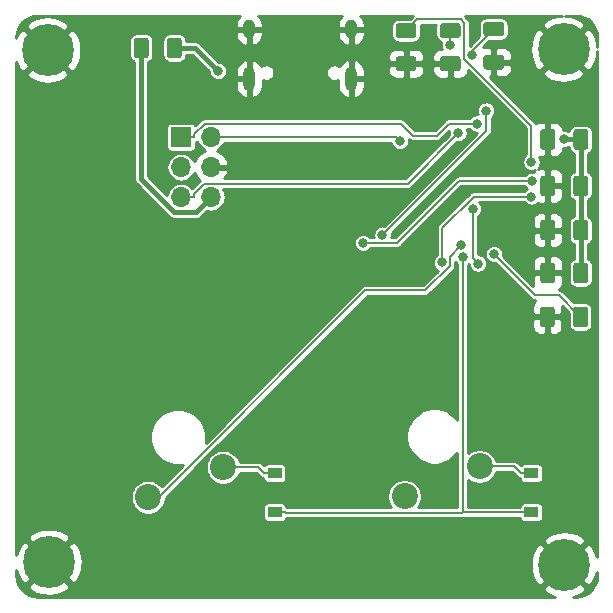
<source format=gbr>
G04 #@! TF.GenerationSoftware,KiCad,Pcbnew,(5.1.4)-1*
G04 #@! TF.CreationDate,2023-02-07T01:37:13+01:00*
G04 #@! TF.ProjectId,test,74657374-2e6b-4696-9361-645f70636258,1.0*
G04 #@! TF.SameCoordinates,Original*
G04 #@! TF.FileFunction,Copper,L2,Bot*
G04 #@! TF.FilePolarity,Positive*
%FSLAX46Y46*%
G04 Gerber Fmt 4.6, Leading zero omitted, Abs format (unit mm)*
G04 Created by KiCad (PCBNEW (5.1.4)-1) date 2023-02-07 01:37:13*
%MOMM*%
%LPD*%
G04 APERTURE LIST*
%ADD10C,0.700000*%
%ADD11C,4.400000*%
%ADD12R,1.700000X1.700000*%
%ADD13O,1.700000X1.700000*%
%ADD14C,0.100000*%
%ADD15C,1.250000*%
%ADD16O,1.000000X1.600000*%
%ADD17O,1.000000X2.100000*%
%ADD18R,1.200000X0.900000*%
%ADD19C,2.200000*%
%ADD20C,0.800000*%
%ADD21C,0.400000*%
%ADD22C,0.150000*%
%ADD23C,0.254000*%
G04 APERTURE END LIST*
D10*
X209510726Y-54332274D03*
X208344000Y-53849000D03*
X207177274Y-54332274D03*
X206694000Y-55499000D03*
X207177274Y-56665726D03*
X208344000Y-57149000D03*
X209510726Y-56665726D03*
X209994000Y-55499000D03*
D11*
X208344000Y-55499000D03*
D12*
X175958000Y-62928500D03*
D13*
X178498000Y-62928500D03*
X175958000Y-65468500D03*
X178498000Y-65468500D03*
X175958000Y-68008500D03*
X178498000Y-68008500D03*
D14*
G36*
X203087504Y-55957704D02*
G01*
X203111773Y-55961304D01*
X203135571Y-55967265D01*
X203158671Y-55975530D01*
X203180849Y-55986020D01*
X203201893Y-55998633D01*
X203221598Y-56013247D01*
X203239777Y-56029723D01*
X203256253Y-56047902D01*
X203270867Y-56067607D01*
X203283480Y-56088651D01*
X203293970Y-56110829D01*
X203302235Y-56133929D01*
X203308196Y-56157727D01*
X203311796Y-56181996D01*
X203313000Y-56206500D01*
X203313000Y-56956500D01*
X203311796Y-56981004D01*
X203308196Y-57005273D01*
X203302235Y-57029071D01*
X203293970Y-57052171D01*
X203283480Y-57074349D01*
X203270867Y-57095393D01*
X203256253Y-57115098D01*
X203239777Y-57133277D01*
X203221598Y-57149753D01*
X203201893Y-57164367D01*
X203180849Y-57176980D01*
X203158671Y-57187470D01*
X203135571Y-57195735D01*
X203111773Y-57201696D01*
X203087504Y-57205296D01*
X203063000Y-57206500D01*
X201813000Y-57206500D01*
X201788496Y-57205296D01*
X201764227Y-57201696D01*
X201740429Y-57195735D01*
X201717329Y-57187470D01*
X201695151Y-57176980D01*
X201674107Y-57164367D01*
X201654402Y-57149753D01*
X201636223Y-57133277D01*
X201619747Y-57115098D01*
X201605133Y-57095393D01*
X201592520Y-57074349D01*
X201582030Y-57052171D01*
X201573765Y-57029071D01*
X201567804Y-57005273D01*
X201564204Y-56981004D01*
X201563000Y-56956500D01*
X201563000Y-56206500D01*
X201564204Y-56181996D01*
X201567804Y-56157727D01*
X201573765Y-56133929D01*
X201582030Y-56110829D01*
X201592520Y-56088651D01*
X201605133Y-56067607D01*
X201619747Y-56047902D01*
X201636223Y-56029723D01*
X201654402Y-56013247D01*
X201674107Y-55998633D01*
X201695151Y-55986020D01*
X201717329Y-55975530D01*
X201740429Y-55967265D01*
X201764227Y-55961304D01*
X201788496Y-55957704D01*
X201813000Y-55956500D01*
X203063000Y-55956500D01*
X203087504Y-55957704D01*
X203087504Y-55957704D01*
G37*
D15*
X202438000Y-56581500D03*
D14*
G36*
X203087504Y-53157704D02*
G01*
X203111773Y-53161304D01*
X203135571Y-53167265D01*
X203158671Y-53175530D01*
X203180849Y-53186020D01*
X203201893Y-53198633D01*
X203221598Y-53213247D01*
X203239777Y-53229723D01*
X203256253Y-53247902D01*
X203270867Y-53267607D01*
X203283480Y-53288651D01*
X203293970Y-53310829D01*
X203302235Y-53333929D01*
X203308196Y-53357727D01*
X203311796Y-53381996D01*
X203313000Y-53406500D01*
X203313000Y-54156500D01*
X203311796Y-54181004D01*
X203308196Y-54205273D01*
X203302235Y-54229071D01*
X203293970Y-54252171D01*
X203283480Y-54274349D01*
X203270867Y-54295393D01*
X203256253Y-54315098D01*
X203239777Y-54333277D01*
X203221598Y-54349753D01*
X203201893Y-54364367D01*
X203180849Y-54376980D01*
X203158671Y-54387470D01*
X203135571Y-54395735D01*
X203111773Y-54401696D01*
X203087504Y-54405296D01*
X203063000Y-54406500D01*
X201813000Y-54406500D01*
X201788496Y-54405296D01*
X201764227Y-54401696D01*
X201740429Y-54395735D01*
X201717329Y-54387470D01*
X201695151Y-54376980D01*
X201674107Y-54364367D01*
X201654402Y-54349753D01*
X201636223Y-54333277D01*
X201619747Y-54315098D01*
X201605133Y-54295393D01*
X201592520Y-54274349D01*
X201582030Y-54252171D01*
X201573765Y-54229071D01*
X201567804Y-54205273D01*
X201564204Y-54181004D01*
X201563000Y-54156500D01*
X201563000Y-53406500D01*
X201564204Y-53381996D01*
X201567804Y-53357727D01*
X201573765Y-53333929D01*
X201582030Y-53310829D01*
X201592520Y-53288651D01*
X201605133Y-53267607D01*
X201619747Y-53247902D01*
X201636223Y-53229723D01*
X201654402Y-53213247D01*
X201674107Y-53198633D01*
X201695151Y-53186020D01*
X201717329Y-53175530D01*
X201740429Y-53167265D01*
X201764227Y-53161304D01*
X201788496Y-53157704D01*
X201813000Y-53156500D01*
X203063000Y-53156500D01*
X203087504Y-53157704D01*
X203087504Y-53157704D01*
G37*
D15*
X202438000Y-53781500D03*
D14*
G36*
X210207504Y-66181704D02*
G01*
X210231773Y-66185304D01*
X210255571Y-66191265D01*
X210278671Y-66199530D01*
X210300849Y-66210020D01*
X210321893Y-66222633D01*
X210341598Y-66237247D01*
X210359777Y-66253723D01*
X210376253Y-66271902D01*
X210390867Y-66291607D01*
X210403480Y-66312651D01*
X210413970Y-66334829D01*
X210422235Y-66357929D01*
X210428196Y-66381727D01*
X210431796Y-66405996D01*
X210433000Y-66430500D01*
X210433000Y-67680500D01*
X210431796Y-67705004D01*
X210428196Y-67729273D01*
X210422235Y-67753071D01*
X210413970Y-67776171D01*
X210403480Y-67798349D01*
X210390867Y-67819393D01*
X210376253Y-67839098D01*
X210359777Y-67857277D01*
X210341598Y-67873753D01*
X210321893Y-67888367D01*
X210300849Y-67900980D01*
X210278671Y-67911470D01*
X210255571Y-67919735D01*
X210231773Y-67925696D01*
X210207504Y-67929296D01*
X210183000Y-67930500D01*
X209433000Y-67930500D01*
X209408496Y-67929296D01*
X209384227Y-67925696D01*
X209360429Y-67919735D01*
X209337329Y-67911470D01*
X209315151Y-67900980D01*
X209294107Y-67888367D01*
X209274402Y-67873753D01*
X209256223Y-67857277D01*
X209239747Y-67839098D01*
X209225133Y-67819393D01*
X209212520Y-67798349D01*
X209202030Y-67776171D01*
X209193765Y-67753071D01*
X209187804Y-67729273D01*
X209184204Y-67705004D01*
X209183000Y-67680500D01*
X209183000Y-66430500D01*
X209184204Y-66405996D01*
X209187804Y-66381727D01*
X209193765Y-66357929D01*
X209202030Y-66334829D01*
X209212520Y-66312651D01*
X209225133Y-66291607D01*
X209239747Y-66271902D01*
X209256223Y-66253723D01*
X209274402Y-66237247D01*
X209294107Y-66222633D01*
X209315151Y-66210020D01*
X209337329Y-66199530D01*
X209360429Y-66191265D01*
X209384227Y-66185304D01*
X209408496Y-66181704D01*
X209433000Y-66180500D01*
X210183000Y-66180500D01*
X210207504Y-66181704D01*
X210207504Y-66181704D01*
G37*
D15*
X209808000Y-67055500D03*
D14*
G36*
X207407504Y-66181704D02*
G01*
X207431773Y-66185304D01*
X207455571Y-66191265D01*
X207478671Y-66199530D01*
X207500849Y-66210020D01*
X207521893Y-66222633D01*
X207541598Y-66237247D01*
X207559777Y-66253723D01*
X207576253Y-66271902D01*
X207590867Y-66291607D01*
X207603480Y-66312651D01*
X207613970Y-66334829D01*
X207622235Y-66357929D01*
X207628196Y-66381727D01*
X207631796Y-66405996D01*
X207633000Y-66430500D01*
X207633000Y-67680500D01*
X207631796Y-67705004D01*
X207628196Y-67729273D01*
X207622235Y-67753071D01*
X207613970Y-67776171D01*
X207603480Y-67798349D01*
X207590867Y-67819393D01*
X207576253Y-67839098D01*
X207559777Y-67857277D01*
X207541598Y-67873753D01*
X207521893Y-67888367D01*
X207500849Y-67900980D01*
X207478671Y-67911470D01*
X207455571Y-67919735D01*
X207431773Y-67925696D01*
X207407504Y-67929296D01*
X207383000Y-67930500D01*
X206633000Y-67930500D01*
X206608496Y-67929296D01*
X206584227Y-67925696D01*
X206560429Y-67919735D01*
X206537329Y-67911470D01*
X206515151Y-67900980D01*
X206494107Y-67888367D01*
X206474402Y-67873753D01*
X206456223Y-67857277D01*
X206439747Y-67839098D01*
X206425133Y-67819393D01*
X206412520Y-67798349D01*
X206402030Y-67776171D01*
X206393765Y-67753071D01*
X206387804Y-67729273D01*
X206384204Y-67705004D01*
X206383000Y-67680500D01*
X206383000Y-66430500D01*
X206384204Y-66405996D01*
X206387804Y-66381727D01*
X206393765Y-66357929D01*
X206402030Y-66334829D01*
X206412520Y-66312651D01*
X206425133Y-66291607D01*
X206439747Y-66271902D01*
X206456223Y-66253723D01*
X206474402Y-66237247D01*
X206494107Y-66222633D01*
X206515151Y-66210020D01*
X206537329Y-66199530D01*
X206560429Y-66191265D01*
X206584227Y-66185304D01*
X206608496Y-66181704D01*
X206633000Y-66180500D01*
X207383000Y-66180500D01*
X207407504Y-66181704D01*
X207407504Y-66181704D01*
G37*
D15*
X207008000Y-67055500D03*
D14*
G36*
X195657504Y-53284704D02*
G01*
X195681773Y-53288304D01*
X195705571Y-53294265D01*
X195728671Y-53302530D01*
X195750849Y-53313020D01*
X195771893Y-53325633D01*
X195791598Y-53340247D01*
X195809777Y-53356723D01*
X195826253Y-53374902D01*
X195840867Y-53394607D01*
X195853480Y-53415651D01*
X195863970Y-53437829D01*
X195872235Y-53460929D01*
X195878196Y-53484727D01*
X195881796Y-53508996D01*
X195883000Y-53533500D01*
X195883000Y-54283500D01*
X195881796Y-54308004D01*
X195878196Y-54332273D01*
X195872235Y-54356071D01*
X195863970Y-54379171D01*
X195853480Y-54401349D01*
X195840867Y-54422393D01*
X195826253Y-54442098D01*
X195809777Y-54460277D01*
X195791598Y-54476753D01*
X195771893Y-54491367D01*
X195750849Y-54503980D01*
X195728671Y-54514470D01*
X195705571Y-54522735D01*
X195681773Y-54528696D01*
X195657504Y-54532296D01*
X195633000Y-54533500D01*
X194383000Y-54533500D01*
X194358496Y-54532296D01*
X194334227Y-54528696D01*
X194310429Y-54522735D01*
X194287329Y-54514470D01*
X194265151Y-54503980D01*
X194244107Y-54491367D01*
X194224402Y-54476753D01*
X194206223Y-54460277D01*
X194189747Y-54442098D01*
X194175133Y-54422393D01*
X194162520Y-54401349D01*
X194152030Y-54379171D01*
X194143765Y-54356071D01*
X194137804Y-54332273D01*
X194134204Y-54308004D01*
X194133000Y-54283500D01*
X194133000Y-53533500D01*
X194134204Y-53508996D01*
X194137804Y-53484727D01*
X194143765Y-53460929D01*
X194152030Y-53437829D01*
X194162520Y-53415651D01*
X194175133Y-53394607D01*
X194189747Y-53374902D01*
X194206223Y-53356723D01*
X194224402Y-53340247D01*
X194244107Y-53325633D01*
X194265151Y-53313020D01*
X194287329Y-53302530D01*
X194310429Y-53294265D01*
X194334227Y-53288304D01*
X194358496Y-53284704D01*
X194383000Y-53283500D01*
X195633000Y-53283500D01*
X195657504Y-53284704D01*
X195657504Y-53284704D01*
G37*
D15*
X195008000Y-53908500D03*
D14*
G36*
X195657504Y-56084704D02*
G01*
X195681773Y-56088304D01*
X195705571Y-56094265D01*
X195728671Y-56102530D01*
X195750849Y-56113020D01*
X195771893Y-56125633D01*
X195791598Y-56140247D01*
X195809777Y-56156723D01*
X195826253Y-56174902D01*
X195840867Y-56194607D01*
X195853480Y-56215651D01*
X195863970Y-56237829D01*
X195872235Y-56260929D01*
X195878196Y-56284727D01*
X195881796Y-56308996D01*
X195883000Y-56333500D01*
X195883000Y-57083500D01*
X195881796Y-57108004D01*
X195878196Y-57132273D01*
X195872235Y-57156071D01*
X195863970Y-57179171D01*
X195853480Y-57201349D01*
X195840867Y-57222393D01*
X195826253Y-57242098D01*
X195809777Y-57260277D01*
X195791598Y-57276753D01*
X195771893Y-57291367D01*
X195750849Y-57303980D01*
X195728671Y-57314470D01*
X195705571Y-57322735D01*
X195681773Y-57328696D01*
X195657504Y-57332296D01*
X195633000Y-57333500D01*
X194383000Y-57333500D01*
X194358496Y-57332296D01*
X194334227Y-57328696D01*
X194310429Y-57322735D01*
X194287329Y-57314470D01*
X194265151Y-57303980D01*
X194244107Y-57291367D01*
X194224402Y-57276753D01*
X194206223Y-57260277D01*
X194189747Y-57242098D01*
X194175133Y-57222393D01*
X194162520Y-57201349D01*
X194152030Y-57179171D01*
X194143765Y-57156071D01*
X194137804Y-57132273D01*
X194134204Y-57108004D01*
X194133000Y-57083500D01*
X194133000Y-56333500D01*
X194134204Y-56308996D01*
X194137804Y-56284727D01*
X194143765Y-56260929D01*
X194152030Y-56237829D01*
X194162520Y-56215651D01*
X194175133Y-56194607D01*
X194189747Y-56174902D01*
X194206223Y-56156723D01*
X194224402Y-56140247D01*
X194244107Y-56125633D01*
X194265151Y-56113020D01*
X194287329Y-56102530D01*
X194310429Y-56094265D01*
X194334227Y-56088304D01*
X194358496Y-56084704D01*
X194383000Y-56083500D01*
X195633000Y-56083500D01*
X195657504Y-56084704D01*
X195657504Y-56084704D01*
G37*
D15*
X195008000Y-56708500D03*
D14*
G36*
X207407504Y-69928704D02*
G01*
X207431773Y-69932304D01*
X207455571Y-69938265D01*
X207478671Y-69946530D01*
X207500849Y-69957020D01*
X207521893Y-69969633D01*
X207541598Y-69984247D01*
X207559777Y-70000723D01*
X207576253Y-70018902D01*
X207590867Y-70038607D01*
X207603480Y-70059651D01*
X207613970Y-70081829D01*
X207622235Y-70104929D01*
X207628196Y-70128727D01*
X207631796Y-70152996D01*
X207633000Y-70177500D01*
X207633000Y-71427500D01*
X207631796Y-71452004D01*
X207628196Y-71476273D01*
X207622235Y-71500071D01*
X207613970Y-71523171D01*
X207603480Y-71545349D01*
X207590867Y-71566393D01*
X207576253Y-71586098D01*
X207559777Y-71604277D01*
X207541598Y-71620753D01*
X207521893Y-71635367D01*
X207500849Y-71647980D01*
X207478671Y-71658470D01*
X207455571Y-71666735D01*
X207431773Y-71672696D01*
X207407504Y-71676296D01*
X207383000Y-71677500D01*
X206633000Y-71677500D01*
X206608496Y-71676296D01*
X206584227Y-71672696D01*
X206560429Y-71666735D01*
X206537329Y-71658470D01*
X206515151Y-71647980D01*
X206494107Y-71635367D01*
X206474402Y-71620753D01*
X206456223Y-71604277D01*
X206439747Y-71586098D01*
X206425133Y-71566393D01*
X206412520Y-71545349D01*
X206402030Y-71523171D01*
X206393765Y-71500071D01*
X206387804Y-71476273D01*
X206384204Y-71452004D01*
X206383000Y-71427500D01*
X206383000Y-70177500D01*
X206384204Y-70152996D01*
X206387804Y-70128727D01*
X206393765Y-70104929D01*
X206402030Y-70081829D01*
X206412520Y-70059651D01*
X206425133Y-70038607D01*
X206439747Y-70018902D01*
X206456223Y-70000723D01*
X206474402Y-69984247D01*
X206494107Y-69969633D01*
X206515151Y-69957020D01*
X206537329Y-69946530D01*
X206560429Y-69938265D01*
X206584227Y-69932304D01*
X206608496Y-69928704D01*
X206633000Y-69927500D01*
X207383000Y-69927500D01*
X207407504Y-69928704D01*
X207407504Y-69928704D01*
G37*
D15*
X207008000Y-70802500D03*
D14*
G36*
X210207504Y-69928704D02*
G01*
X210231773Y-69932304D01*
X210255571Y-69938265D01*
X210278671Y-69946530D01*
X210300849Y-69957020D01*
X210321893Y-69969633D01*
X210341598Y-69984247D01*
X210359777Y-70000723D01*
X210376253Y-70018902D01*
X210390867Y-70038607D01*
X210403480Y-70059651D01*
X210413970Y-70081829D01*
X210422235Y-70104929D01*
X210428196Y-70128727D01*
X210431796Y-70152996D01*
X210433000Y-70177500D01*
X210433000Y-71427500D01*
X210431796Y-71452004D01*
X210428196Y-71476273D01*
X210422235Y-71500071D01*
X210413970Y-71523171D01*
X210403480Y-71545349D01*
X210390867Y-71566393D01*
X210376253Y-71586098D01*
X210359777Y-71604277D01*
X210341598Y-71620753D01*
X210321893Y-71635367D01*
X210300849Y-71647980D01*
X210278671Y-71658470D01*
X210255571Y-71666735D01*
X210231773Y-71672696D01*
X210207504Y-71676296D01*
X210183000Y-71677500D01*
X209433000Y-71677500D01*
X209408496Y-71676296D01*
X209384227Y-71672696D01*
X209360429Y-71666735D01*
X209337329Y-71658470D01*
X209315151Y-71647980D01*
X209294107Y-71635367D01*
X209274402Y-71620753D01*
X209256223Y-71604277D01*
X209239747Y-71586098D01*
X209225133Y-71566393D01*
X209212520Y-71545349D01*
X209202030Y-71523171D01*
X209193765Y-71500071D01*
X209187804Y-71476273D01*
X209184204Y-71452004D01*
X209183000Y-71427500D01*
X209183000Y-70177500D01*
X209184204Y-70152996D01*
X209187804Y-70128727D01*
X209193765Y-70104929D01*
X209202030Y-70081829D01*
X209212520Y-70059651D01*
X209225133Y-70038607D01*
X209239747Y-70018902D01*
X209256223Y-70000723D01*
X209274402Y-69984247D01*
X209294107Y-69969633D01*
X209315151Y-69957020D01*
X209337329Y-69946530D01*
X209360429Y-69938265D01*
X209384227Y-69932304D01*
X209408496Y-69928704D01*
X209433000Y-69927500D01*
X210183000Y-69927500D01*
X210207504Y-69928704D01*
X210207504Y-69928704D01*
G37*
D15*
X209808000Y-70802500D03*
D16*
X181735000Y-53814000D03*
X190375000Y-53814000D03*
D17*
X190375000Y-57994000D03*
X181735000Y-57994000D03*
D14*
G36*
X175789504Y-54498204D02*
G01*
X175813773Y-54501804D01*
X175837571Y-54507765D01*
X175860671Y-54516030D01*
X175882849Y-54526520D01*
X175903893Y-54539133D01*
X175923598Y-54553747D01*
X175941777Y-54570223D01*
X175958253Y-54588402D01*
X175972867Y-54608107D01*
X175985480Y-54629151D01*
X175995970Y-54651329D01*
X176004235Y-54674429D01*
X176010196Y-54698227D01*
X176013796Y-54722496D01*
X176015000Y-54747000D01*
X176015000Y-55997000D01*
X176013796Y-56021504D01*
X176010196Y-56045773D01*
X176004235Y-56069571D01*
X175995970Y-56092671D01*
X175985480Y-56114849D01*
X175972867Y-56135893D01*
X175958253Y-56155598D01*
X175941777Y-56173777D01*
X175923598Y-56190253D01*
X175903893Y-56204867D01*
X175882849Y-56217480D01*
X175860671Y-56227970D01*
X175837571Y-56236235D01*
X175813773Y-56242196D01*
X175789504Y-56245796D01*
X175765000Y-56247000D01*
X175015000Y-56247000D01*
X174990496Y-56245796D01*
X174966227Y-56242196D01*
X174942429Y-56236235D01*
X174919329Y-56227970D01*
X174897151Y-56217480D01*
X174876107Y-56204867D01*
X174856402Y-56190253D01*
X174838223Y-56173777D01*
X174821747Y-56155598D01*
X174807133Y-56135893D01*
X174794520Y-56114849D01*
X174784030Y-56092671D01*
X174775765Y-56069571D01*
X174769804Y-56045773D01*
X174766204Y-56021504D01*
X174765000Y-55997000D01*
X174765000Y-54747000D01*
X174766204Y-54722496D01*
X174769804Y-54698227D01*
X174775765Y-54674429D01*
X174784030Y-54651329D01*
X174794520Y-54629151D01*
X174807133Y-54608107D01*
X174821747Y-54588402D01*
X174838223Y-54570223D01*
X174856402Y-54553747D01*
X174876107Y-54539133D01*
X174897151Y-54526520D01*
X174919329Y-54516030D01*
X174942429Y-54507765D01*
X174966227Y-54501804D01*
X174990496Y-54498204D01*
X175015000Y-54497000D01*
X175765000Y-54497000D01*
X175789504Y-54498204D01*
X175789504Y-54498204D01*
G37*
D15*
X175390000Y-55372000D03*
D14*
G36*
X172989504Y-54498204D02*
G01*
X173013773Y-54501804D01*
X173037571Y-54507765D01*
X173060671Y-54516030D01*
X173082849Y-54526520D01*
X173103893Y-54539133D01*
X173123598Y-54553747D01*
X173141777Y-54570223D01*
X173158253Y-54588402D01*
X173172867Y-54608107D01*
X173185480Y-54629151D01*
X173195970Y-54651329D01*
X173204235Y-54674429D01*
X173210196Y-54698227D01*
X173213796Y-54722496D01*
X173215000Y-54747000D01*
X173215000Y-55997000D01*
X173213796Y-56021504D01*
X173210196Y-56045773D01*
X173204235Y-56069571D01*
X173195970Y-56092671D01*
X173185480Y-56114849D01*
X173172867Y-56135893D01*
X173158253Y-56155598D01*
X173141777Y-56173777D01*
X173123598Y-56190253D01*
X173103893Y-56204867D01*
X173082849Y-56217480D01*
X173060671Y-56227970D01*
X173037571Y-56236235D01*
X173013773Y-56242196D01*
X172989504Y-56245796D01*
X172965000Y-56247000D01*
X172215000Y-56247000D01*
X172190496Y-56245796D01*
X172166227Y-56242196D01*
X172142429Y-56236235D01*
X172119329Y-56227970D01*
X172097151Y-56217480D01*
X172076107Y-56204867D01*
X172056402Y-56190253D01*
X172038223Y-56173777D01*
X172021747Y-56155598D01*
X172007133Y-56135893D01*
X171994520Y-56114849D01*
X171984030Y-56092671D01*
X171975765Y-56069571D01*
X171969804Y-56045773D01*
X171966204Y-56021504D01*
X171965000Y-55997000D01*
X171965000Y-54747000D01*
X171966204Y-54722496D01*
X171969804Y-54698227D01*
X171975765Y-54674429D01*
X171984030Y-54651329D01*
X171994520Y-54629151D01*
X172007133Y-54608107D01*
X172021747Y-54588402D01*
X172038223Y-54570223D01*
X172056402Y-54553747D01*
X172076107Y-54539133D01*
X172097151Y-54526520D01*
X172119329Y-54516030D01*
X172142429Y-54507765D01*
X172166227Y-54501804D01*
X172190496Y-54498204D01*
X172215000Y-54497000D01*
X172965000Y-54497000D01*
X172989504Y-54498204D01*
X172989504Y-54498204D01*
G37*
D15*
X172590000Y-55372000D03*
D18*
X183896000Y-91377500D03*
X183896000Y-94677500D03*
D14*
G36*
X207407504Y-73547704D02*
G01*
X207431773Y-73551304D01*
X207455571Y-73557265D01*
X207478671Y-73565530D01*
X207500849Y-73576020D01*
X207521893Y-73588633D01*
X207541598Y-73603247D01*
X207559777Y-73619723D01*
X207576253Y-73637902D01*
X207590867Y-73657607D01*
X207603480Y-73678651D01*
X207613970Y-73700829D01*
X207622235Y-73723929D01*
X207628196Y-73747727D01*
X207631796Y-73771996D01*
X207633000Y-73796500D01*
X207633000Y-75046500D01*
X207631796Y-75071004D01*
X207628196Y-75095273D01*
X207622235Y-75119071D01*
X207613970Y-75142171D01*
X207603480Y-75164349D01*
X207590867Y-75185393D01*
X207576253Y-75205098D01*
X207559777Y-75223277D01*
X207541598Y-75239753D01*
X207521893Y-75254367D01*
X207500849Y-75266980D01*
X207478671Y-75277470D01*
X207455571Y-75285735D01*
X207431773Y-75291696D01*
X207407504Y-75295296D01*
X207383000Y-75296500D01*
X206633000Y-75296500D01*
X206608496Y-75295296D01*
X206584227Y-75291696D01*
X206560429Y-75285735D01*
X206537329Y-75277470D01*
X206515151Y-75266980D01*
X206494107Y-75254367D01*
X206474402Y-75239753D01*
X206456223Y-75223277D01*
X206439747Y-75205098D01*
X206425133Y-75185393D01*
X206412520Y-75164349D01*
X206402030Y-75142171D01*
X206393765Y-75119071D01*
X206387804Y-75095273D01*
X206384204Y-75071004D01*
X206383000Y-75046500D01*
X206383000Y-73796500D01*
X206384204Y-73771996D01*
X206387804Y-73747727D01*
X206393765Y-73723929D01*
X206402030Y-73700829D01*
X206412520Y-73678651D01*
X206425133Y-73657607D01*
X206439747Y-73637902D01*
X206456223Y-73619723D01*
X206474402Y-73603247D01*
X206494107Y-73588633D01*
X206515151Y-73576020D01*
X206537329Y-73565530D01*
X206560429Y-73557265D01*
X206584227Y-73551304D01*
X206608496Y-73547704D01*
X206633000Y-73546500D01*
X207383000Y-73546500D01*
X207407504Y-73547704D01*
X207407504Y-73547704D01*
G37*
D15*
X207008000Y-74421500D03*
D14*
G36*
X210207504Y-73547704D02*
G01*
X210231773Y-73551304D01*
X210255571Y-73557265D01*
X210278671Y-73565530D01*
X210300849Y-73576020D01*
X210321893Y-73588633D01*
X210341598Y-73603247D01*
X210359777Y-73619723D01*
X210376253Y-73637902D01*
X210390867Y-73657607D01*
X210403480Y-73678651D01*
X210413970Y-73700829D01*
X210422235Y-73723929D01*
X210428196Y-73747727D01*
X210431796Y-73771996D01*
X210433000Y-73796500D01*
X210433000Y-75046500D01*
X210431796Y-75071004D01*
X210428196Y-75095273D01*
X210422235Y-75119071D01*
X210413970Y-75142171D01*
X210403480Y-75164349D01*
X210390867Y-75185393D01*
X210376253Y-75205098D01*
X210359777Y-75223277D01*
X210341598Y-75239753D01*
X210321893Y-75254367D01*
X210300849Y-75266980D01*
X210278671Y-75277470D01*
X210255571Y-75285735D01*
X210231773Y-75291696D01*
X210207504Y-75295296D01*
X210183000Y-75296500D01*
X209433000Y-75296500D01*
X209408496Y-75295296D01*
X209384227Y-75291696D01*
X209360429Y-75285735D01*
X209337329Y-75277470D01*
X209315151Y-75266980D01*
X209294107Y-75254367D01*
X209274402Y-75239753D01*
X209256223Y-75223277D01*
X209239747Y-75205098D01*
X209225133Y-75185393D01*
X209212520Y-75164349D01*
X209202030Y-75142171D01*
X209193765Y-75119071D01*
X209187804Y-75095273D01*
X209184204Y-75071004D01*
X209183000Y-75046500D01*
X209183000Y-73796500D01*
X209184204Y-73771996D01*
X209187804Y-73747727D01*
X209193765Y-73723929D01*
X209202030Y-73700829D01*
X209212520Y-73678651D01*
X209225133Y-73657607D01*
X209239747Y-73637902D01*
X209256223Y-73619723D01*
X209274402Y-73603247D01*
X209294107Y-73588633D01*
X209315151Y-73576020D01*
X209337329Y-73565530D01*
X209360429Y-73557265D01*
X209384227Y-73551304D01*
X209408496Y-73547704D01*
X209433000Y-73546500D01*
X210183000Y-73546500D01*
X210207504Y-73547704D01*
X210207504Y-73547704D01*
G37*
D15*
X209808000Y-74421500D03*
D14*
G36*
X210207504Y-62245204D02*
G01*
X210231773Y-62248804D01*
X210255571Y-62254765D01*
X210278671Y-62263030D01*
X210300849Y-62273520D01*
X210321893Y-62286133D01*
X210341598Y-62300747D01*
X210359777Y-62317223D01*
X210376253Y-62335402D01*
X210390867Y-62355107D01*
X210403480Y-62376151D01*
X210413970Y-62398329D01*
X210422235Y-62421429D01*
X210428196Y-62445227D01*
X210431796Y-62469496D01*
X210433000Y-62494000D01*
X210433000Y-63744000D01*
X210431796Y-63768504D01*
X210428196Y-63792773D01*
X210422235Y-63816571D01*
X210413970Y-63839671D01*
X210403480Y-63861849D01*
X210390867Y-63882893D01*
X210376253Y-63902598D01*
X210359777Y-63920777D01*
X210341598Y-63937253D01*
X210321893Y-63951867D01*
X210300849Y-63964480D01*
X210278671Y-63974970D01*
X210255571Y-63983235D01*
X210231773Y-63989196D01*
X210207504Y-63992796D01*
X210183000Y-63994000D01*
X209433000Y-63994000D01*
X209408496Y-63992796D01*
X209384227Y-63989196D01*
X209360429Y-63983235D01*
X209337329Y-63974970D01*
X209315151Y-63964480D01*
X209294107Y-63951867D01*
X209274402Y-63937253D01*
X209256223Y-63920777D01*
X209239747Y-63902598D01*
X209225133Y-63882893D01*
X209212520Y-63861849D01*
X209202030Y-63839671D01*
X209193765Y-63816571D01*
X209187804Y-63792773D01*
X209184204Y-63768504D01*
X209183000Y-63744000D01*
X209183000Y-62494000D01*
X209184204Y-62469496D01*
X209187804Y-62445227D01*
X209193765Y-62421429D01*
X209202030Y-62398329D01*
X209212520Y-62376151D01*
X209225133Y-62355107D01*
X209239747Y-62335402D01*
X209256223Y-62317223D01*
X209274402Y-62300747D01*
X209294107Y-62286133D01*
X209315151Y-62273520D01*
X209337329Y-62263030D01*
X209360429Y-62254765D01*
X209384227Y-62248804D01*
X209408496Y-62245204D01*
X209433000Y-62244000D01*
X210183000Y-62244000D01*
X210207504Y-62245204D01*
X210207504Y-62245204D01*
G37*
D15*
X209808000Y-63119000D03*
D14*
G36*
X207407504Y-62245204D02*
G01*
X207431773Y-62248804D01*
X207455571Y-62254765D01*
X207478671Y-62263030D01*
X207500849Y-62273520D01*
X207521893Y-62286133D01*
X207541598Y-62300747D01*
X207559777Y-62317223D01*
X207576253Y-62335402D01*
X207590867Y-62355107D01*
X207603480Y-62376151D01*
X207613970Y-62398329D01*
X207622235Y-62421429D01*
X207628196Y-62445227D01*
X207631796Y-62469496D01*
X207633000Y-62494000D01*
X207633000Y-63744000D01*
X207631796Y-63768504D01*
X207628196Y-63792773D01*
X207622235Y-63816571D01*
X207613970Y-63839671D01*
X207603480Y-63861849D01*
X207590867Y-63882893D01*
X207576253Y-63902598D01*
X207559777Y-63920777D01*
X207541598Y-63937253D01*
X207521893Y-63951867D01*
X207500849Y-63964480D01*
X207478671Y-63974970D01*
X207455571Y-63983235D01*
X207431773Y-63989196D01*
X207407504Y-63992796D01*
X207383000Y-63994000D01*
X206633000Y-63994000D01*
X206608496Y-63992796D01*
X206584227Y-63989196D01*
X206560429Y-63983235D01*
X206537329Y-63974970D01*
X206515151Y-63964480D01*
X206494107Y-63951867D01*
X206474402Y-63937253D01*
X206456223Y-63920777D01*
X206439747Y-63902598D01*
X206425133Y-63882893D01*
X206412520Y-63861849D01*
X206402030Y-63839671D01*
X206393765Y-63816571D01*
X206387804Y-63792773D01*
X206384204Y-63768504D01*
X206383000Y-63744000D01*
X206383000Y-62494000D01*
X206384204Y-62469496D01*
X206387804Y-62445227D01*
X206393765Y-62421429D01*
X206402030Y-62398329D01*
X206412520Y-62376151D01*
X206425133Y-62355107D01*
X206439747Y-62335402D01*
X206456223Y-62317223D01*
X206474402Y-62300747D01*
X206494107Y-62286133D01*
X206515151Y-62273520D01*
X206537329Y-62263030D01*
X206560429Y-62254765D01*
X206584227Y-62248804D01*
X206608496Y-62245204D01*
X206633000Y-62244000D01*
X207383000Y-62244000D01*
X207407504Y-62245204D01*
X207407504Y-62245204D01*
G37*
D15*
X207008000Y-63119000D03*
D14*
G36*
X199403504Y-53284704D02*
G01*
X199427773Y-53288304D01*
X199451571Y-53294265D01*
X199474671Y-53302530D01*
X199496849Y-53313020D01*
X199517893Y-53325633D01*
X199537598Y-53340247D01*
X199555777Y-53356723D01*
X199572253Y-53374902D01*
X199586867Y-53394607D01*
X199599480Y-53415651D01*
X199609970Y-53437829D01*
X199618235Y-53460929D01*
X199624196Y-53484727D01*
X199627796Y-53508996D01*
X199629000Y-53533500D01*
X199629000Y-54283500D01*
X199627796Y-54308004D01*
X199624196Y-54332273D01*
X199618235Y-54356071D01*
X199609970Y-54379171D01*
X199599480Y-54401349D01*
X199586867Y-54422393D01*
X199572253Y-54442098D01*
X199555777Y-54460277D01*
X199537598Y-54476753D01*
X199517893Y-54491367D01*
X199496849Y-54503980D01*
X199474671Y-54514470D01*
X199451571Y-54522735D01*
X199427773Y-54528696D01*
X199403504Y-54532296D01*
X199379000Y-54533500D01*
X198129000Y-54533500D01*
X198104496Y-54532296D01*
X198080227Y-54528696D01*
X198056429Y-54522735D01*
X198033329Y-54514470D01*
X198011151Y-54503980D01*
X197990107Y-54491367D01*
X197970402Y-54476753D01*
X197952223Y-54460277D01*
X197935747Y-54442098D01*
X197921133Y-54422393D01*
X197908520Y-54401349D01*
X197898030Y-54379171D01*
X197889765Y-54356071D01*
X197883804Y-54332273D01*
X197880204Y-54308004D01*
X197879000Y-54283500D01*
X197879000Y-53533500D01*
X197880204Y-53508996D01*
X197883804Y-53484727D01*
X197889765Y-53460929D01*
X197898030Y-53437829D01*
X197908520Y-53415651D01*
X197921133Y-53394607D01*
X197935747Y-53374902D01*
X197952223Y-53356723D01*
X197970402Y-53340247D01*
X197990107Y-53325633D01*
X198011151Y-53313020D01*
X198033329Y-53302530D01*
X198056429Y-53294265D01*
X198080227Y-53288304D01*
X198104496Y-53284704D01*
X198129000Y-53283500D01*
X199379000Y-53283500D01*
X199403504Y-53284704D01*
X199403504Y-53284704D01*
G37*
D15*
X198754000Y-53908500D03*
D14*
G36*
X199403504Y-56084704D02*
G01*
X199427773Y-56088304D01*
X199451571Y-56094265D01*
X199474671Y-56102530D01*
X199496849Y-56113020D01*
X199517893Y-56125633D01*
X199537598Y-56140247D01*
X199555777Y-56156723D01*
X199572253Y-56174902D01*
X199586867Y-56194607D01*
X199599480Y-56215651D01*
X199609970Y-56237829D01*
X199618235Y-56260929D01*
X199624196Y-56284727D01*
X199627796Y-56308996D01*
X199629000Y-56333500D01*
X199629000Y-57083500D01*
X199627796Y-57108004D01*
X199624196Y-57132273D01*
X199618235Y-57156071D01*
X199609970Y-57179171D01*
X199599480Y-57201349D01*
X199586867Y-57222393D01*
X199572253Y-57242098D01*
X199555777Y-57260277D01*
X199537598Y-57276753D01*
X199517893Y-57291367D01*
X199496849Y-57303980D01*
X199474671Y-57314470D01*
X199451571Y-57322735D01*
X199427773Y-57328696D01*
X199403504Y-57332296D01*
X199379000Y-57333500D01*
X198129000Y-57333500D01*
X198104496Y-57332296D01*
X198080227Y-57328696D01*
X198056429Y-57322735D01*
X198033329Y-57314470D01*
X198011151Y-57303980D01*
X197990107Y-57291367D01*
X197970402Y-57276753D01*
X197952223Y-57260277D01*
X197935747Y-57242098D01*
X197921133Y-57222393D01*
X197908520Y-57201349D01*
X197898030Y-57179171D01*
X197889765Y-57156071D01*
X197883804Y-57132273D01*
X197880204Y-57108004D01*
X197879000Y-57083500D01*
X197879000Y-56333500D01*
X197880204Y-56308996D01*
X197883804Y-56284727D01*
X197889765Y-56260929D01*
X197898030Y-56237829D01*
X197908520Y-56215651D01*
X197921133Y-56194607D01*
X197935747Y-56174902D01*
X197952223Y-56156723D01*
X197970402Y-56140247D01*
X197990107Y-56125633D01*
X198011151Y-56113020D01*
X198033329Y-56102530D01*
X198056429Y-56094265D01*
X198080227Y-56088304D01*
X198104496Y-56084704D01*
X198129000Y-56083500D01*
X199379000Y-56083500D01*
X199403504Y-56084704D01*
X199403504Y-56084704D01*
G37*
D15*
X198754000Y-56708500D03*
D14*
G36*
X210171504Y-77269704D02*
G01*
X210195773Y-77273304D01*
X210219571Y-77279265D01*
X210242671Y-77287530D01*
X210264849Y-77298020D01*
X210285893Y-77310633D01*
X210305598Y-77325247D01*
X210323777Y-77341723D01*
X210340253Y-77359902D01*
X210354867Y-77379607D01*
X210367480Y-77400651D01*
X210377970Y-77422829D01*
X210386235Y-77445929D01*
X210392196Y-77469727D01*
X210395796Y-77493996D01*
X210397000Y-77518500D01*
X210397000Y-78768500D01*
X210395796Y-78793004D01*
X210392196Y-78817273D01*
X210386235Y-78841071D01*
X210377970Y-78864171D01*
X210367480Y-78886349D01*
X210354867Y-78907393D01*
X210340253Y-78927098D01*
X210323777Y-78945277D01*
X210305598Y-78961753D01*
X210285893Y-78976367D01*
X210264849Y-78988980D01*
X210242671Y-78999470D01*
X210219571Y-79007735D01*
X210195773Y-79013696D01*
X210171504Y-79017296D01*
X210147000Y-79018500D01*
X209397000Y-79018500D01*
X209372496Y-79017296D01*
X209348227Y-79013696D01*
X209324429Y-79007735D01*
X209301329Y-78999470D01*
X209279151Y-78988980D01*
X209258107Y-78976367D01*
X209238402Y-78961753D01*
X209220223Y-78945277D01*
X209203747Y-78927098D01*
X209189133Y-78907393D01*
X209176520Y-78886349D01*
X209166030Y-78864171D01*
X209157765Y-78841071D01*
X209151804Y-78817273D01*
X209148204Y-78793004D01*
X209147000Y-78768500D01*
X209147000Y-77518500D01*
X209148204Y-77493996D01*
X209151804Y-77469727D01*
X209157765Y-77445929D01*
X209166030Y-77422829D01*
X209176520Y-77400651D01*
X209189133Y-77379607D01*
X209203747Y-77359902D01*
X209220223Y-77341723D01*
X209238402Y-77325247D01*
X209258107Y-77310633D01*
X209279151Y-77298020D01*
X209301329Y-77287530D01*
X209324429Y-77279265D01*
X209348227Y-77273304D01*
X209372496Y-77269704D01*
X209397000Y-77268500D01*
X210147000Y-77268500D01*
X210171504Y-77269704D01*
X210171504Y-77269704D01*
G37*
D15*
X209772000Y-78143500D03*
D14*
G36*
X207371504Y-77269704D02*
G01*
X207395773Y-77273304D01*
X207419571Y-77279265D01*
X207442671Y-77287530D01*
X207464849Y-77298020D01*
X207485893Y-77310633D01*
X207505598Y-77325247D01*
X207523777Y-77341723D01*
X207540253Y-77359902D01*
X207554867Y-77379607D01*
X207567480Y-77400651D01*
X207577970Y-77422829D01*
X207586235Y-77445929D01*
X207592196Y-77469727D01*
X207595796Y-77493996D01*
X207597000Y-77518500D01*
X207597000Y-78768500D01*
X207595796Y-78793004D01*
X207592196Y-78817273D01*
X207586235Y-78841071D01*
X207577970Y-78864171D01*
X207567480Y-78886349D01*
X207554867Y-78907393D01*
X207540253Y-78927098D01*
X207523777Y-78945277D01*
X207505598Y-78961753D01*
X207485893Y-78976367D01*
X207464849Y-78988980D01*
X207442671Y-78999470D01*
X207419571Y-79007735D01*
X207395773Y-79013696D01*
X207371504Y-79017296D01*
X207347000Y-79018500D01*
X206597000Y-79018500D01*
X206572496Y-79017296D01*
X206548227Y-79013696D01*
X206524429Y-79007735D01*
X206501329Y-78999470D01*
X206479151Y-78988980D01*
X206458107Y-78976367D01*
X206438402Y-78961753D01*
X206420223Y-78945277D01*
X206403747Y-78927098D01*
X206389133Y-78907393D01*
X206376520Y-78886349D01*
X206366030Y-78864171D01*
X206357765Y-78841071D01*
X206351804Y-78817273D01*
X206348204Y-78793004D01*
X206347000Y-78768500D01*
X206347000Y-77518500D01*
X206348204Y-77493996D01*
X206351804Y-77469727D01*
X206357765Y-77445929D01*
X206366030Y-77422829D01*
X206376520Y-77400651D01*
X206389133Y-77379607D01*
X206403747Y-77359902D01*
X206420223Y-77341723D01*
X206438402Y-77325247D01*
X206458107Y-77310633D01*
X206479151Y-77298020D01*
X206501329Y-77287530D01*
X206524429Y-77279265D01*
X206548227Y-77273304D01*
X206572496Y-77269704D01*
X206597000Y-77268500D01*
X207347000Y-77268500D01*
X207371504Y-77269704D01*
X207371504Y-77269704D01*
G37*
D15*
X206972000Y-78143500D03*
D11*
X164782000Y-98933000D03*
D10*
X166432000Y-98933000D03*
X165948726Y-100099726D03*
X164782000Y-100583000D03*
X163615274Y-100099726D03*
X163132000Y-98933000D03*
X163615274Y-97766274D03*
X164782000Y-97283000D03*
X165948726Y-97766274D03*
D11*
X208407000Y-99123500D03*
D10*
X210057000Y-99123500D03*
X209573726Y-100290226D03*
X208407000Y-100773500D03*
X207240274Y-100290226D03*
X206757000Y-99123500D03*
X207240274Y-97956774D03*
X208407000Y-97473500D03*
X209573726Y-97956774D03*
D19*
X179514000Y-90868500D03*
X173164000Y-93408500D03*
D18*
X205613000Y-91377500D03*
X205613000Y-94677500D03*
D19*
X194882000Y-93345000D03*
X201232000Y-90805000D03*
D10*
X165822726Y-54395774D03*
X164656000Y-53912500D03*
X163489274Y-54395774D03*
X163006000Y-55562500D03*
X163489274Y-56729226D03*
X164656000Y-57212500D03*
X165822726Y-56729226D03*
X166306000Y-55562500D03*
D11*
X164656000Y-55562500D03*
D20*
X203772000Y-72136000D03*
X202057000Y-65278000D03*
X195326000Y-72898000D03*
X196532000Y-61404500D03*
X196786500Y-63881000D03*
X199199500Y-63944500D03*
X208355000Y-63085700D03*
X198754000Y-55138400D03*
X199815000Y-73082000D03*
X179111000Y-57315100D03*
X199438000Y-62586500D03*
X194480000Y-63266000D03*
X200978000Y-61781600D03*
X199695000Y-72075000D03*
X205621000Y-65011100D03*
X200614000Y-55990100D03*
X202449000Y-72835500D03*
X205652000Y-66624000D03*
X191361000Y-71871800D03*
X201800000Y-60683700D03*
X193007000Y-71181500D03*
X205630000Y-67956600D03*
X198051000Y-73539600D03*
X200659000Y-68979400D03*
X201095000Y-73631500D03*
D21*
X209808000Y-74421500D02*
X209808000Y-70802500D01*
X209808000Y-70802500D02*
X209808000Y-67055500D01*
X209808000Y-63119000D02*
X209808000Y-67055500D01*
X208355000Y-63085700D02*
X209775000Y-63085700D01*
X209775000Y-63085700D02*
X209808000Y-63119000D01*
X178498000Y-68008500D02*
X177228000Y-69278200D01*
X177228000Y-69278200D02*
X175389000Y-69278200D01*
X175389000Y-69278200D02*
X172590000Y-66478900D01*
X172590000Y-66478900D02*
X172590000Y-55372000D01*
D22*
X198754000Y-53908500D02*
X198754000Y-55138400D01*
X179514000Y-90868500D02*
X182512000Y-90868500D01*
X182512000Y-90868500D02*
X183021000Y-91377500D01*
X183021000Y-91377500D02*
X183896000Y-91377500D01*
X199815000Y-94677500D02*
X199757000Y-94735400D01*
X199757000Y-94735400D02*
X184829000Y-94735400D01*
X184829000Y-94735400D02*
X184771000Y-94677500D01*
X184771000Y-94677500D02*
X183896000Y-94677500D01*
X205613000Y-94677500D02*
X199815000Y-94677500D01*
X199815000Y-94677500D02*
X199815000Y-73082000D01*
X201232000Y-90805000D02*
X204165000Y-90805000D01*
X204165000Y-90805000D02*
X204738000Y-91377500D01*
X204738000Y-91377500D02*
X205613000Y-91377500D01*
D21*
X179111000Y-57315100D02*
X177168000Y-55372000D01*
X177168000Y-55372000D02*
X175390000Y-55372000D01*
D22*
X177927000Y-66883200D02*
X177083000Y-67727100D01*
X177083000Y-67727100D02*
X177083000Y-68008500D01*
X177083000Y-68008500D02*
X175958000Y-68008500D01*
X195142000Y-66883200D02*
X177927000Y-66883200D01*
X195142000Y-66882500D02*
X199438000Y-62586500D01*
X195142000Y-66883200D02*
X195142000Y-66882500D01*
X178498000Y-62928500D02*
X194142000Y-62928500D01*
X194142000Y-62928500D02*
X194480000Y-63266000D01*
X175958000Y-62928500D02*
X177083000Y-62928500D01*
X177083000Y-62928500D02*
X177083000Y-62647200D01*
X177083000Y-62647200D02*
X177949000Y-61781600D01*
X177949000Y-61781600D02*
X194560000Y-61781600D01*
X194560000Y-61781600D02*
X195580000Y-62801500D01*
X198632000Y-61781600D02*
X200978000Y-61781600D01*
X195580000Y-62801500D02*
X197612000Y-62801500D01*
X197612000Y-62801500D02*
X198632000Y-61781600D01*
X173164000Y-93408500D02*
X174064000Y-93408500D01*
X174064000Y-93408500D02*
X191575000Y-75897100D01*
X191575000Y-75897100D02*
X196655000Y-75897100D01*
X196655000Y-75897100D02*
X198727000Y-73825200D01*
X198727000Y-73825200D02*
X198727000Y-73043300D01*
X198727000Y-73043300D02*
X199695000Y-72075000D01*
X195008000Y-53908500D02*
X195954000Y-52962600D01*
X195954000Y-52962600D02*
X199628000Y-52962600D01*
X199628000Y-52962600D02*
X199938000Y-53272800D01*
X199938000Y-53272800D02*
X199938000Y-56303900D01*
X199938000Y-56303900D02*
X205621000Y-61986000D01*
X205621000Y-61986000D02*
X205621000Y-65011100D01*
X200614000Y-55990100D02*
X200614000Y-55605700D01*
X200614000Y-55605700D02*
X202438000Y-53781500D01*
X202449000Y-72835500D02*
X205914000Y-76300500D01*
X205914000Y-76300500D02*
X207929000Y-76300500D01*
X207929000Y-76300500D02*
X209772000Y-78143500D01*
X205652000Y-66624000D02*
X199479000Y-66624000D01*
X199479000Y-66624000D02*
X194231000Y-71871800D01*
X194231000Y-71871800D02*
X191361000Y-71871800D01*
X193007000Y-71181500D02*
X201800000Y-62388300D01*
X201800000Y-62388300D02*
X201800000Y-60683700D01*
X205630000Y-67956600D02*
X205630000Y-67956700D01*
X205630000Y-67956700D02*
X200727000Y-67956700D01*
X200727000Y-67956700D02*
X198051000Y-70632200D01*
X198051000Y-70632200D02*
X198051000Y-73539600D01*
X200659000Y-68979400D02*
X200659000Y-73195300D01*
X200659000Y-73195300D02*
X201095000Y-73631500D01*
D23*
G36*
X180861839Y-52777831D02*
G01*
X180734997Y-52962322D01*
X180646585Y-53168013D01*
X180600000Y-53387000D01*
X180600000Y-53687000D01*
X181608000Y-53687000D01*
X181608000Y-53667000D01*
X181862000Y-53667000D01*
X181862000Y-53687000D01*
X182870000Y-53687000D01*
X182870000Y-53387000D01*
X182823415Y-53168013D01*
X182735003Y-52962322D01*
X182608161Y-52777831D01*
X182493839Y-52666500D01*
X189616161Y-52666500D01*
X189501839Y-52777831D01*
X189374997Y-52962322D01*
X189286585Y-53168013D01*
X189240000Y-53387000D01*
X189240000Y-53687000D01*
X190248000Y-53687000D01*
X190248000Y-53667000D01*
X190502000Y-53667000D01*
X190502000Y-53687000D01*
X191510000Y-53687000D01*
X191510000Y-53387000D01*
X191463415Y-53168013D01*
X191375003Y-52962322D01*
X191248161Y-52777831D01*
X191133839Y-52666500D01*
X195605216Y-52666500D01*
X195371034Y-52900657D01*
X194383000Y-52900657D01*
X194259538Y-52912817D01*
X194140821Y-52948829D01*
X194031411Y-53007310D01*
X193935512Y-53086012D01*
X193856810Y-53181911D01*
X193798329Y-53291321D01*
X193762317Y-53410038D01*
X193750157Y-53533500D01*
X193750157Y-54283500D01*
X193762317Y-54406962D01*
X193798329Y-54525679D01*
X193856810Y-54635089D01*
X193935512Y-54730988D01*
X194031411Y-54809690D01*
X194140821Y-54868171D01*
X194259538Y-54904183D01*
X194383000Y-54916343D01*
X195633000Y-54916343D01*
X195756462Y-54904183D01*
X195875179Y-54868171D01*
X195984589Y-54809690D01*
X196080488Y-54730988D01*
X196159190Y-54635089D01*
X196217671Y-54525679D01*
X196253683Y-54406962D01*
X196265843Y-54283500D01*
X196265843Y-53533500D01*
X196254526Y-53418600D01*
X197507474Y-53418600D01*
X197496157Y-53533500D01*
X197496157Y-54283500D01*
X197508317Y-54406962D01*
X197544329Y-54525679D01*
X197602810Y-54635089D01*
X197681512Y-54730988D01*
X197777411Y-54809690D01*
X197886821Y-54868171D01*
X198005538Y-54904183D01*
X198005662Y-54904195D01*
X198003013Y-54910591D01*
X197973000Y-55061478D01*
X197973000Y-55215322D01*
X198003013Y-55366209D01*
X198036166Y-55446247D01*
X197879000Y-55445428D01*
X197754518Y-55457688D01*
X197634820Y-55493998D01*
X197524506Y-55552963D01*
X197427815Y-55632315D01*
X197348463Y-55729006D01*
X197289498Y-55839320D01*
X197253188Y-55959018D01*
X197240928Y-56083500D01*
X197244000Y-56422750D01*
X197402750Y-56581500D01*
X198627000Y-56581500D01*
X198627000Y-56561500D01*
X198881000Y-56561500D01*
X198881000Y-56581500D01*
X198901000Y-56581500D01*
X198901000Y-56835500D01*
X198881000Y-56835500D01*
X198881000Y-57809750D01*
X199039750Y-57968500D01*
X199629000Y-57971572D01*
X199753482Y-57959312D01*
X199873180Y-57923002D01*
X199983494Y-57864037D01*
X200080185Y-57784685D01*
X200159537Y-57687994D01*
X200218502Y-57577680D01*
X200254812Y-57457982D01*
X200267072Y-57333500D01*
X200266563Y-57277239D01*
X205165000Y-62174903D01*
X205165001Y-64376488D01*
X205123141Y-64404458D01*
X205014358Y-64513241D01*
X204928887Y-64641158D01*
X204870013Y-64783291D01*
X204840000Y-64934178D01*
X204840000Y-65088022D01*
X204870013Y-65238909D01*
X204928887Y-65381042D01*
X205014358Y-65508959D01*
X205123141Y-65617742D01*
X205251058Y-65703213D01*
X205393191Y-65762087D01*
X205544078Y-65792100D01*
X205697922Y-65792100D01*
X205848809Y-65762087D01*
X205935777Y-65726063D01*
X205931815Y-65729315D01*
X205852463Y-65826006D01*
X205832380Y-65863579D01*
X205728922Y-65843000D01*
X205575078Y-65843000D01*
X205424191Y-65873013D01*
X205282058Y-65931887D01*
X205154141Y-66017358D01*
X205045358Y-66126141D01*
X205017389Y-66168000D01*
X199501399Y-66168000D01*
X199479008Y-66165794D01*
X199456607Y-66168000D01*
X199456601Y-66168000D01*
X199400513Y-66173524D01*
X199389617Y-66174597D01*
X199389616Y-66174597D01*
X199389608Y-66174598D01*
X199325050Y-66194182D01*
X199303660Y-66200670D01*
X199303658Y-66200671D01*
X199303652Y-66200673D01*
X199263774Y-66221988D01*
X199224441Y-66243011D01*
X199224437Y-66243015D01*
X199224434Y-66243016D01*
X199154999Y-66299999D01*
X199140722Y-66317396D01*
X194042125Y-71415800D01*
X193755298Y-71415800D01*
X193757987Y-71409309D01*
X193788000Y-71258422D01*
X193788000Y-71104578D01*
X193778177Y-71055194D01*
X202106603Y-62726579D01*
X202124001Y-62712301D01*
X202180984Y-62642866D01*
X202180985Y-62642865D01*
X202180987Y-62642862D01*
X202203747Y-62600279D01*
X202223327Y-62563648D01*
X202249402Y-62477692D01*
X202256000Y-62410699D01*
X202256000Y-62410694D01*
X202258206Y-62388295D01*
X202256000Y-62365902D01*
X202256000Y-61318311D01*
X202297859Y-61290342D01*
X202406642Y-61181559D01*
X202492113Y-61053642D01*
X202550987Y-60911509D01*
X202581000Y-60760622D01*
X202581000Y-60606778D01*
X202550987Y-60455891D01*
X202492113Y-60313758D01*
X202406642Y-60185841D01*
X202297859Y-60077058D01*
X202169942Y-59991587D01*
X202027809Y-59932713D01*
X201876922Y-59902700D01*
X201723078Y-59902700D01*
X201572191Y-59932713D01*
X201430058Y-59991587D01*
X201302141Y-60077058D01*
X201193358Y-60185841D01*
X201107887Y-60313758D01*
X201049013Y-60455891D01*
X201019000Y-60606778D01*
X201019000Y-60760622D01*
X201049013Y-60911509D01*
X201088699Y-61007319D01*
X201054922Y-61000600D01*
X200901078Y-61000600D01*
X200750191Y-61030613D01*
X200608058Y-61089487D01*
X200480141Y-61174958D01*
X200371358Y-61283741D01*
X200343389Y-61325600D01*
X198654408Y-61325600D01*
X198632022Y-61323394D01*
X198609613Y-61325600D01*
X198609601Y-61325600D01*
X198583290Y-61328191D01*
X198542630Y-61332194D01*
X198542621Y-61332197D01*
X198542608Y-61332198D01*
X198489223Y-61348392D01*
X198456673Y-61358265D01*
X198456666Y-61358269D01*
X198456652Y-61358273D01*
X198414580Y-61380761D01*
X198377453Y-61400603D01*
X198377443Y-61400611D01*
X198377434Y-61400616D01*
X198340792Y-61430687D01*
X198325414Y-61443306D01*
X198325408Y-61443312D01*
X198307999Y-61457599D01*
X198293726Y-61474991D01*
X197423132Y-62345500D01*
X195768868Y-62345500D01*
X194898278Y-61474996D01*
X194884001Y-61457599D01*
X194814566Y-61400616D01*
X194814554Y-61400610D01*
X194814546Y-61400603D01*
X194784396Y-61384490D01*
X194735348Y-61358273D01*
X194735332Y-61358268D01*
X194735326Y-61358265D01*
X194710579Y-61350759D01*
X194649392Y-61332198D01*
X194649376Y-61332196D01*
X194649368Y-61332194D01*
X194611213Y-61328438D01*
X194582399Y-61325600D01*
X194582386Y-61325600D01*
X194559978Y-61323394D01*
X194537592Y-61325600D01*
X177971447Y-61325600D01*
X177949105Y-61323394D01*
X177926655Y-61325600D01*
X177926601Y-61325600D01*
X177903044Y-61327920D01*
X177859712Y-61332178D01*
X177859664Y-61332192D01*
X177859608Y-61332198D01*
X177814215Y-61345968D01*
X177773750Y-61358233D01*
X177773706Y-61358257D01*
X177773652Y-61358273D01*
X177733454Y-61379759D01*
X177694522Y-61400557D01*
X177694480Y-61400591D01*
X177694434Y-61400616D01*
X177658774Y-61429881D01*
X177642475Y-61443251D01*
X177642441Y-61443285D01*
X177624999Y-61457599D01*
X177610752Y-61474960D01*
X177158848Y-61926655D01*
X177126322Y-61865804D01*
X177078711Y-61807789D01*
X177020696Y-61760178D01*
X176954508Y-61724799D01*
X176882689Y-61703013D01*
X176808000Y-61695657D01*
X175108000Y-61695657D01*
X175033311Y-61703013D01*
X174961492Y-61724799D01*
X174895304Y-61760178D01*
X174837289Y-61807789D01*
X174789678Y-61865804D01*
X174754299Y-61931992D01*
X174732513Y-62003811D01*
X174725157Y-62078500D01*
X174725157Y-63778500D01*
X174732513Y-63853189D01*
X174754299Y-63925008D01*
X174789678Y-63991196D01*
X174837289Y-64049211D01*
X174895304Y-64096822D01*
X174961492Y-64132201D01*
X175033311Y-64153987D01*
X175108000Y-64161343D01*
X176808000Y-64161343D01*
X176882689Y-64153987D01*
X176954508Y-64132201D01*
X177020696Y-64096822D01*
X177078711Y-64049211D01*
X177126322Y-63991196D01*
X177161701Y-63925008D01*
X177183487Y-63853189D01*
X177190843Y-63778500D01*
X177190843Y-63372305D01*
X177258348Y-63351827D01*
X177328628Y-63314261D01*
X177355202Y-63401863D01*
X177469509Y-63615716D01*
X177623340Y-63803160D01*
X177810784Y-63956991D01*
X178021305Y-64069517D01*
X177866748Y-64124343D01*
X177616645Y-64273322D01*
X177400412Y-64468231D01*
X177226359Y-64701580D01*
X177101175Y-64964401D01*
X177095091Y-64984460D01*
X176986491Y-64781284D01*
X176832660Y-64593840D01*
X176645216Y-64440009D01*
X176431363Y-64325702D01*
X176199318Y-64255312D01*
X176018472Y-64237500D01*
X175897528Y-64237500D01*
X175716682Y-64255312D01*
X175484637Y-64325702D01*
X175270784Y-64440009D01*
X175083340Y-64593840D01*
X174929509Y-64781284D01*
X174815202Y-64995137D01*
X174744812Y-65227182D01*
X174721044Y-65468500D01*
X174744812Y-65709818D01*
X174815202Y-65941863D01*
X174929509Y-66155716D01*
X175083340Y-66343160D01*
X175270784Y-66496991D01*
X175484637Y-66611298D01*
X175716682Y-66681688D01*
X175897528Y-66699500D01*
X176018472Y-66699500D01*
X176199318Y-66681688D01*
X176431363Y-66611298D01*
X176645216Y-66496991D01*
X176832660Y-66343160D01*
X176986491Y-66155716D01*
X177095091Y-65952540D01*
X177101175Y-65972599D01*
X177226359Y-66235420D01*
X177400412Y-66468769D01*
X177556158Y-66609156D01*
X176922242Y-67242996D01*
X176832660Y-67133840D01*
X176645216Y-66980009D01*
X176431363Y-66865702D01*
X176199318Y-66795312D01*
X176018472Y-66777500D01*
X175897528Y-66777500D01*
X175716682Y-66795312D01*
X175484637Y-66865702D01*
X175270784Y-66980009D01*
X175083340Y-67133840D01*
X174929509Y-67321284D01*
X174815202Y-67535137D01*
X174744812Y-67767182D01*
X174740772Y-67808201D01*
X173171000Y-66238261D01*
X173171000Y-58121000D01*
X180600000Y-58121000D01*
X180600000Y-58671000D01*
X180646585Y-58889987D01*
X180734997Y-59095678D01*
X180861839Y-59280169D01*
X181022236Y-59436369D01*
X181210024Y-59558276D01*
X181433126Y-59638119D01*
X181608000Y-59511954D01*
X181608000Y-58121000D01*
X180600000Y-58121000D01*
X173171000Y-58121000D01*
X173171000Y-56592646D01*
X173207179Y-56581671D01*
X173316589Y-56523190D01*
X173412488Y-56444488D01*
X173491190Y-56348589D01*
X173549671Y-56239179D01*
X173585683Y-56120462D01*
X173597843Y-55997000D01*
X173597843Y-54747000D01*
X174382157Y-54747000D01*
X174382157Y-55997000D01*
X174394317Y-56120462D01*
X174430329Y-56239179D01*
X174488810Y-56348589D01*
X174567512Y-56444488D01*
X174663411Y-56523190D01*
X174772821Y-56581671D01*
X174891538Y-56617683D01*
X175015000Y-56629843D01*
X175765000Y-56629843D01*
X175888462Y-56617683D01*
X176007179Y-56581671D01*
X176116589Y-56523190D01*
X176212488Y-56444488D01*
X176291190Y-56348589D01*
X176349671Y-56239179D01*
X176385683Y-56120462D01*
X176397843Y-55997000D01*
X176397843Y-55953000D01*
X176927334Y-55953000D01*
X178330000Y-57355740D01*
X178330000Y-57392022D01*
X178360013Y-57542909D01*
X178418887Y-57685042D01*
X178504358Y-57812959D01*
X178613141Y-57921742D01*
X178741058Y-58007213D01*
X178883191Y-58066087D01*
X179034078Y-58096100D01*
X179187922Y-58096100D01*
X179338809Y-58066087D01*
X179480942Y-58007213D01*
X179608859Y-57921742D01*
X179717642Y-57812959D01*
X179803113Y-57685042D01*
X179861987Y-57542909D01*
X179892000Y-57392022D01*
X179892000Y-57317000D01*
X180600000Y-57317000D01*
X180600000Y-57867000D01*
X181608000Y-57867000D01*
X181608000Y-56476046D01*
X181862000Y-56476046D01*
X181862000Y-57867000D01*
X181882000Y-57867000D01*
X181882000Y-58121000D01*
X181862000Y-58121000D01*
X181862000Y-59511954D01*
X182036874Y-59638119D01*
X182259976Y-59558276D01*
X182447764Y-59436369D01*
X182608161Y-59280169D01*
X182735003Y-59095678D01*
X182823415Y-58889987D01*
X182870000Y-58671000D01*
X182870000Y-58105976D01*
X182959067Y-58142869D01*
X183095465Y-58170000D01*
X183234535Y-58170000D01*
X183370933Y-58142869D01*
X183499416Y-58089649D01*
X183615049Y-58012386D01*
X183713386Y-57914049D01*
X183790649Y-57798416D01*
X183843869Y-57669933D01*
X183871000Y-57533535D01*
X183871000Y-57394465D01*
X188239000Y-57394465D01*
X188239000Y-57533535D01*
X188266131Y-57669933D01*
X188319351Y-57798416D01*
X188396614Y-57914049D01*
X188494951Y-58012386D01*
X188610584Y-58089649D01*
X188739067Y-58142869D01*
X188875465Y-58170000D01*
X189014535Y-58170000D01*
X189150933Y-58142869D01*
X189240000Y-58105976D01*
X189240000Y-58671000D01*
X189286585Y-58889987D01*
X189374997Y-59095678D01*
X189501839Y-59280169D01*
X189662236Y-59436369D01*
X189850024Y-59558276D01*
X190073126Y-59638119D01*
X190248000Y-59511954D01*
X190248000Y-58121000D01*
X190502000Y-58121000D01*
X190502000Y-59511954D01*
X190676874Y-59638119D01*
X190899976Y-59558276D01*
X191087764Y-59436369D01*
X191248161Y-59280169D01*
X191375003Y-59095678D01*
X191463415Y-58889987D01*
X191510000Y-58671000D01*
X191510000Y-58121000D01*
X190502000Y-58121000D01*
X190248000Y-58121000D01*
X190228000Y-58121000D01*
X190228000Y-57867000D01*
X190248000Y-57867000D01*
X190248000Y-56476046D01*
X190502000Y-56476046D01*
X190502000Y-57867000D01*
X191510000Y-57867000D01*
X191510000Y-57333500D01*
X193494928Y-57333500D01*
X193507188Y-57457982D01*
X193543498Y-57577680D01*
X193602463Y-57687994D01*
X193681815Y-57784685D01*
X193778506Y-57864037D01*
X193888820Y-57923002D01*
X194008518Y-57959312D01*
X194133000Y-57971572D01*
X194722250Y-57968500D01*
X194881000Y-57809750D01*
X194881000Y-56835500D01*
X195135000Y-56835500D01*
X195135000Y-57809750D01*
X195293750Y-57968500D01*
X195883000Y-57971572D01*
X196007482Y-57959312D01*
X196127180Y-57923002D01*
X196237494Y-57864037D01*
X196334185Y-57784685D01*
X196413537Y-57687994D01*
X196472502Y-57577680D01*
X196508812Y-57457982D01*
X196521072Y-57333500D01*
X197240928Y-57333500D01*
X197253188Y-57457982D01*
X197289498Y-57577680D01*
X197348463Y-57687994D01*
X197427815Y-57784685D01*
X197524506Y-57864037D01*
X197634820Y-57923002D01*
X197754518Y-57959312D01*
X197879000Y-57971572D01*
X198468250Y-57968500D01*
X198627000Y-57809750D01*
X198627000Y-56835500D01*
X197402750Y-56835500D01*
X197244000Y-56994250D01*
X197240928Y-57333500D01*
X196521072Y-57333500D01*
X196518000Y-56994250D01*
X196359250Y-56835500D01*
X195135000Y-56835500D01*
X194881000Y-56835500D01*
X193656750Y-56835500D01*
X193498000Y-56994250D01*
X193494928Y-57333500D01*
X191510000Y-57333500D01*
X191510000Y-57317000D01*
X191463415Y-57098013D01*
X191375003Y-56892322D01*
X191248161Y-56707831D01*
X191087764Y-56551631D01*
X190899976Y-56429724D01*
X190676874Y-56349881D01*
X190502000Y-56476046D01*
X190248000Y-56476046D01*
X190073126Y-56349881D01*
X189850024Y-56429724D01*
X189662236Y-56551631D01*
X189501839Y-56707831D01*
X189374997Y-56892322D01*
X189371693Y-56900008D01*
X189279416Y-56838351D01*
X189150933Y-56785131D01*
X189014535Y-56758000D01*
X188875465Y-56758000D01*
X188739067Y-56785131D01*
X188610584Y-56838351D01*
X188494951Y-56915614D01*
X188396614Y-57013951D01*
X188319351Y-57129584D01*
X188266131Y-57258067D01*
X188239000Y-57394465D01*
X183871000Y-57394465D01*
X183843869Y-57258067D01*
X183790649Y-57129584D01*
X183713386Y-57013951D01*
X183615049Y-56915614D01*
X183499416Y-56838351D01*
X183370933Y-56785131D01*
X183234535Y-56758000D01*
X183095465Y-56758000D01*
X182959067Y-56785131D01*
X182830584Y-56838351D01*
X182738307Y-56900008D01*
X182735003Y-56892322D01*
X182608161Y-56707831D01*
X182447764Y-56551631D01*
X182259976Y-56429724D01*
X182036874Y-56349881D01*
X181862000Y-56476046D01*
X181608000Y-56476046D01*
X181433126Y-56349881D01*
X181210024Y-56429724D01*
X181022236Y-56551631D01*
X180861839Y-56707831D01*
X180734997Y-56892322D01*
X180646585Y-57098013D01*
X180600000Y-57317000D01*
X179892000Y-57317000D01*
X179892000Y-57238178D01*
X179861987Y-57087291D01*
X179803113Y-56945158D01*
X179717642Y-56817241D01*
X179608859Y-56708458D01*
X179480942Y-56622987D01*
X179338809Y-56564113D01*
X179187922Y-56534100D01*
X179151677Y-56534100D01*
X178701100Y-56083500D01*
X193494928Y-56083500D01*
X193498000Y-56422750D01*
X193656750Y-56581500D01*
X194881000Y-56581500D01*
X194881000Y-55607250D01*
X195135000Y-55607250D01*
X195135000Y-56581500D01*
X196359250Y-56581500D01*
X196518000Y-56422750D01*
X196521072Y-56083500D01*
X196508812Y-55959018D01*
X196472502Y-55839320D01*
X196413537Y-55729006D01*
X196334185Y-55632315D01*
X196237494Y-55552963D01*
X196127180Y-55493998D01*
X196007482Y-55457688D01*
X195883000Y-55445428D01*
X195293750Y-55448500D01*
X195135000Y-55607250D01*
X194881000Y-55607250D01*
X194722250Y-55448500D01*
X194133000Y-55445428D01*
X194008518Y-55457688D01*
X193888820Y-55493998D01*
X193778506Y-55552963D01*
X193681815Y-55632315D01*
X193602463Y-55729006D01*
X193543498Y-55839320D01*
X193507188Y-55959018D01*
X193494928Y-56083500D01*
X178701100Y-56083500D01*
X177599022Y-54981366D01*
X177580817Y-54959183D01*
X177498933Y-54891983D01*
X177492360Y-54886588D01*
X177492357Y-54886586D01*
X177492348Y-54886579D01*
X177418518Y-54847116D01*
X177391428Y-54832635D01*
X177391424Y-54832634D01*
X177391415Y-54832629D01*
X177315795Y-54809690D01*
X177281910Y-54799410D01*
X177281904Y-54799409D01*
X177281896Y-54799407D01*
X177222307Y-54793538D01*
X177168015Y-54788189D01*
X177139467Y-54791000D01*
X176397843Y-54791000D01*
X176397843Y-54747000D01*
X176385683Y-54623538D01*
X176349671Y-54504821D01*
X176291190Y-54395411D01*
X176212488Y-54299512D01*
X176116589Y-54220810D01*
X176007179Y-54162329D01*
X175888462Y-54126317D01*
X175765000Y-54114157D01*
X175015000Y-54114157D01*
X174891538Y-54126317D01*
X174772821Y-54162329D01*
X174663411Y-54220810D01*
X174567512Y-54299512D01*
X174488810Y-54395411D01*
X174430329Y-54504821D01*
X174394317Y-54623538D01*
X174382157Y-54747000D01*
X173597843Y-54747000D01*
X173585683Y-54623538D01*
X173549671Y-54504821D01*
X173491190Y-54395411D01*
X173412488Y-54299512D01*
X173316589Y-54220810D01*
X173207179Y-54162329D01*
X173088462Y-54126317D01*
X172965000Y-54114157D01*
X172215000Y-54114157D01*
X172091538Y-54126317D01*
X171972821Y-54162329D01*
X171863411Y-54220810D01*
X171767512Y-54299512D01*
X171688810Y-54395411D01*
X171630329Y-54504821D01*
X171594317Y-54623538D01*
X171582157Y-54747000D01*
X171582157Y-55997000D01*
X171594317Y-56120462D01*
X171630329Y-56239179D01*
X171688810Y-56348589D01*
X171767512Y-56444488D01*
X171863411Y-56523190D01*
X171972821Y-56581671D01*
X172009001Y-56592646D01*
X172009000Y-66450344D01*
X172006189Y-66478869D01*
X172009000Y-66507424D01*
X172009000Y-66507439D01*
X172011676Y-66534608D01*
X172017401Y-66592765D01*
X172017406Y-66592780D01*
X172017407Y-66592795D01*
X172032540Y-66642683D01*
X172050617Y-66702285D01*
X172050624Y-66702299D01*
X172050629Y-66702314D01*
X172079216Y-66755796D01*
X172104562Y-66803221D01*
X172104571Y-66803232D01*
X172104579Y-66803247D01*
X172149961Y-66858547D01*
X172158970Y-66869525D01*
X172158975Y-66869530D01*
X172177183Y-66891717D01*
X172199347Y-66909906D01*
X174957981Y-69668838D01*
X174976183Y-69691017D01*
X175021335Y-69728072D01*
X175064626Y-69763603D01*
X175064638Y-69763609D01*
X175064652Y-69763621D01*
X175119085Y-69792716D01*
X175165556Y-69817559D01*
X175165571Y-69817564D01*
X175165585Y-69817571D01*
X175218651Y-69833668D01*
X175275073Y-69850787D01*
X175275090Y-69850789D01*
X175275104Y-69850793D01*
X175330112Y-69856211D01*
X175388968Y-69862011D01*
X175417524Y-69859200D01*
X177199428Y-69859200D01*
X177227932Y-69862011D01*
X177256505Y-69859200D01*
X177256540Y-69859200D01*
X177286614Y-69856238D01*
X177341828Y-69850806D01*
X177341859Y-69850797D01*
X177341896Y-69850793D01*
X177401883Y-69832596D01*
X177451350Y-69817597D01*
X177451377Y-69817582D01*
X177451415Y-69817571D01*
X177507415Y-69787638D01*
X177552290Y-69763659D01*
X177552316Y-69763638D01*
X177552348Y-69763621D01*
X177600236Y-69724321D01*
X177618597Y-69709256D01*
X177618618Y-69709235D01*
X177640817Y-69691017D01*
X177658992Y-69668871D01*
X178141292Y-69186685D01*
X178256682Y-69221688D01*
X178437528Y-69239500D01*
X178558472Y-69239500D01*
X178739318Y-69221688D01*
X178971363Y-69151298D01*
X179185216Y-69036991D01*
X179372660Y-68883160D01*
X179526491Y-68695716D01*
X179640798Y-68481863D01*
X179711188Y-68249818D01*
X179734956Y-68008500D01*
X179711188Y-67767182D01*
X179640798Y-67535137D01*
X179536067Y-67339200D01*
X195119601Y-67339200D01*
X195142000Y-67341406D01*
X195164399Y-67339200D01*
X195231392Y-67332602D01*
X195317348Y-67306527D01*
X195396566Y-67264184D01*
X195466001Y-67207201D01*
X195483487Y-67185894D01*
X199311702Y-63357679D01*
X199361078Y-63367500D01*
X199514922Y-63367500D01*
X199665809Y-63337487D01*
X199807942Y-63278613D01*
X199935859Y-63193142D01*
X200044642Y-63084359D01*
X200130113Y-62956442D01*
X200188987Y-62814309D01*
X200219000Y-62663422D01*
X200219000Y-62509578D01*
X200188987Y-62358691D01*
X200138829Y-62237600D01*
X200343389Y-62237600D01*
X200371358Y-62279459D01*
X200480141Y-62388242D01*
X200608058Y-62473713D01*
X200750191Y-62532587D01*
X200901078Y-62562600D01*
X200980830Y-62562600D01*
X193133290Y-70410320D01*
X193083922Y-70400500D01*
X192930078Y-70400500D01*
X192779191Y-70430513D01*
X192637058Y-70489387D01*
X192509141Y-70574858D01*
X192400358Y-70683641D01*
X192314887Y-70811558D01*
X192256013Y-70953691D01*
X192226000Y-71104578D01*
X192226000Y-71258422D01*
X192256013Y-71409309D01*
X192258702Y-71415800D01*
X191995611Y-71415800D01*
X191967642Y-71373941D01*
X191858859Y-71265158D01*
X191730942Y-71179687D01*
X191588809Y-71120813D01*
X191437922Y-71090800D01*
X191284078Y-71090800D01*
X191133191Y-71120813D01*
X190991058Y-71179687D01*
X190863141Y-71265158D01*
X190754358Y-71373941D01*
X190668887Y-71501858D01*
X190610013Y-71643991D01*
X190580000Y-71794878D01*
X190580000Y-71948722D01*
X190610013Y-72099609D01*
X190668887Y-72241742D01*
X190754358Y-72369659D01*
X190863141Y-72478442D01*
X190991058Y-72563913D01*
X191133191Y-72622787D01*
X191284078Y-72652800D01*
X191437922Y-72652800D01*
X191588809Y-72622787D01*
X191730942Y-72563913D01*
X191858859Y-72478442D01*
X191967642Y-72369659D01*
X191995611Y-72327800D01*
X194208599Y-72327800D01*
X194230992Y-72330006D01*
X194253393Y-72327800D01*
X194253399Y-72327800D01*
X194320392Y-72321202D01*
X194396270Y-72298184D01*
X194406339Y-72295130D01*
X194406340Y-72295129D01*
X194406348Y-72295127D01*
X194462932Y-72264882D01*
X194485558Y-72252789D01*
X194485561Y-72252787D01*
X194485566Y-72252784D01*
X194555001Y-72195801D01*
X194569282Y-72178399D01*
X199667876Y-67080000D01*
X205017389Y-67080000D01*
X205045358Y-67121859D01*
X205154141Y-67230642D01*
X205232426Y-67282950D01*
X205132141Y-67349958D01*
X205023358Y-67458741D01*
X204995322Y-67500700D01*
X200749418Y-67500700D01*
X200727042Y-67498494D01*
X200704623Y-67500700D01*
X200704601Y-67500700D01*
X200680657Y-67503058D01*
X200637650Y-67507290D01*
X200637631Y-67507296D01*
X200637608Y-67507298D01*
X200591913Y-67521160D01*
X200551691Y-67533357D01*
X200551673Y-67533367D01*
X200551652Y-67533373D01*
X200511716Y-67554719D01*
X200472470Y-67575692D01*
X200472453Y-67575706D01*
X200472434Y-67575716D01*
X200433063Y-67608026D01*
X200420429Y-67618393D01*
X200420419Y-67618403D01*
X200402999Y-67632699D01*
X200388730Y-67650086D01*
X197744424Y-70293899D01*
X197726999Y-70308199D01*
X197696209Y-70345718D01*
X197670039Y-70377599D01*
X197670027Y-70377622D01*
X197670016Y-70377635D01*
X197650485Y-70414174D01*
X197627690Y-70456813D01*
X197627684Y-70456832D01*
X197627673Y-70456853D01*
X197612944Y-70505408D01*
X197601607Y-70542767D01*
X197601605Y-70542785D01*
X197601598Y-70542809D01*
X197596880Y-70590711D01*
X197592794Y-70632158D01*
X197595000Y-70654577D01*
X197595001Y-72904988D01*
X197553141Y-72932958D01*
X197444358Y-73041741D01*
X197358887Y-73169658D01*
X197300013Y-73311791D01*
X197270000Y-73462678D01*
X197270000Y-73616522D01*
X197300013Y-73767409D01*
X197358887Y-73909542D01*
X197444358Y-74037459D01*
X197553141Y-74146242D01*
X197677769Y-74229515D01*
X196466126Y-75441100D01*
X191597396Y-75441100D01*
X191574995Y-75438894D01*
X191536331Y-75442702D01*
X191485608Y-75447698D01*
X191485605Y-75447699D01*
X191485604Y-75447699D01*
X191459272Y-75455687D01*
X191399652Y-75473773D01*
X191399650Y-75473774D01*
X191399647Y-75473775D01*
X191320430Y-75516118D01*
X191290502Y-75540680D01*
X191250999Y-75573099D01*
X191236718Y-75590501D01*
X178040427Y-88787094D01*
X178085000Y-88563008D01*
X178085000Y-88093992D01*
X177993500Y-87633988D01*
X177814015Y-87200673D01*
X177553444Y-86810701D01*
X177221799Y-86479056D01*
X176831827Y-86218485D01*
X176398512Y-86039000D01*
X175938508Y-85947500D01*
X175469492Y-85947500D01*
X175009488Y-86039000D01*
X174576173Y-86218485D01*
X174186201Y-86479056D01*
X173854556Y-86810701D01*
X173593985Y-87200673D01*
X173414500Y-87633988D01*
X173323000Y-88093992D01*
X173323000Y-88563008D01*
X173414500Y-89023012D01*
X173593985Y-89456327D01*
X173854556Y-89846299D01*
X174186201Y-90177944D01*
X174576173Y-90438515D01*
X175009488Y-90618000D01*
X175469492Y-90709500D01*
X175938508Y-90709500D01*
X176162648Y-90664916D01*
X174333923Y-92493683D01*
X174314368Y-92464417D01*
X174108083Y-92258132D01*
X173865517Y-92096055D01*
X173595992Y-91984414D01*
X173309866Y-91927500D01*
X173018134Y-91927500D01*
X172732008Y-91984414D01*
X172462483Y-92096055D01*
X172219917Y-92258132D01*
X172013632Y-92464417D01*
X171851555Y-92706983D01*
X171739914Y-92976508D01*
X171683000Y-93262634D01*
X171683000Y-93554366D01*
X171739914Y-93840492D01*
X171851555Y-94110017D01*
X172013632Y-94352583D01*
X172219917Y-94558868D01*
X172462483Y-94720945D01*
X172732008Y-94832586D01*
X173018134Y-94889500D01*
X173309866Y-94889500D01*
X173595992Y-94832586D01*
X173865517Y-94720945D01*
X174108083Y-94558868D01*
X174314368Y-94352583D01*
X174476445Y-94110017D01*
X174588086Y-93840492D01*
X174645000Y-93554366D01*
X174645000Y-93472375D01*
X177394678Y-90722634D01*
X178033000Y-90722634D01*
X178033000Y-91014366D01*
X178089914Y-91300492D01*
X178201555Y-91570017D01*
X178363632Y-91812583D01*
X178569917Y-92018868D01*
X178812483Y-92180945D01*
X179082008Y-92292586D01*
X179368134Y-92349500D01*
X179659866Y-92349500D01*
X179945992Y-92292586D01*
X180215517Y-92180945D01*
X180458083Y-92018868D01*
X180664368Y-91812583D01*
X180826445Y-91570017D01*
X180928142Y-91324500D01*
X182323119Y-91324500D01*
X182682717Y-91684098D01*
X182696999Y-91701501D01*
X182737230Y-91734518D01*
X182766434Y-91758485D01*
X182845508Y-91800750D01*
X182845652Y-91800827D01*
X182913157Y-91821305D01*
X182913157Y-91827500D01*
X182920513Y-91902189D01*
X182942299Y-91974008D01*
X182977678Y-92040196D01*
X183025289Y-92098211D01*
X183083304Y-92145822D01*
X183149492Y-92181201D01*
X183221311Y-92202987D01*
X183296000Y-92210343D01*
X184496000Y-92210343D01*
X184570689Y-92202987D01*
X184642508Y-92181201D01*
X184708696Y-92145822D01*
X184766711Y-92098211D01*
X184814322Y-92040196D01*
X184849701Y-91974008D01*
X184871487Y-91902189D01*
X184878843Y-91827500D01*
X184878843Y-90927500D01*
X184871487Y-90852811D01*
X184849701Y-90780992D01*
X184814322Y-90714804D01*
X184766711Y-90656789D01*
X184708696Y-90609178D01*
X184642508Y-90573799D01*
X184570689Y-90552013D01*
X184496000Y-90544657D01*
X183296000Y-90544657D01*
X183221311Y-90552013D01*
X183149492Y-90573799D01*
X183083304Y-90609178D01*
X183025289Y-90656789D01*
X182989175Y-90700794D01*
X182850283Y-90561902D01*
X182836001Y-90544499D01*
X182766566Y-90487516D01*
X182687348Y-90445173D01*
X182601392Y-90419098D01*
X182534399Y-90412500D01*
X182534396Y-90412500D01*
X182512000Y-90410294D01*
X182489604Y-90412500D01*
X180928142Y-90412500D01*
X180826445Y-90166983D01*
X180664368Y-89924417D01*
X180458083Y-89718132D01*
X180215517Y-89556055D01*
X179945992Y-89444414D01*
X179659866Y-89387500D01*
X179368134Y-89387500D01*
X179082008Y-89444414D01*
X178812483Y-89556055D01*
X178569917Y-89718132D01*
X178363632Y-89924417D01*
X178201555Y-90166983D01*
X178089914Y-90436508D01*
X178033000Y-90722634D01*
X177394678Y-90722634D01*
X191763885Y-76353100D01*
X196632598Y-76353100D01*
X196654989Y-76355306D01*
X196677390Y-76353100D01*
X196677399Y-76353100D01*
X196744392Y-76346502D01*
X196813082Y-76325665D01*
X196830337Y-76320431D01*
X196830340Y-76320429D01*
X196830348Y-76320427D01*
X196872465Y-76297915D01*
X196909556Y-76278091D01*
X196909562Y-76278086D01*
X196909566Y-76278084D01*
X196979001Y-76221101D01*
X196993281Y-76203701D01*
X199033596Y-74163485D01*
X199051001Y-74149201D01*
X199099827Y-74089706D01*
X199107978Y-74079775D01*
X199107981Y-74079770D01*
X199107984Y-74079766D01*
X199143916Y-74012543D01*
X199150323Y-74000558D01*
X199150325Y-74000552D01*
X199150327Y-74000548D01*
X199176402Y-73914592D01*
X199183000Y-73847599D01*
X199183000Y-73847598D01*
X199185206Y-73825211D01*
X199183000Y-73802807D01*
X199183000Y-73541908D01*
X199208358Y-73579859D01*
X199317141Y-73688642D01*
X199359001Y-73716612D01*
X199359000Y-86878238D01*
X199271444Y-86747201D01*
X198939799Y-86415556D01*
X198549827Y-86154985D01*
X198116512Y-85975500D01*
X197656508Y-85884000D01*
X197187492Y-85884000D01*
X196727488Y-85975500D01*
X196294173Y-86154985D01*
X195904201Y-86415556D01*
X195572556Y-86747201D01*
X195311985Y-87137173D01*
X195132500Y-87570488D01*
X195041000Y-88030492D01*
X195041000Y-88499508D01*
X195132500Y-88959512D01*
X195311985Y-89392827D01*
X195572556Y-89782799D01*
X195904201Y-90114444D01*
X196294173Y-90375015D01*
X196727488Y-90554500D01*
X197187492Y-90646000D01*
X197656508Y-90646000D01*
X198116512Y-90554500D01*
X198549827Y-90375015D01*
X198939799Y-90114444D01*
X199271444Y-89782799D01*
X199359000Y-89651762D01*
X199359000Y-94279400D01*
X196038838Y-94279400D01*
X196194445Y-94046517D01*
X196306086Y-93776992D01*
X196363000Y-93490866D01*
X196363000Y-93199134D01*
X196306086Y-92913008D01*
X196194445Y-92643483D01*
X196032368Y-92400917D01*
X195826083Y-92194632D01*
X195583517Y-92032555D01*
X195313992Y-91920914D01*
X195027866Y-91864000D01*
X194736134Y-91864000D01*
X194450008Y-91920914D01*
X194180483Y-92032555D01*
X193937917Y-92194632D01*
X193731632Y-92400917D01*
X193569555Y-92643483D01*
X193457914Y-92913008D01*
X193401000Y-93199134D01*
X193401000Y-93490866D01*
X193457914Y-93776992D01*
X193569555Y-94046517D01*
X193725162Y-94279400D01*
X184993560Y-94279400D01*
X184986067Y-94275403D01*
X184946348Y-94254173D01*
X184946156Y-94254115D01*
X184945982Y-94254022D01*
X184904058Y-94241344D01*
X184878843Y-94233695D01*
X184878843Y-94227500D01*
X184871487Y-94152811D01*
X184849701Y-94080992D01*
X184814322Y-94014804D01*
X184766711Y-93956789D01*
X184708696Y-93909178D01*
X184642508Y-93873799D01*
X184570689Y-93852013D01*
X184496000Y-93844657D01*
X183296000Y-93844657D01*
X183221311Y-93852013D01*
X183149492Y-93873799D01*
X183083304Y-93909178D01*
X183025289Y-93956789D01*
X182977678Y-94014804D01*
X182942299Y-94080992D01*
X182920513Y-94152811D01*
X182913157Y-94227500D01*
X182913157Y-95127500D01*
X182920513Y-95202189D01*
X182942299Y-95274008D01*
X182977678Y-95340196D01*
X183025289Y-95398211D01*
X183083304Y-95445822D01*
X183149492Y-95481201D01*
X183221311Y-95502987D01*
X183296000Y-95510343D01*
X184496000Y-95510343D01*
X184570689Y-95502987D01*
X184642508Y-95481201D01*
X184708696Y-95445822D01*
X184766711Y-95398211D01*
X184814322Y-95340196D01*
X184849701Y-95274008D01*
X184871487Y-95202189D01*
X184872550Y-95191400D01*
X199734405Y-95191400D01*
X199756605Y-95193606D01*
X199779200Y-95191400D01*
X199779399Y-95191400D01*
X199802030Y-95189171D01*
X199846003Y-95184878D01*
X199846188Y-95184822D01*
X199846392Y-95184802D01*
X199890058Y-95171556D01*
X199931982Y-95158878D01*
X199932156Y-95158785D01*
X199932348Y-95158727D01*
X199972067Y-95137497D01*
X199979560Y-95133500D01*
X204630748Y-95133500D01*
X204637513Y-95202189D01*
X204659299Y-95274008D01*
X204694678Y-95340196D01*
X204742289Y-95398211D01*
X204800304Y-95445822D01*
X204866492Y-95481201D01*
X204938311Y-95502987D01*
X205013000Y-95510343D01*
X206213000Y-95510343D01*
X206287689Y-95502987D01*
X206359508Y-95481201D01*
X206425696Y-95445822D01*
X206483711Y-95398211D01*
X206531322Y-95340196D01*
X206566701Y-95274008D01*
X206588487Y-95202189D01*
X206595843Y-95127500D01*
X206595843Y-94227500D01*
X206588487Y-94152811D01*
X206566701Y-94080992D01*
X206531322Y-94014804D01*
X206483711Y-93956789D01*
X206425696Y-93909178D01*
X206359508Y-93873799D01*
X206287689Y-93852013D01*
X206213000Y-93844657D01*
X205013000Y-93844657D01*
X204938311Y-93852013D01*
X204866492Y-93873799D01*
X204800304Y-93909178D01*
X204742289Y-93956789D01*
X204694678Y-94014804D01*
X204659299Y-94080992D01*
X204637513Y-94152811D01*
X204630748Y-94221500D01*
X200271000Y-94221500D01*
X200271000Y-91938451D01*
X200287917Y-91955368D01*
X200530483Y-92117445D01*
X200800008Y-92229086D01*
X201086134Y-92286000D01*
X201377866Y-92286000D01*
X201663992Y-92229086D01*
X201933517Y-92117445D01*
X202176083Y-91955368D01*
X202382368Y-91749083D01*
X202544445Y-91506517D01*
X202646142Y-91261000D01*
X203976236Y-91261000D01*
X204399784Y-91684179D01*
X204413999Y-91701501D01*
X204431475Y-91715843D01*
X204431545Y-91715913D01*
X204449335Y-91730500D01*
X204483434Y-91758484D01*
X204483518Y-91758529D01*
X204483600Y-91758596D01*
X204523550Y-91779926D01*
X204562652Y-91800827D01*
X204562751Y-91800857D01*
X204562837Y-91800903D01*
X204603880Y-91813333D01*
X204630157Y-91821305D01*
X204630157Y-91827500D01*
X204637513Y-91902189D01*
X204659299Y-91974008D01*
X204694678Y-92040196D01*
X204742289Y-92098211D01*
X204800304Y-92145822D01*
X204866492Y-92181201D01*
X204938311Y-92202987D01*
X205013000Y-92210343D01*
X206213000Y-92210343D01*
X206287689Y-92202987D01*
X206359508Y-92181201D01*
X206425696Y-92145822D01*
X206483711Y-92098211D01*
X206531322Y-92040196D01*
X206566701Y-91974008D01*
X206588487Y-91902189D01*
X206595843Y-91827500D01*
X206595843Y-90927500D01*
X206588487Y-90852811D01*
X206566701Y-90780992D01*
X206531322Y-90714804D01*
X206483711Y-90656789D01*
X206425696Y-90609178D01*
X206359508Y-90573799D01*
X206287689Y-90552013D01*
X206213000Y-90544657D01*
X205013000Y-90544657D01*
X204938311Y-90552013D01*
X204866492Y-90573799D01*
X204800304Y-90609178D01*
X204742289Y-90656789D01*
X204706036Y-90700964D01*
X204503225Y-90498331D01*
X204489001Y-90480999D01*
X204471514Y-90466648D01*
X204471454Y-90466588D01*
X204456239Y-90454112D01*
X204419566Y-90424016D01*
X204419475Y-90423967D01*
X204419399Y-90423905D01*
X204381257Y-90403539D01*
X204340348Y-90381673D01*
X204340247Y-90381642D01*
X204340162Y-90381597D01*
X204299746Y-90369356D01*
X204254392Y-90355598D01*
X204254285Y-90355587D01*
X204254194Y-90355560D01*
X204210934Y-90351318D01*
X204187399Y-90349000D01*
X204187296Y-90349000D01*
X204164800Y-90346794D01*
X204142504Y-90349000D01*
X202646142Y-90349000D01*
X202544445Y-90103483D01*
X202382368Y-89860917D01*
X202176083Y-89654632D01*
X201933517Y-89492555D01*
X201663992Y-89380914D01*
X201377866Y-89324000D01*
X201086134Y-89324000D01*
X200800008Y-89380914D01*
X200530483Y-89492555D01*
X200287917Y-89654632D01*
X200271000Y-89671549D01*
X200271000Y-79018500D01*
X205708928Y-79018500D01*
X205721188Y-79142982D01*
X205757498Y-79262680D01*
X205816463Y-79372994D01*
X205895815Y-79469685D01*
X205992506Y-79549037D01*
X206102820Y-79608002D01*
X206222518Y-79644312D01*
X206347000Y-79656572D01*
X206686250Y-79653500D01*
X206845000Y-79494750D01*
X206845000Y-78270500D01*
X207099000Y-78270500D01*
X207099000Y-79494750D01*
X207257750Y-79653500D01*
X207597000Y-79656572D01*
X207721482Y-79644312D01*
X207841180Y-79608002D01*
X207951494Y-79549037D01*
X208048185Y-79469685D01*
X208127537Y-79372994D01*
X208186502Y-79262680D01*
X208222812Y-79142982D01*
X208235072Y-79018500D01*
X208232000Y-78429250D01*
X208073250Y-78270500D01*
X207099000Y-78270500D01*
X206845000Y-78270500D01*
X205870750Y-78270500D01*
X205712000Y-78429250D01*
X205708928Y-79018500D01*
X200271000Y-79018500D01*
X200271000Y-73716611D01*
X200312859Y-73688642D01*
X200314000Y-73687501D01*
X200314000Y-73708422D01*
X200344013Y-73859309D01*
X200402887Y-74001442D01*
X200488358Y-74129359D01*
X200597141Y-74238142D01*
X200725058Y-74323613D01*
X200867191Y-74382487D01*
X201018078Y-74412500D01*
X201171922Y-74412500D01*
X201322809Y-74382487D01*
X201464942Y-74323613D01*
X201592859Y-74238142D01*
X201701642Y-74129359D01*
X201787113Y-74001442D01*
X201845987Y-73859309D01*
X201876000Y-73708422D01*
X201876000Y-73554578D01*
X201845987Y-73403691D01*
X201787113Y-73261558D01*
X201701642Y-73133641D01*
X201592859Y-73024858D01*
X201464942Y-72939387D01*
X201322809Y-72880513D01*
X201171922Y-72850500D01*
X201115000Y-72850500D01*
X201115000Y-72758578D01*
X201668000Y-72758578D01*
X201668000Y-72912422D01*
X201698013Y-73063309D01*
X201756887Y-73205442D01*
X201842358Y-73333359D01*
X201951141Y-73442142D01*
X202079058Y-73527613D01*
X202221191Y-73586487D01*
X202372078Y-73616500D01*
X202525922Y-73616500D01*
X202575298Y-73606679D01*
X205575720Y-76607102D01*
X205589999Y-76624501D01*
X205659434Y-76681484D01*
X205738652Y-76723827D01*
X205824608Y-76749902D01*
X205891601Y-76756500D01*
X205891604Y-76756500D01*
X205914000Y-76758706D01*
X205936396Y-76756500D01*
X205969919Y-76756500D01*
X205895815Y-76817315D01*
X205816463Y-76914006D01*
X205757498Y-77024320D01*
X205721188Y-77144018D01*
X205708928Y-77268500D01*
X205712000Y-77857750D01*
X205870750Y-78016500D01*
X206845000Y-78016500D01*
X206845000Y-77996500D01*
X207099000Y-77996500D01*
X207099000Y-78016500D01*
X208073250Y-78016500D01*
X208232000Y-77857750D01*
X208235072Y-77268500D01*
X208233210Y-77249591D01*
X208764157Y-77780538D01*
X208764157Y-78768500D01*
X208776317Y-78891962D01*
X208812329Y-79010679D01*
X208870810Y-79120089D01*
X208949512Y-79215988D01*
X209045411Y-79294690D01*
X209154821Y-79353171D01*
X209273538Y-79389183D01*
X209397000Y-79401343D01*
X210147000Y-79401343D01*
X210270462Y-79389183D01*
X210389179Y-79353171D01*
X210498589Y-79294690D01*
X210594488Y-79215988D01*
X210673190Y-79120089D01*
X210731671Y-79010679D01*
X210767683Y-78891962D01*
X210779843Y-78768500D01*
X210779843Y-77518500D01*
X210767683Y-77395038D01*
X210731671Y-77276321D01*
X210673190Y-77166911D01*
X210594488Y-77071012D01*
X210498589Y-76992310D01*
X210389179Y-76933829D01*
X210270462Y-76897817D01*
X210147000Y-76885657D01*
X209397000Y-76885657D01*
X209273538Y-76897817D01*
X209195017Y-76921636D01*
X208267283Y-75993902D01*
X208253001Y-75976499D01*
X208183566Y-75919516D01*
X208104348Y-75877173D01*
X208018392Y-75851098D01*
X207954291Y-75844785D01*
X207987494Y-75827037D01*
X208084185Y-75747685D01*
X208163537Y-75650994D01*
X208222502Y-75540680D01*
X208258812Y-75420982D01*
X208271072Y-75296500D01*
X208268000Y-74707250D01*
X208109250Y-74548500D01*
X207135000Y-74548500D01*
X207135000Y-74568500D01*
X206881000Y-74568500D01*
X206881000Y-74548500D01*
X205906750Y-74548500D01*
X205748000Y-74707250D01*
X205744928Y-75296500D01*
X205757188Y-75420982D01*
X205791075Y-75532693D01*
X203804882Y-73546500D01*
X205744928Y-73546500D01*
X205748000Y-74135750D01*
X205906750Y-74294500D01*
X206881000Y-74294500D01*
X206881000Y-73070250D01*
X207135000Y-73070250D01*
X207135000Y-74294500D01*
X208109250Y-74294500D01*
X208268000Y-74135750D01*
X208271072Y-73546500D01*
X208258812Y-73422018D01*
X208222502Y-73302320D01*
X208163537Y-73192006D01*
X208084185Y-73095315D01*
X207987494Y-73015963D01*
X207877180Y-72956998D01*
X207757482Y-72920688D01*
X207633000Y-72908428D01*
X207293750Y-72911500D01*
X207135000Y-73070250D01*
X206881000Y-73070250D01*
X206722250Y-72911500D01*
X206383000Y-72908428D01*
X206258518Y-72920688D01*
X206138820Y-72956998D01*
X206028506Y-73015963D01*
X205931815Y-73095315D01*
X205852463Y-73192006D01*
X205793498Y-73302320D01*
X205757188Y-73422018D01*
X205744928Y-73546500D01*
X203804882Y-73546500D01*
X203220179Y-72961798D01*
X203230000Y-72912422D01*
X203230000Y-72758578D01*
X203199987Y-72607691D01*
X203141113Y-72465558D01*
X203055642Y-72337641D01*
X202946859Y-72228858D01*
X202818942Y-72143387D01*
X202676809Y-72084513D01*
X202525922Y-72054500D01*
X202372078Y-72054500D01*
X202221191Y-72084513D01*
X202079058Y-72143387D01*
X201951141Y-72228858D01*
X201842358Y-72337641D01*
X201756887Y-72465558D01*
X201698013Y-72607691D01*
X201668000Y-72758578D01*
X201115000Y-72758578D01*
X201115000Y-71677500D01*
X205744928Y-71677500D01*
X205757188Y-71801982D01*
X205793498Y-71921680D01*
X205852463Y-72031994D01*
X205931815Y-72128685D01*
X206028506Y-72208037D01*
X206138820Y-72267002D01*
X206258518Y-72303312D01*
X206383000Y-72315572D01*
X206722250Y-72312500D01*
X206881000Y-72153750D01*
X206881000Y-70929500D01*
X207135000Y-70929500D01*
X207135000Y-72153750D01*
X207293750Y-72312500D01*
X207633000Y-72315572D01*
X207757482Y-72303312D01*
X207877180Y-72267002D01*
X207987494Y-72208037D01*
X208084185Y-72128685D01*
X208163537Y-72031994D01*
X208222502Y-71921680D01*
X208258812Y-71801982D01*
X208271072Y-71677500D01*
X208268000Y-71088250D01*
X208109250Y-70929500D01*
X207135000Y-70929500D01*
X206881000Y-70929500D01*
X205906750Y-70929500D01*
X205748000Y-71088250D01*
X205744928Y-71677500D01*
X201115000Y-71677500D01*
X201115000Y-69927500D01*
X205744928Y-69927500D01*
X205748000Y-70516750D01*
X205906750Y-70675500D01*
X206881000Y-70675500D01*
X206881000Y-69451250D01*
X207135000Y-69451250D01*
X207135000Y-70675500D01*
X208109250Y-70675500D01*
X208268000Y-70516750D01*
X208271072Y-69927500D01*
X208258812Y-69803018D01*
X208222502Y-69683320D01*
X208163537Y-69573006D01*
X208084185Y-69476315D01*
X207987494Y-69396963D01*
X207877180Y-69337998D01*
X207757482Y-69301688D01*
X207633000Y-69289428D01*
X207293750Y-69292500D01*
X207135000Y-69451250D01*
X206881000Y-69451250D01*
X206722250Y-69292500D01*
X206383000Y-69289428D01*
X206258518Y-69301688D01*
X206138820Y-69337998D01*
X206028506Y-69396963D01*
X205931815Y-69476315D01*
X205852463Y-69573006D01*
X205793498Y-69683320D01*
X205757188Y-69803018D01*
X205744928Y-69927500D01*
X201115000Y-69927500D01*
X201115000Y-69614011D01*
X201156859Y-69586042D01*
X201265642Y-69477259D01*
X201351113Y-69349342D01*
X201409987Y-69207209D01*
X201440000Y-69056322D01*
X201440000Y-68902478D01*
X201409987Y-68751591D01*
X201351113Y-68609458D01*
X201265642Y-68481541D01*
X201196801Y-68412700D01*
X204995456Y-68412700D01*
X205023358Y-68454459D01*
X205132141Y-68563242D01*
X205260058Y-68648713D01*
X205402191Y-68707587D01*
X205553078Y-68737600D01*
X205706922Y-68737600D01*
X205857809Y-68707587D01*
X205999942Y-68648713D01*
X206127859Y-68563242D01*
X206163586Y-68527515D01*
X206258518Y-68556312D01*
X206383000Y-68568572D01*
X206722250Y-68565500D01*
X206881000Y-68406750D01*
X206881000Y-67182500D01*
X207135000Y-67182500D01*
X207135000Y-68406750D01*
X207293750Y-68565500D01*
X207633000Y-68568572D01*
X207757482Y-68556312D01*
X207877180Y-68520002D01*
X207987494Y-68461037D01*
X208084185Y-68381685D01*
X208163537Y-68284994D01*
X208222502Y-68174680D01*
X208258812Y-68054982D01*
X208271072Y-67930500D01*
X208268000Y-67341250D01*
X208109250Y-67182500D01*
X207135000Y-67182500D01*
X206881000Y-67182500D01*
X206861000Y-67182500D01*
X206861000Y-66928500D01*
X206881000Y-66928500D01*
X206881000Y-65704250D01*
X207135000Y-65704250D01*
X207135000Y-66928500D01*
X208109250Y-66928500D01*
X208268000Y-66769750D01*
X208271072Y-66180500D01*
X208258812Y-66056018D01*
X208222502Y-65936320D01*
X208163537Y-65826006D01*
X208084185Y-65729315D01*
X207987494Y-65649963D01*
X207877180Y-65590998D01*
X207757482Y-65554688D01*
X207633000Y-65542428D01*
X207293750Y-65545500D01*
X207135000Y-65704250D01*
X206881000Y-65704250D01*
X206722250Y-65545500D01*
X206383000Y-65542428D01*
X206258518Y-65554688D01*
X206148557Y-65588044D01*
X206227642Y-65508959D01*
X206313113Y-65381042D01*
X206371987Y-65238909D01*
X206402000Y-65088022D01*
X206402000Y-64934178D01*
X206371987Y-64783291D01*
X206313113Y-64641158D01*
X206301691Y-64624064D01*
X206383000Y-64632072D01*
X206722250Y-64629000D01*
X206881000Y-64470250D01*
X206881000Y-63246000D01*
X206861000Y-63246000D01*
X206861000Y-62992000D01*
X206881000Y-62992000D01*
X206881000Y-61767750D01*
X207135000Y-61767750D01*
X207135000Y-62992000D01*
X207155000Y-62992000D01*
X207155000Y-63246000D01*
X207135000Y-63246000D01*
X207135000Y-64470250D01*
X207293750Y-64629000D01*
X207633000Y-64632072D01*
X207757482Y-64619812D01*
X207877180Y-64583502D01*
X207987494Y-64524537D01*
X208084185Y-64445185D01*
X208163537Y-64348494D01*
X208222502Y-64238180D01*
X208258812Y-64118482D01*
X208271072Y-63994000D01*
X208270400Y-63865173D01*
X208278078Y-63866700D01*
X208431922Y-63866700D01*
X208582809Y-63836687D01*
X208724942Y-63777813D01*
X208800157Y-63727556D01*
X208800157Y-63744000D01*
X208812317Y-63867462D01*
X208848329Y-63986179D01*
X208906810Y-64095589D01*
X208985512Y-64191488D01*
X209081411Y-64270190D01*
X209190821Y-64328671D01*
X209227000Y-64339646D01*
X209227001Y-65834854D01*
X209190821Y-65845829D01*
X209081411Y-65904310D01*
X208985512Y-65983012D01*
X208906810Y-66078911D01*
X208848329Y-66188321D01*
X208812317Y-66307038D01*
X208800157Y-66430500D01*
X208800157Y-67680500D01*
X208812317Y-67803962D01*
X208848329Y-67922679D01*
X208906810Y-68032089D01*
X208985512Y-68127988D01*
X209081411Y-68206690D01*
X209190821Y-68265171D01*
X209227001Y-68276146D01*
X209227000Y-69581854D01*
X209190821Y-69592829D01*
X209081411Y-69651310D01*
X208985512Y-69730012D01*
X208906810Y-69825911D01*
X208848329Y-69935321D01*
X208812317Y-70054038D01*
X208800157Y-70177500D01*
X208800157Y-71427500D01*
X208812317Y-71550962D01*
X208848329Y-71669679D01*
X208906810Y-71779089D01*
X208985512Y-71874988D01*
X209081411Y-71953690D01*
X209190821Y-72012171D01*
X209227001Y-72023146D01*
X209227000Y-73200854D01*
X209190821Y-73211829D01*
X209081411Y-73270310D01*
X208985512Y-73349012D01*
X208906810Y-73444911D01*
X208848329Y-73554321D01*
X208812317Y-73673038D01*
X208800157Y-73796500D01*
X208800157Y-75046500D01*
X208812317Y-75169962D01*
X208848329Y-75288679D01*
X208906810Y-75398089D01*
X208985512Y-75493988D01*
X209081411Y-75572690D01*
X209190821Y-75631171D01*
X209309538Y-75667183D01*
X209433000Y-75679343D01*
X210183000Y-75679343D01*
X210306462Y-75667183D01*
X210425179Y-75631171D01*
X210534589Y-75572690D01*
X210630488Y-75493988D01*
X210709190Y-75398089D01*
X210767671Y-75288679D01*
X210803683Y-75169962D01*
X210815843Y-75046500D01*
X210815843Y-73796500D01*
X210803683Y-73673038D01*
X210767671Y-73554321D01*
X210709190Y-73444911D01*
X210630488Y-73349012D01*
X210534589Y-73270310D01*
X210425179Y-73211829D01*
X210389000Y-73200854D01*
X210389000Y-72023146D01*
X210425179Y-72012171D01*
X210534589Y-71953690D01*
X210630488Y-71874988D01*
X210709190Y-71779089D01*
X210767671Y-71669679D01*
X210803683Y-71550962D01*
X210815843Y-71427500D01*
X210815843Y-70177500D01*
X210803683Y-70054038D01*
X210767671Y-69935321D01*
X210709190Y-69825911D01*
X210630488Y-69730012D01*
X210534589Y-69651310D01*
X210425179Y-69592829D01*
X210389000Y-69581854D01*
X210389000Y-68276146D01*
X210425179Y-68265171D01*
X210534589Y-68206690D01*
X210630488Y-68127988D01*
X210709190Y-68032089D01*
X210767671Y-67922679D01*
X210803683Y-67803962D01*
X210815843Y-67680500D01*
X210815843Y-66430500D01*
X210803683Y-66307038D01*
X210767671Y-66188321D01*
X210709190Y-66078911D01*
X210630488Y-65983012D01*
X210534589Y-65904310D01*
X210425179Y-65845829D01*
X210389000Y-65834854D01*
X210389000Y-64339646D01*
X210425179Y-64328671D01*
X210534589Y-64270190D01*
X210630488Y-64191488D01*
X210709190Y-64095589D01*
X210767671Y-63986179D01*
X210803683Y-63867462D01*
X210815843Y-63744000D01*
X210815843Y-62494000D01*
X210803683Y-62370538D01*
X210767671Y-62251821D01*
X210709190Y-62142411D01*
X210630488Y-62046512D01*
X210534589Y-61967810D01*
X210425179Y-61909329D01*
X210306462Y-61873317D01*
X210183000Y-61861157D01*
X209433000Y-61861157D01*
X209309538Y-61873317D01*
X209190821Y-61909329D01*
X209081411Y-61967810D01*
X208985512Y-62046512D01*
X208906810Y-62142411D01*
X208848329Y-62251821D01*
X208812317Y-62370538D01*
X208804792Y-62446941D01*
X208724942Y-62393587D01*
X208582809Y-62334713D01*
X208431922Y-62304700D01*
X208278078Y-62304700D01*
X208270748Y-62306158D01*
X208271072Y-62244000D01*
X208258812Y-62119518D01*
X208222502Y-61999820D01*
X208163537Y-61889506D01*
X208084185Y-61792815D01*
X207987494Y-61713463D01*
X207877180Y-61654498D01*
X207757482Y-61618188D01*
X207633000Y-61605928D01*
X207293750Y-61609000D01*
X207135000Y-61767750D01*
X206881000Y-61767750D01*
X206722250Y-61609000D01*
X206383000Y-61605928D01*
X206258518Y-61618188D01*
X206138820Y-61654498D01*
X206028506Y-61713463D01*
X206003394Y-61734072D01*
X206001984Y-61731434D01*
X206001973Y-61731420D01*
X206001964Y-61731404D01*
X205972623Y-61695657D01*
X205945001Y-61661999D01*
X205927588Y-61647709D01*
X202120939Y-57841663D01*
X202152250Y-57841500D01*
X202311000Y-57682750D01*
X202311000Y-56708500D01*
X202565000Y-56708500D01*
X202565000Y-57682750D01*
X202723750Y-57841500D01*
X203313000Y-57844572D01*
X203437482Y-57832312D01*
X203557180Y-57796002D01*
X203667494Y-57737037D01*
X203764185Y-57657685D01*
X203843537Y-57560994D01*
X203882139Y-57488775D01*
X206533830Y-57488775D01*
X206773976Y-57876018D01*
X207267877Y-58136641D01*
X207803133Y-58295901D01*
X208359174Y-58347678D01*
X208914632Y-58289981D01*
X209448161Y-58125028D01*
X209914024Y-57876018D01*
X210154170Y-57488775D01*
X208344000Y-55678605D01*
X206533830Y-57488775D01*
X203882139Y-57488775D01*
X203902502Y-57450680D01*
X203938812Y-57330982D01*
X203951072Y-57206500D01*
X203948000Y-56867250D01*
X203789250Y-56708500D01*
X202565000Y-56708500D01*
X202311000Y-56708500D01*
X202291000Y-56708500D01*
X202291000Y-56454500D01*
X202311000Y-56454500D01*
X202311000Y-55480250D01*
X202565000Y-55480250D01*
X202565000Y-56454500D01*
X203789250Y-56454500D01*
X203948000Y-56295750D01*
X203951072Y-55956500D01*
X203938812Y-55832018D01*
X203902502Y-55712320D01*
X203843537Y-55602006D01*
X203771456Y-55514174D01*
X205495322Y-55514174D01*
X205553019Y-56069632D01*
X205717972Y-56603161D01*
X205966982Y-57069024D01*
X206354225Y-57309170D01*
X208164395Y-55499000D01*
X206354225Y-53688830D01*
X205966982Y-53928976D01*
X205706359Y-54422877D01*
X205547099Y-54958133D01*
X205495322Y-55514174D01*
X203771456Y-55514174D01*
X203764185Y-55505315D01*
X203667494Y-55425963D01*
X203557180Y-55366998D01*
X203437482Y-55330688D01*
X203313000Y-55318428D01*
X202723750Y-55321500D01*
X202565000Y-55480250D01*
X202311000Y-55480250D01*
X202152250Y-55321500D01*
X201563000Y-55318428D01*
X201544238Y-55320276D01*
X202075113Y-54789343D01*
X203063000Y-54789343D01*
X203186462Y-54777183D01*
X203305179Y-54741171D01*
X203414589Y-54682690D01*
X203510488Y-54603988D01*
X203589190Y-54508089D01*
X203647671Y-54398679D01*
X203683683Y-54279962D01*
X203695843Y-54156500D01*
X203695843Y-53406500D01*
X203683683Y-53283038D01*
X203647671Y-53164321D01*
X203589190Y-53054911D01*
X203510488Y-52959012D01*
X203414589Y-52880310D01*
X203305179Y-52821829D01*
X203186462Y-52785817D01*
X203063000Y-52773657D01*
X201813000Y-52773657D01*
X201689538Y-52785817D01*
X201570821Y-52821829D01*
X201461411Y-52880310D01*
X201365512Y-52959012D01*
X201286810Y-53054911D01*
X201228329Y-53164321D01*
X201192317Y-53283038D01*
X201180157Y-53406500D01*
X201180157Y-54156500D01*
X201192317Y-54279962D01*
X201216159Y-54358559D01*
X200394000Y-55180809D01*
X200394000Y-53295272D01*
X200396206Y-53272948D01*
X200394000Y-53250477D01*
X200394000Y-53250401D01*
X200391665Y-53226690D01*
X200387430Y-53183554D01*
X200387410Y-53183487D01*
X200387402Y-53183408D01*
X200373570Y-53137811D01*
X200361383Y-53097589D01*
X200361350Y-53097526D01*
X200361327Y-53097452D01*
X200340241Y-53058004D01*
X200319067Y-53018357D01*
X200319017Y-53018297D01*
X200318984Y-53018234D01*
X200290389Y-52983390D01*
X200276378Y-52966307D01*
X200276329Y-52966258D01*
X200262001Y-52948799D01*
X200244657Y-52934565D01*
X199976764Y-52666500D01*
X208173078Y-52666500D01*
X207773368Y-52708019D01*
X207239839Y-52872972D01*
X206773976Y-53121982D01*
X206533830Y-53509225D01*
X208344000Y-55319395D01*
X210154170Y-53509225D01*
X209914024Y-53121982D01*
X209420123Y-52861359D01*
X208884867Y-52702099D01*
X208502564Y-52666500D01*
X209362146Y-52666500D01*
X209730076Y-52702576D01*
X210064900Y-52803665D01*
X210373705Y-52967860D01*
X210644745Y-53188914D01*
X210867680Y-53458397D01*
X211034027Y-53766051D01*
X211137451Y-54100158D01*
X211176000Y-54466932D01*
X211176000Y-55323264D01*
X211134981Y-54928368D01*
X210970028Y-54394839D01*
X210721018Y-53928976D01*
X210333775Y-53688830D01*
X208523605Y-55499000D01*
X210333775Y-57309170D01*
X210721018Y-57069024D01*
X210981641Y-56575123D01*
X211140901Y-56039867D01*
X211176000Y-55662933D01*
X211176001Y-98481775D01*
X211033028Y-98019339D01*
X210784018Y-97553476D01*
X210396775Y-97313330D01*
X208586605Y-99123500D01*
X210396775Y-100933670D01*
X210784018Y-100693524D01*
X211044641Y-100199623D01*
X211176001Y-99758136D01*
X211176001Y-100040636D01*
X211139924Y-100408577D01*
X211038835Y-100743400D01*
X210874639Y-101052208D01*
X210653588Y-101323242D01*
X210384106Y-101546178D01*
X210076451Y-101712527D01*
X209742342Y-101815951D01*
X209375595Y-101854497D01*
X209172014Y-101854383D01*
X209511161Y-101749528D01*
X209977024Y-101500518D01*
X210217170Y-101113275D01*
X208407000Y-99303105D01*
X206596830Y-101113275D01*
X206836976Y-101500518D01*
X207330877Y-101761141D01*
X207641376Y-101853527D01*
X163827468Y-101829011D01*
X163459423Y-101792924D01*
X163124600Y-101691835D01*
X162815792Y-101527639D01*
X162544758Y-101306588D01*
X162321822Y-101037106D01*
X162260004Y-100922775D01*
X162971830Y-100922775D01*
X163211976Y-101310018D01*
X163705877Y-101570641D01*
X164241133Y-101729901D01*
X164797174Y-101781678D01*
X165352632Y-101723981D01*
X165886161Y-101559028D01*
X166352024Y-101310018D01*
X166592170Y-100922775D01*
X164782000Y-99112605D01*
X162971830Y-100922775D01*
X162260004Y-100922775D01*
X162155473Y-100729451D01*
X162052049Y-100395342D01*
X162013497Y-100028540D01*
X162013308Y-99575725D01*
X162155972Y-100037161D01*
X162404982Y-100503024D01*
X162792225Y-100743170D01*
X164602395Y-98933000D01*
X164961605Y-98933000D01*
X166771775Y-100743170D01*
X167159018Y-100503024D01*
X167419641Y-100009123D01*
X167578901Y-99473867D01*
X167610113Y-99138674D01*
X205558322Y-99138674D01*
X205616019Y-99694132D01*
X205780972Y-100227661D01*
X206029982Y-100693524D01*
X206417225Y-100933670D01*
X208227395Y-99123500D01*
X206417225Y-97313330D01*
X206029982Y-97553476D01*
X205769359Y-98047377D01*
X205610099Y-98582633D01*
X205558322Y-99138674D01*
X167610113Y-99138674D01*
X167630678Y-98917826D01*
X167572981Y-98362368D01*
X167408028Y-97828839D01*
X167159018Y-97362976D01*
X166789344Y-97133725D01*
X206596830Y-97133725D01*
X208407000Y-98943895D01*
X210217170Y-97133725D01*
X209977024Y-96746482D01*
X209483123Y-96485859D01*
X208947867Y-96326599D01*
X208391826Y-96274822D01*
X207836368Y-96332519D01*
X207302839Y-96497472D01*
X206836976Y-96746482D01*
X206596830Y-97133725D01*
X166789344Y-97133725D01*
X166771775Y-97122830D01*
X164961605Y-98933000D01*
X164602395Y-98933000D01*
X162792225Y-97122830D01*
X162404982Y-97362976D01*
X162144359Y-97856877D01*
X162012776Y-98299113D01*
X162012211Y-96943225D01*
X162971830Y-96943225D01*
X164782000Y-98753395D01*
X166592170Y-96943225D01*
X166352024Y-96555982D01*
X165858123Y-96295359D01*
X165322867Y-96136099D01*
X164766826Y-96084322D01*
X164211368Y-96142019D01*
X163677839Y-96306972D01*
X163211976Y-96555982D01*
X162971830Y-96943225D01*
X162012211Y-96943225D01*
X161995788Y-57552275D01*
X162845830Y-57552275D01*
X163085976Y-57939518D01*
X163579877Y-58200141D01*
X164115133Y-58359401D01*
X164671174Y-58411178D01*
X165226632Y-58353481D01*
X165760161Y-58188528D01*
X166226024Y-57939518D01*
X166466170Y-57552275D01*
X164656000Y-55742105D01*
X162845830Y-57552275D01*
X161995788Y-57552275D01*
X161995372Y-56554751D01*
X162029972Y-56666661D01*
X162278982Y-57132524D01*
X162666225Y-57372670D01*
X164476395Y-55562500D01*
X164835605Y-55562500D01*
X166645775Y-57372670D01*
X167033018Y-57132524D01*
X167293641Y-56638623D01*
X167452901Y-56103367D01*
X167504678Y-55547326D01*
X167446981Y-54991868D01*
X167282028Y-54458339D01*
X167033018Y-53992476D01*
X166950012Y-53941000D01*
X180600000Y-53941000D01*
X180600000Y-54241000D01*
X180646585Y-54459987D01*
X180734997Y-54665678D01*
X180861839Y-54850169D01*
X181022236Y-55006369D01*
X181210024Y-55128276D01*
X181433126Y-55208119D01*
X181608000Y-55081954D01*
X181608000Y-53941000D01*
X181862000Y-53941000D01*
X181862000Y-55081954D01*
X182036874Y-55208119D01*
X182259976Y-55128276D01*
X182447764Y-55006369D01*
X182608161Y-54850169D01*
X182735003Y-54665678D01*
X182823415Y-54459987D01*
X182870000Y-54241000D01*
X182870000Y-53941000D01*
X189240000Y-53941000D01*
X189240000Y-54241000D01*
X189286585Y-54459987D01*
X189374997Y-54665678D01*
X189501839Y-54850169D01*
X189662236Y-55006369D01*
X189850024Y-55128276D01*
X190073126Y-55208119D01*
X190248000Y-55081954D01*
X190248000Y-53941000D01*
X190502000Y-53941000D01*
X190502000Y-55081954D01*
X190676874Y-55208119D01*
X190899976Y-55128276D01*
X191087764Y-55006369D01*
X191248161Y-54850169D01*
X191375003Y-54665678D01*
X191463415Y-54459987D01*
X191510000Y-54241000D01*
X191510000Y-53941000D01*
X190502000Y-53941000D01*
X190248000Y-53941000D01*
X189240000Y-53941000D01*
X182870000Y-53941000D01*
X181862000Y-53941000D01*
X181608000Y-53941000D01*
X180600000Y-53941000D01*
X166950012Y-53941000D01*
X166645775Y-53752330D01*
X164835605Y-55562500D01*
X164476395Y-55562500D01*
X162666225Y-53752330D01*
X162278982Y-53992476D01*
X162018359Y-54486377D01*
X161994544Y-54566418D01*
X161994508Y-54480276D01*
X162030576Y-54112424D01*
X162131665Y-53777600D01*
X162240599Y-53572725D01*
X162845830Y-53572725D01*
X164656000Y-55382895D01*
X166466170Y-53572725D01*
X166226024Y-53185482D01*
X165732123Y-52924859D01*
X165196867Y-52765599D01*
X164640826Y-52713822D01*
X164085368Y-52771519D01*
X163551839Y-52936472D01*
X163085976Y-53185482D01*
X162845830Y-53572725D01*
X162240599Y-53572725D01*
X162295860Y-53468795D01*
X162516914Y-53197755D01*
X162786397Y-52974820D01*
X163094051Y-52808473D01*
X163428158Y-52705049D01*
X163794932Y-52666500D01*
X180976161Y-52666500D01*
X180861839Y-52777831D01*
X180861839Y-52777831D01*
G37*
X180861839Y-52777831D02*
X180734997Y-52962322D01*
X180646585Y-53168013D01*
X180600000Y-53387000D01*
X180600000Y-53687000D01*
X181608000Y-53687000D01*
X181608000Y-53667000D01*
X181862000Y-53667000D01*
X181862000Y-53687000D01*
X182870000Y-53687000D01*
X182870000Y-53387000D01*
X182823415Y-53168013D01*
X182735003Y-52962322D01*
X182608161Y-52777831D01*
X182493839Y-52666500D01*
X189616161Y-52666500D01*
X189501839Y-52777831D01*
X189374997Y-52962322D01*
X189286585Y-53168013D01*
X189240000Y-53387000D01*
X189240000Y-53687000D01*
X190248000Y-53687000D01*
X190248000Y-53667000D01*
X190502000Y-53667000D01*
X190502000Y-53687000D01*
X191510000Y-53687000D01*
X191510000Y-53387000D01*
X191463415Y-53168013D01*
X191375003Y-52962322D01*
X191248161Y-52777831D01*
X191133839Y-52666500D01*
X195605216Y-52666500D01*
X195371034Y-52900657D01*
X194383000Y-52900657D01*
X194259538Y-52912817D01*
X194140821Y-52948829D01*
X194031411Y-53007310D01*
X193935512Y-53086012D01*
X193856810Y-53181911D01*
X193798329Y-53291321D01*
X193762317Y-53410038D01*
X193750157Y-53533500D01*
X193750157Y-54283500D01*
X193762317Y-54406962D01*
X193798329Y-54525679D01*
X193856810Y-54635089D01*
X193935512Y-54730988D01*
X194031411Y-54809690D01*
X194140821Y-54868171D01*
X194259538Y-54904183D01*
X194383000Y-54916343D01*
X195633000Y-54916343D01*
X195756462Y-54904183D01*
X195875179Y-54868171D01*
X195984589Y-54809690D01*
X196080488Y-54730988D01*
X196159190Y-54635089D01*
X196217671Y-54525679D01*
X196253683Y-54406962D01*
X196265843Y-54283500D01*
X196265843Y-53533500D01*
X196254526Y-53418600D01*
X197507474Y-53418600D01*
X197496157Y-53533500D01*
X197496157Y-54283500D01*
X197508317Y-54406962D01*
X197544329Y-54525679D01*
X197602810Y-54635089D01*
X197681512Y-54730988D01*
X197777411Y-54809690D01*
X197886821Y-54868171D01*
X198005538Y-54904183D01*
X198005662Y-54904195D01*
X198003013Y-54910591D01*
X197973000Y-55061478D01*
X197973000Y-55215322D01*
X198003013Y-55366209D01*
X198036166Y-55446247D01*
X197879000Y-55445428D01*
X197754518Y-55457688D01*
X197634820Y-55493998D01*
X197524506Y-55552963D01*
X197427815Y-55632315D01*
X197348463Y-55729006D01*
X197289498Y-55839320D01*
X197253188Y-55959018D01*
X197240928Y-56083500D01*
X197244000Y-56422750D01*
X197402750Y-56581500D01*
X198627000Y-56581500D01*
X198627000Y-56561500D01*
X198881000Y-56561500D01*
X198881000Y-56581500D01*
X198901000Y-56581500D01*
X198901000Y-56835500D01*
X198881000Y-56835500D01*
X198881000Y-57809750D01*
X199039750Y-57968500D01*
X199629000Y-57971572D01*
X199753482Y-57959312D01*
X199873180Y-57923002D01*
X199983494Y-57864037D01*
X200080185Y-57784685D01*
X200159537Y-57687994D01*
X200218502Y-57577680D01*
X200254812Y-57457982D01*
X200267072Y-57333500D01*
X200266563Y-57277239D01*
X205165000Y-62174903D01*
X205165001Y-64376488D01*
X205123141Y-64404458D01*
X205014358Y-64513241D01*
X204928887Y-64641158D01*
X204870013Y-64783291D01*
X204840000Y-64934178D01*
X204840000Y-65088022D01*
X204870013Y-65238909D01*
X204928887Y-65381042D01*
X205014358Y-65508959D01*
X205123141Y-65617742D01*
X205251058Y-65703213D01*
X205393191Y-65762087D01*
X205544078Y-65792100D01*
X205697922Y-65792100D01*
X205848809Y-65762087D01*
X205935777Y-65726063D01*
X205931815Y-65729315D01*
X205852463Y-65826006D01*
X205832380Y-65863579D01*
X205728922Y-65843000D01*
X205575078Y-65843000D01*
X205424191Y-65873013D01*
X205282058Y-65931887D01*
X205154141Y-66017358D01*
X205045358Y-66126141D01*
X205017389Y-66168000D01*
X199501399Y-66168000D01*
X199479008Y-66165794D01*
X199456607Y-66168000D01*
X199456601Y-66168000D01*
X199400513Y-66173524D01*
X199389617Y-66174597D01*
X199389616Y-66174597D01*
X199389608Y-66174598D01*
X199325050Y-66194182D01*
X199303660Y-66200670D01*
X199303658Y-66200671D01*
X199303652Y-66200673D01*
X199263774Y-66221988D01*
X199224441Y-66243011D01*
X199224437Y-66243015D01*
X199224434Y-66243016D01*
X199154999Y-66299999D01*
X199140722Y-66317396D01*
X194042125Y-71415800D01*
X193755298Y-71415800D01*
X193757987Y-71409309D01*
X193788000Y-71258422D01*
X193788000Y-71104578D01*
X193778177Y-71055194D01*
X202106603Y-62726579D01*
X202124001Y-62712301D01*
X202180984Y-62642866D01*
X202180985Y-62642865D01*
X202180987Y-62642862D01*
X202203747Y-62600279D01*
X202223327Y-62563648D01*
X202249402Y-62477692D01*
X202256000Y-62410699D01*
X202256000Y-62410694D01*
X202258206Y-62388295D01*
X202256000Y-62365902D01*
X202256000Y-61318311D01*
X202297859Y-61290342D01*
X202406642Y-61181559D01*
X202492113Y-61053642D01*
X202550987Y-60911509D01*
X202581000Y-60760622D01*
X202581000Y-60606778D01*
X202550987Y-60455891D01*
X202492113Y-60313758D01*
X202406642Y-60185841D01*
X202297859Y-60077058D01*
X202169942Y-59991587D01*
X202027809Y-59932713D01*
X201876922Y-59902700D01*
X201723078Y-59902700D01*
X201572191Y-59932713D01*
X201430058Y-59991587D01*
X201302141Y-60077058D01*
X201193358Y-60185841D01*
X201107887Y-60313758D01*
X201049013Y-60455891D01*
X201019000Y-60606778D01*
X201019000Y-60760622D01*
X201049013Y-60911509D01*
X201088699Y-61007319D01*
X201054922Y-61000600D01*
X200901078Y-61000600D01*
X200750191Y-61030613D01*
X200608058Y-61089487D01*
X200480141Y-61174958D01*
X200371358Y-61283741D01*
X200343389Y-61325600D01*
X198654408Y-61325600D01*
X198632022Y-61323394D01*
X198609613Y-61325600D01*
X198609601Y-61325600D01*
X198583290Y-61328191D01*
X198542630Y-61332194D01*
X198542621Y-61332197D01*
X198542608Y-61332198D01*
X198489223Y-61348392D01*
X198456673Y-61358265D01*
X198456666Y-61358269D01*
X198456652Y-61358273D01*
X198414580Y-61380761D01*
X198377453Y-61400603D01*
X198377443Y-61400611D01*
X198377434Y-61400616D01*
X198340792Y-61430687D01*
X198325414Y-61443306D01*
X198325408Y-61443312D01*
X198307999Y-61457599D01*
X198293726Y-61474991D01*
X197423132Y-62345500D01*
X195768868Y-62345500D01*
X194898278Y-61474996D01*
X194884001Y-61457599D01*
X194814566Y-61400616D01*
X194814554Y-61400610D01*
X194814546Y-61400603D01*
X194784396Y-61384490D01*
X194735348Y-61358273D01*
X194735332Y-61358268D01*
X194735326Y-61358265D01*
X194710579Y-61350759D01*
X194649392Y-61332198D01*
X194649376Y-61332196D01*
X194649368Y-61332194D01*
X194611213Y-61328438D01*
X194582399Y-61325600D01*
X194582386Y-61325600D01*
X194559978Y-61323394D01*
X194537592Y-61325600D01*
X177971447Y-61325600D01*
X177949105Y-61323394D01*
X177926655Y-61325600D01*
X177926601Y-61325600D01*
X177903044Y-61327920D01*
X177859712Y-61332178D01*
X177859664Y-61332192D01*
X177859608Y-61332198D01*
X177814215Y-61345968D01*
X177773750Y-61358233D01*
X177773706Y-61358257D01*
X177773652Y-61358273D01*
X177733454Y-61379759D01*
X177694522Y-61400557D01*
X177694480Y-61400591D01*
X177694434Y-61400616D01*
X177658774Y-61429881D01*
X177642475Y-61443251D01*
X177642441Y-61443285D01*
X177624999Y-61457599D01*
X177610752Y-61474960D01*
X177158848Y-61926655D01*
X177126322Y-61865804D01*
X177078711Y-61807789D01*
X177020696Y-61760178D01*
X176954508Y-61724799D01*
X176882689Y-61703013D01*
X176808000Y-61695657D01*
X175108000Y-61695657D01*
X175033311Y-61703013D01*
X174961492Y-61724799D01*
X174895304Y-61760178D01*
X174837289Y-61807789D01*
X174789678Y-61865804D01*
X174754299Y-61931992D01*
X174732513Y-62003811D01*
X174725157Y-62078500D01*
X174725157Y-63778500D01*
X174732513Y-63853189D01*
X174754299Y-63925008D01*
X174789678Y-63991196D01*
X174837289Y-64049211D01*
X174895304Y-64096822D01*
X174961492Y-64132201D01*
X175033311Y-64153987D01*
X175108000Y-64161343D01*
X176808000Y-64161343D01*
X176882689Y-64153987D01*
X176954508Y-64132201D01*
X177020696Y-64096822D01*
X177078711Y-64049211D01*
X177126322Y-63991196D01*
X177161701Y-63925008D01*
X177183487Y-63853189D01*
X177190843Y-63778500D01*
X177190843Y-63372305D01*
X177258348Y-63351827D01*
X177328628Y-63314261D01*
X177355202Y-63401863D01*
X177469509Y-63615716D01*
X177623340Y-63803160D01*
X177810784Y-63956991D01*
X178021305Y-64069517D01*
X177866748Y-64124343D01*
X177616645Y-64273322D01*
X177400412Y-64468231D01*
X177226359Y-64701580D01*
X177101175Y-64964401D01*
X177095091Y-64984460D01*
X176986491Y-64781284D01*
X176832660Y-64593840D01*
X176645216Y-64440009D01*
X176431363Y-64325702D01*
X176199318Y-64255312D01*
X176018472Y-64237500D01*
X175897528Y-64237500D01*
X175716682Y-64255312D01*
X175484637Y-64325702D01*
X175270784Y-64440009D01*
X175083340Y-64593840D01*
X174929509Y-64781284D01*
X174815202Y-64995137D01*
X174744812Y-65227182D01*
X174721044Y-65468500D01*
X174744812Y-65709818D01*
X174815202Y-65941863D01*
X174929509Y-66155716D01*
X175083340Y-66343160D01*
X175270784Y-66496991D01*
X175484637Y-66611298D01*
X175716682Y-66681688D01*
X175897528Y-66699500D01*
X176018472Y-66699500D01*
X176199318Y-66681688D01*
X176431363Y-66611298D01*
X176645216Y-66496991D01*
X176832660Y-66343160D01*
X176986491Y-66155716D01*
X177095091Y-65952540D01*
X177101175Y-65972599D01*
X177226359Y-66235420D01*
X177400412Y-66468769D01*
X177556158Y-66609156D01*
X176922242Y-67242996D01*
X176832660Y-67133840D01*
X176645216Y-66980009D01*
X176431363Y-66865702D01*
X176199318Y-66795312D01*
X176018472Y-66777500D01*
X175897528Y-66777500D01*
X175716682Y-66795312D01*
X175484637Y-66865702D01*
X175270784Y-66980009D01*
X175083340Y-67133840D01*
X174929509Y-67321284D01*
X174815202Y-67535137D01*
X174744812Y-67767182D01*
X174740772Y-67808201D01*
X173171000Y-66238261D01*
X173171000Y-58121000D01*
X180600000Y-58121000D01*
X180600000Y-58671000D01*
X180646585Y-58889987D01*
X180734997Y-59095678D01*
X180861839Y-59280169D01*
X181022236Y-59436369D01*
X181210024Y-59558276D01*
X181433126Y-59638119D01*
X181608000Y-59511954D01*
X181608000Y-58121000D01*
X180600000Y-58121000D01*
X173171000Y-58121000D01*
X173171000Y-56592646D01*
X173207179Y-56581671D01*
X173316589Y-56523190D01*
X173412488Y-56444488D01*
X173491190Y-56348589D01*
X173549671Y-56239179D01*
X173585683Y-56120462D01*
X173597843Y-55997000D01*
X173597843Y-54747000D01*
X174382157Y-54747000D01*
X174382157Y-55997000D01*
X174394317Y-56120462D01*
X174430329Y-56239179D01*
X174488810Y-56348589D01*
X174567512Y-56444488D01*
X174663411Y-56523190D01*
X174772821Y-56581671D01*
X174891538Y-56617683D01*
X175015000Y-56629843D01*
X175765000Y-56629843D01*
X175888462Y-56617683D01*
X176007179Y-56581671D01*
X176116589Y-56523190D01*
X176212488Y-56444488D01*
X176291190Y-56348589D01*
X176349671Y-56239179D01*
X176385683Y-56120462D01*
X176397843Y-55997000D01*
X176397843Y-55953000D01*
X176927334Y-55953000D01*
X178330000Y-57355740D01*
X178330000Y-57392022D01*
X178360013Y-57542909D01*
X178418887Y-57685042D01*
X178504358Y-57812959D01*
X178613141Y-57921742D01*
X178741058Y-58007213D01*
X178883191Y-58066087D01*
X179034078Y-58096100D01*
X179187922Y-58096100D01*
X179338809Y-58066087D01*
X179480942Y-58007213D01*
X179608859Y-57921742D01*
X179717642Y-57812959D01*
X179803113Y-57685042D01*
X179861987Y-57542909D01*
X179892000Y-57392022D01*
X179892000Y-57317000D01*
X180600000Y-57317000D01*
X180600000Y-57867000D01*
X181608000Y-57867000D01*
X181608000Y-56476046D01*
X181862000Y-56476046D01*
X181862000Y-57867000D01*
X181882000Y-57867000D01*
X181882000Y-58121000D01*
X181862000Y-58121000D01*
X181862000Y-59511954D01*
X182036874Y-59638119D01*
X182259976Y-59558276D01*
X182447764Y-59436369D01*
X182608161Y-59280169D01*
X182735003Y-59095678D01*
X182823415Y-58889987D01*
X182870000Y-58671000D01*
X182870000Y-58105976D01*
X182959067Y-58142869D01*
X183095465Y-58170000D01*
X183234535Y-58170000D01*
X183370933Y-58142869D01*
X183499416Y-58089649D01*
X183615049Y-58012386D01*
X183713386Y-57914049D01*
X183790649Y-57798416D01*
X183843869Y-57669933D01*
X183871000Y-57533535D01*
X183871000Y-57394465D01*
X188239000Y-57394465D01*
X188239000Y-57533535D01*
X188266131Y-57669933D01*
X188319351Y-57798416D01*
X188396614Y-57914049D01*
X188494951Y-58012386D01*
X188610584Y-58089649D01*
X188739067Y-58142869D01*
X188875465Y-58170000D01*
X189014535Y-58170000D01*
X189150933Y-58142869D01*
X189240000Y-58105976D01*
X189240000Y-58671000D01*
X189286585Y-58889987D01*
X189374997Y-59095678D01*
X189501839Y-59280169D01*
X189662236Y-59436369D01*
X189850024Y-59558276D01*
X190073126Y-59638119D01*
X190248000Y-59511954D01*
X190248000Y-58121000D01*
X190502000Y-58121000D01*
X190502000Y-59511954D01*
X190676874Y-59638119D01*
X190899976Y-59558276D01*
X191087764Y-59436369D01*
X191248161Y-59280169D01*
X191375003Y-59095678D01*
X191463415Y-58889987D01*
X191510000Y-58671000D01*
X191510000Y-58121000D01*
X190502000Y-58121000D01*
X190248000Y-58121000D01*
X190228000Y-58121000D01*
X190228000Y-57867000D01*
X190248000Y-57867000D01*
X190248000Y-56476046D01*
X190502000Y-56476046D01*
X190502000Y-57867000D01*
X191510000Y-57867000D01*
X191510000Y-57333500D01*
X193494928Y-57333500D01*
X193507188Y-57457982D01*
X193543498Y-57577680D01*
X193602463Y-57687994D01*
X193681815Y-57784685D01*
X193778506Y-57864037D01*
X193888820Y-57923002D01*
X194008518Y-57959312D01*
X194133000Y-57971572D01*
X194722250Y-57968500D01*
X194881000Y-57809750D01*
X194881000Y-56835500D01*
X195135000Y-56835500D01*
X195135000Y-57809750D01*
X195293750Y-57968500D01*
X195883000Y-57971572D01*
X196007482Y-57959312D01*
X196127180Y-57923002D01*
X196237494Y-57864037D01*
X196334185Y-57784685D01*
X196413537Y-57687994D01*
X196472502Y-57577680D01*
X196508812Y-57457982D01*
X196521072Y-57333500D01*
X197240928Y-57333500D01*
X197253188Y-57457982D01*
X197289498Y-57577680D01*
X197348463Y-57687994D01*
X197427815Y-57784685D01*
X197524506Y-57864037D01*
X197634820Y-57923002D01*
X197754518Y-57959312D01*
X197879000Y-57971572D01*
X198468250Y-57968500D01*
X198627000Y-57809750D01*
X198627000Y-56835500D01*
X197402750Y-56835500D01*
X197244000Y-56994250D01*
X197240928Y-57333500D01*
X196521072Y-57333500D01*
X196518000Y-56994250D01*
X196359250Y-56835500D01*
X195135000Y-56835500D01*
X194881000Y-56835500D01*
X193656750Y-56835500D01*
X193498000Y-56994250D01*
X193494928Y-57333500D01*
X191510000Y-57333500D01*
X191510000Y-57317000D01*
X191463415Y-57098013D01*
X191375003Y-56892322D01*
X191248161Y-56707831D01*
X191087764Y-56551631D01*
X190899976Y-56429724D01*
X190676874Y-56349881D01*
X190502000Y-56476046D01*
X190248000Y-56476046D01*
X190073126Y-56349881D01*
X189850024Y-56429724D01*
X189662236Y-56551631D01*
X189501839Y-56707831D01*
X189374997Y-56892322D01*
X189371693Y-56900008D01*
X189279416Y-56838351D01*
X189150933Y-56785131D01*
X189014535Y-56758000D01*
X188875465Y-56758000D01*
X188739067Y-56785131D01*
X188610584Y-56838351D01*
X188494951Y-56915614D01*
X188396614Y-57013951D01*
X188319351Y-57129584D01*
X188266131Y-57258067D01*
X188239000Y-57394465D01*
X183871000Y-57394465D01*
X183843869Y-57258067D01*
X183790649Y-57129584D01*
X183713386Y-57013951D01*
X183615049Y-56915614D01*
X183499416Y-56838351D01*
X183370933Y-56785131D01*
X183234535Y-56758000D01*
X183095465Y-56758000D01*
X182959067Y-56785131D01*
X182830584Y-56838351D01*
X182738307Y-56900008D01*
X182735003Y-56892322D01*
X182608161Y-56707831D01*
X182447764Y-56551631D01*
X182259976Y-56429724D01*
X182036874Y-56349881D01*
X181862000Y-56476046D01*
X181608000Y-56476046D01*
X181433126Y-56349881D01*
X181210024Y-56429724D01*
X181022236Y-56551631D01*
X180861839Y-56707831D01*
X180734997Y-56892322D01*
X180646585Y-57098013D01*
X180600000Y-57317000D01*
X179892000Y-57317000D01*
X179892000Y-57238178D01*
X179861987Y-57087291D01*
X179803113Y-56945158D01*
X179717642Y-56817241D01*
X179608859Y-56708458D01*
X179480942Y-56622987D01*
X179338809Y-56564113D01*
X179187922Y-56534100D01*
X179151677Y-56534100D01*
X178701100Y-56083500D01*
X193494928Y-56083500D01*
X193498000Y-56422750D01*
X193656750Y-56581500D01*
X194881000Y-56581500D01*
X194881000Y-55607250D01*
X195135000Y-55607250D01*
X195135000Y-56581500D01*
X196359250Y-56581500D01*
X196518000Y-56422750D01*
X196521072Y-56083500D01*
X196508812Y-55959018D01*
X196472502Y-55839320D01*
X196413537Y-55729006D01*
X196334185Y-55632315D01*
X196237494Y-55552963D01*
X196127180Y-55493998D01*
X196007482Y-55457688D01*
X195883000Y-55445428D01*
X195293750Y-55448500D01*
X195135000Y-55607250D01*
X194881000Y-55607250D01*
X194722250Y-55448500D01*
X194133000Y-55445428D01*
X194008518Y-55457688D01*
X193888820Y-55493998D01*
X193778506Y-55552963D01*
X193681815Y-55632315D01*
X193602463Y-55729006D01*
X193543498Y-55839320D01*
X193507188Y-55959018D01*
X193494928Y-56083500D01*
X178701100Y-56083500D01*
X177599022Y-54981366D01*
X177580817Y-54959183D01*
X177498933Y-54891983D01*
X177492360Y-54886588D01*
X177492357Y-54886586D01*
X177492348Y-54886579D01*
X177418518Y-54847116D01*
X177391428Y-54832635D01*
X177391424Y-54832634D01*
X177391415Y-54832629D01*
X177315795Y-54809690D01*
X177281910Y-54799410D01*
X177281904Y-54799409D01*
X177281896Y-54799407D01*
X177222307Y-54793538D01*
X177168015Y-54788189D01*
X177139467Y-54791000D01*
X176397843Y-54791000D01*
X176397843Y-54747000D01*
X176385683Y-54623538D01*
X176349671Y-54504821D01*
X176291190Y-54395411D01*
X176212488Y-54299512D01*
X176116589Y-54220810D01*
X176007179Y-54162329D01*
X175888462Y-54126317D01*
X175765000Y-54114157D01*
X175015000Y-54114157D01*
X174891538Y-54126317D01*
X174772821Y-54162329D01*
X174663411Y-54220810D01*
X174567512Y-54299512D01*
X174488810Y-54395411D01*
X174430329Y-54504821D01*
X174394317Y-54623538D01*
X174382157Y-54747000D01*
X173597843Y-54747000D01*
X173585683Y-54623538D01*
X173549671Y-54504821D01*
X173491190Y-54395411D01*
X173412488Y-54299512D01*
X173316589Y-54220810D01*
X173207179Y-54162329D01*
X173088462Y-54126317D01*
X172965000Y-54114157D01*
X172215000Y-54114157D01*
X172091538Y-54126317D01*
X171972821Y-54162329D01*
X171863411Y-54220810D01*
X171767512Y-54299512D01*
X171688810Y-54395411D01*
X171630329Y-54504821D01*
X171594317Y-54623538D01*
X171582157Y-54747000D01*
X171582157Y-55997000D01*
X171594317Y-56120462D01*
X171630329Y-56239179D01*
X171688810Y-56348589D01*
X171767512Y-56444488D01*
X171863411Y-56523190D01*
X171972821Y-56581671D01*
X172009001Y-56592646D01*
X172009000Y-66450344D01*
X172006189Y-66478869D01*
X172009000Y-66507424D01*
X172009000Y-66507439D01*
X172011676Y-66534608D01*
X172017401Y-66592765D01*
X172017406Y-66592780D01*
X172017407Y-66592795D01*
X172032540Y-66642683D01*
X172050617Y-66702285D01*
X172050624Y-66702299D01*
X172050629Y-66702314D01*
X172079216Y-66755796D01*
X172104562Y-66803221D01*
X172104571Y-66803232D01*
X172104579Y-66803247D01*
X172149961Y-66858547D01*
X172158970Y-66869525D01*
X172158975Y-66869530D01*
X172177183Y-66891717D01*
X172199347Y-66909906D01*
X174957981Y-69668838D01*
X174976183Y-69691017D01*
X175021335Y-69728072D01*
X175064626Y-69763603D01*
X175064638Y-69763609D01*
X175064652Y-69763621D01*
X175119085Y-69792716D01*
X175165556Y-69817559D01*
X175165571Y-69817564D01*
X175165585Y-69817571D01*
X175218651Y-69833668D01*
X175275073Y-69850787D01*
X175275090Y-69850789D01*
X175275104Y-69850793D01*
X175330112Y-69856211D01*
X175388968Y-69862011D01*
X175417524Y-69859200D01*
X177199428Y-69859200D01*
X177227932Y-69862011D01*
X177256505Y-69859200D01*
X177256540Y-69859200D01*
X177286614Y-69856238D01*
X177341828Y-69850806D01*
X177341859Y-69850797D01*
X177341896Y-69850793D01*
X177401883Y-69832596D01*
X177451350Y-69817597D01*
X177451377Y-69817582D01*
X177451415Y-69817571D01*
X177507415Y-69787638D01*
X177552290Y-69763659D01*
X177552316Y-69763638D01*
X177552348Y-69763621D01*
X177600236Y-69724321D01*
X177618597Y-69709256D01*
X177618618Y-69709235D01*
X177640817Y-69691017D01*
X177658992Y-69668871D01*
X178141292Y-69186685D01*
X178256682Y-69221688D01*
X178437528Y-69239500D01*
X178558472Y-69239500D01*
X178739318Y-69221688D01*
X178971363Y-69151298D01*
X179185216Y-69036991D01*
X179372660Y-68883160D01*
X179526491Y-68695716D01*
X179640798Y-68481863D01*
X179711188Y-68249818D01*
X179734956Y-68008500D01*
X179711188Y-67767182D01*
X179640798Y-67535137D01*
X179536067Y-67339200D01*
X195119601Y-67339200D01*
X195142000Y-67341406D01*
X195164399Y-67339200D01*
X195231392Y-67332602D01*
X195317348Y-67306527D01*
X195396566Y-67264184D01*
X195466001Y-67207201D01*
X195483487Y-67185894D01*
X199311702Y-63357679D01*
X199361078Y-63367500D01*
X199514922Y-63367500D01*
X199665809Y-63337487D01*
X199807942Y-63278613D01*
X199935859Y-63193142D01*
X200044642Y-63084359D01*
X200130113Y-62956442D01*
X200188987Y-62814309D01*
X200219000Y-62663422D01*
X200219000Y-62509578D01*
X200188987Y-62358691D01*
X200138829Y-62237600D01*
X200343389Y-62237600D01*
X200371358Y-62279459D01*
X200480141Y-62388242D01*
X200608058Y-62473713D01*
X200750191Y-62532587D01*
X200901078Y-62562600D01*
X200980830Y-62562600D01*
X193133290Y-70410320D01*
X193083922Y-70400500D01*
X192930078Y-70400500D01*
X192779191Y-70430513D01*
X192637058Y-70489387D01*
X192509141Y-70574858D01*
X192400358Y-70683641D01*
X192314887Y-70811558D01*
X192256013Y-70953691D01*
X192226000Y-71104578D01*
X192226000Y-71258422D01*
X192256013Y-71409309D01*
X192258702Y-71415800D01*
X191995611Y-71415800D01*
X191967642Y-71373941D01*
X191858859Y-71265158D01*
X191730942Y-71179687D01*
X191588809Y-71120813D01*
X191437922Y-71090800D01*
X191284078Y-71090800D01*
X191133191Y-71120813D01*
X190991058Y-71179687D01*
X190863141Y-71265158D01*
X190754358Y-71373941D01*
X190668887Y-71501858D01*
X190610013Y-71643991D01*
X190580000Y-71794878D01*
X190580000Y-71948722D01*
X190610013Y-72099609D01*
X190668887Y-72241742D01*
X190754358Y-72369659D01*
X190863141Y-72478442D01*
X190991058Y-72563913D01*
X191133191Y-72622787D01*
X191284078Y-72652800D01*
X191437922Y-72652800D01*
X191588809Y-72622787D01*
X191730942Y-72563913D01*
X191858859Y-72478442D01*
X191967642Y-72369659D01*
X191995611Y-72327800D01*
X194208599Y-72327800D01*
X194230992Y-72330006D01*
X194253393Y-72327800D01*
X194253399Y-72327800D01*
X194320392Y-72321202D01*
X194396270Y-72298184D01*
X194406339Y-72295130D01*
X194406340Y-72295129D01*
X194406348Y-72295127D01*
X194462932Y-72264882D01*
X194485558Y-72252789D01*
X194485561Y-72252787D01*
X194485566Y-72252784D01*
X194555001Y-72195801D01*
X194569282Y-72178399D01*
X199667876Y-67080000D01*
X205017389Y-67080000D01*
X205045358Y-67121859D01*
X205154141Y-67230642D01*
X205232426Y-67282950D01*
X205132141Y-67349958D01*
X205023358Y-67458741D01*
X204995322Y-67500700D01*
X200749418Y-67500700D01*
X200727042Y-67498494D01*
X200704623Y-67500700D01*
X200704601Y-67500700D01*
X200680657Y-67503058D01*
X200637650Y-67507290D01*
X200637631Y-67507296D01*
X200637608Y-67507298D01*
X200591913Y-67521160D01*
X200551691Y-67533357D01*
X200551673Y-67533367D01*
X200551652Y-67533373D01*
X200511716Y-67554719D01*
X200472470Y-67575692D01*
X200472453Y-67575706D01*
X200472434Y-67575716D01*
X200433063Y-67608026D01*
X200420429Y-67618393D01*
X200420419Y-67618403D01*
X200402999Y-67632699D01*
X200388730Y-67650086D01*
X197744424Y-70293899D01*
X197726999Y-70308199D01*
X197696209Y-70345718D01*
X197670039Y-70377599D01*
X197670027Y-70377622D01*
X197670016Y-70377635D01*
X197650485Y-70414174D01*
X197627690Y-70456813D01*
X197627684Y-70456832D01*
X197627673Y-70456853D01*
X197612944Y-70505408D01*
X197601607Y-70542767D01*
X197601605Y-70542785D01*
X197601598Y-70542809D01*
X197596880Y-70590711D01*
X197592794Y-70632158D01*
X197595000Y-70654577D01*
X197595001Y-72904988D01*
X197553141Y-72932958D01*
X197444358Y-73041741D01*
X197358887Y-73169658D01*
X197300013Y-73311791D01*
X197270000Y-73462678D01*
X197270000Y-73616522D01*
X197300013Y-73767409D01*
X197358887Y-73909542D01*
X197444358Y-74037459D01*
X197553141Y-74146242D01*
X197677769Y-74229515D01*
X196466126Y-75441100D01*
X191597396Y-75441100D01*
X191574995Y-75438894D01*
X191536331Y-75442702D01*
X191485608Y-75447698D01*
X191485605Y-75447699D01*
X191485604Y-75447699D01*
X191459272Y-75455687D01*
X191399652Y-75473773D01*
X191399650Y-75473774D01*
X191399647Y-75473775D01*
X191320430Y-75516118D01*
X191290502Y-75540680D01*
X191250999Y-75573099D01*
X191236718Y-75590501D01*
X178040427Y-88787094D01*
X178085000Y-88563008D01*
X178085000Y-88093992D01*
X177993500Y-87633988D01*
X177814015Y-87200673D01*
X177553444Y-86810701D01*
X177221799Y-86479056D01*
X176831827Y-86218485D01*
X176398512Y-86039000D01*
X175938508Y-85947500D01*
X175469492Y-85947500D01*
X175009488Y-86039000D01*
X174576173Y-86218485D01*
X174186201Y-86479056D01*
X173854556Y-86810701D01*
X173593985Y-87200673D01*
X173414500Y-87633988D01*
X173323000Y-88093992D01*
X173323000Y-88563008D01*
X173414500Y-89023012D01*
X173593985Y-89456327D01*
X173854556Y-89846299D01*
X174186201Y-90177944D01*
X174576173Y-90438515D01*
X175009488Y-90618000D01*
X175469492Y-90709500D01*
X175938508Y-90709500D01*
X176162648Y-90664916D01*
X174333923Y-92493683D01*
X174314368Y-92464417D01*
X174108083Y-92258132D01*
X173865517Y-92096055D01*
X173595992Y-91984414D01*
X173309866Y-91927500D01*
X173018134Y-91927500D01*
X172732008Y-91984414D01*
X172462483Y-92096055D01*
X172219917Y-92258132D01*
X172013632Y-92464417D01*
X171851555Y-92706983D01*
X171739914Y-92976508D01*
X171683000Y-93262634D01*
X171683000Y-93554366D01*
X171739914Y-93840492D01*
X171851555Y-94110017D01*
X172013632Y-94352583D01*
X172219917Y-94558868D01*
X172462483Y-94720945D01*
X172732008Y-94832586D01*
X173018134Y-94889500D01*
X173309866Y-94889500D01*
X173595992Y-94832586D01*
X173865517Y-94720945D01*
X174108083Y-94558868D01*
X174314368Y-94352583D01*
X174476445Y-94110017D01*
X174588086Y-93840492D01*
X174645000Y-93554366D01*
X174645000Y-93472375D01*
X177394678Y-90722634D01*
X178033000Y-90722634D01*
X178033000Y-91014366D01*
X178089914Y-91300492D01*
X178201555Y-91570017D01*
X178363632Y-91812583D01*
X178569917Y-92018868D01*
X178812483Y-92180945D01*
X179082008Y-92292586D01*
X179368134Y-92349500D01*
X179659866Y-92349500D01*
X179945992Y-92292586D01*
X180215517Y-92180945D01*
X180458083Y-92018868D01*
X180664368Y-91812583D01*
X180826445Y-91570017D01*
X180928142Y-91324500D01*
X182323119Y-91324500D01*
X182682717Y-91684098D01*
X182696999Y-91701501D01*
X182737230Y-91734518D01*
X182766434Y-91758485D01*
X182845508Y-91800750D01*
X182845652Y-91800827D01*
X182913157Y-91821305D01*
X182913157Y-91827500D01*
X182920513Y-91902189D01*
X182942299Y-91974008D01*
X182977678Y-92040196D01*
X183025289Y-92098211D01*
X183083304Y-92145822D01*
X183149492Y-92181201D01*
X183221311Y-92202987D01*
X183296000Y-92210343D01*
X184496000Y-92210343D01*
X184570689Y-92202987D01*
X184642508Y-92181201D01*
X184708696Y-92145822D01*
X184766711Y-92098211D01*
X184814322Y-92040196D01*
X184849701Y-91974008D01*
X184871487Y-91902189D01*
X184878843Y-91827500D01*
X184878843Y-90927500D01*
X184871487Y-90852811D01*
X184849701Y-90780992D01*
X184814322Y-90714804D01*
X184766711Y-90656789D01*
X184708696Y-90609178D01*
X184642508Y-90573799D01*
X184570689Y-90552013D01*
X184496000Y-90544657D01*
X183296000Y-90544657D01*
X183221311Y-90552013D01*
X183149492Y-90573799D01*
X183083304Y-90609178D01*
X183025289Y-90656789D01*
X182989175Y-90700794D01*
X182850283Y-90561902D01*
X182836001Y-90544499D01*
X182766566Y-90487516D01*
X182687348Y-90445173D01*
X182601392Y-90419098D01*
X182534399Y-90412500D01*
X182534396Y-90412500D01*
X182512000Y-90410294D01*
X182489604Y-90412500D01*
X180928142Y-90412500D01*
X180826445Y-90166983D01*
X180664368Y-89924417D01*
X180458083Y-89718132D01*
X180215517Y-89556055D01*
X179945992Y-89444414D01*
X179659866Y-89387500D01*
X179368134Y-89387500D01*
X179082008Y-89444414D01*
X178812483Y-89556055D01*
X178569917Y-89718132D01*
X178363632Y-89924417D01*
X178201555Y-90166983D01*
X178089914Y-90436508D01*
X178033000Y-90722634D01*
X177394678Y-90722634D01*
X191763885Y-76353100D01*
X196632598Y-76353100D01*
X196654989Y-76355306D01*
X196677390Y-76353100D01*
X196677399Y-76353100D01*
X196744392Y-76346502D01*
X196813082Y-76325665D01*
X196830337Y-76320431D01*
X196830340Y-76320429D01*
X196830348Y-76320427D01*
X196872465Y-76297915D01*
X196909556Y-76278091D01*
X196909562Y-76278086D01*
X196909566Y-76278084D01*
X196979001Y-76221101D01*
X196993281Y-76203701D01*
X199033596Y-74163485D01*
X199051001Y-74149201D01*
X199099827Y-74089706D01*
X199107978Y-74079775D01*
X199107981Y-74079770D01*
X199107984Y-74079766D01*
X199143916Y-74012543D01*
X199150323Y-74000558D01*
X199150325Y-74000552D01*
X199150327Y-74000548D01*
X199176402Y-73914592D01*
X199183000Y-73847599D01*
X199183000Y-73847598D01*
X199185206Y-73825211D01*
X199183000Y-73802807D01*
X199183000Y-73541908D01*
X199208358Y-73579859D01*
X199317141Y-73688642D01*
X199359001Y-73716612D01*
X199359000Y-86878238D01*
X199271444Y-86747201D01*
X198939799Y-86415556D01*
X198549827Y-86154985D01*
X198116512Y-85975500D01*
X197656508Y-85884000D01*
X197187492Y-85884000D01*
X196727488Y-85975500D01*
X196294173Y-86154985D01*
X195904201Y-86415556D01*
X195572556Y-86747201D01*
X195311985Y-87137173D01*
X195132500Y-87570488D01*
X195041000Y-88030492D01*
X195041000Y-88499508D01*
X195132500Y-88959512D01*
X195311985Y-89392827D01*
X195572556Y-89782799D01*
X195904201Y-90114444D01*
X196294173Y-90375015D01*
X196727488Y-90554500D01*
X197187492Y-90646000D01*
X197656508Y-90646000D01*
X198116512Y-90554500D01*
X198549827Y-90375015D01*
X198939799Y-90114444D01*
X199271444Y-89782799D01*
X199359000Y-89651762D01*
X199359000Y-94279400D01*
X196038838Y-94279400D01*
X196194445Y-94046517D01*
X196306086Y-93776992D01*
X196363000Y-93490866D01*
X196363000Y-93199134D01*
X196306086Y-92913008D01*
X196194445Y-92643483D01*
X196032368Y-92400917D01*
X195826083Y-92194632D01*
X195583517Y-92032555D01*
X195313992Y-91920914D01*
X195027866Y-91864000D01*
X194736134Y-91864000D01*
X194450008Y-91920914D01*
X194180483Y-92032555D01*
X193937917Y-92194632D01*
X193731632Y-92400917D01*
X193569555Y-92643483D01*
X193457914Y-92913008D01*
X193401000Y-93199134D01*
X193401000Y-93490866D01*
X193457914Y-93776992D01*
X193569555Y-94046517D01*
X193725162Y-94279400D01*
X184993560Y-94279400D01*
X184986067Y-94275403D01*
X184946348Y-94254173D01*
X184946156Y-94254115D01*
X184945982Y-94254022D01*
X184904058Y-94241344D01*
X184878843Y-94233695D01*
X184878843Y-94227500D01*
X184871487Y-94152811D01*
X184849701Y-94080992D01*
X184814322Y-94014804D01*
X184766711Y-93956789D01*
X184708696Y-93909178D01*
X184642508Y-93873799D01*
X184570689Y-93852013D01*
X184496000Y-93844657D01*
X183296000Y-93844657D01*
X183221311Y-93852013D01*
X183149492Y-93873799D01*
X183083304Y-93909178D01*
X183025289Y-93956789D01*
X182977678Y-94014804D01*
X182942299Y-94080992D01*
X182920513Y-94152811D01*
X182913157Y-94227500D01*
X182913157Y-95127500D01*
X182920513Y-95202189D01*
X182942299Y-95274008D01*
X182977678Y-95340196D01*
X183025289Y-95398211D01*
X183083304Y-95445822D01*
X183149492Y-95481201D01*
X183221311Y-95502987D01*
X183296000Y-95510343D01*
X184496000Y-95510343D01*
X184570689Y-95502987D01*
X184642508Y-95481201D01*
X184708696Y-95445822D01*
X184766711Y-95398211D01*
X184814322Y-95340196D01*
X184849701Y-95274008D01*
X184871487Y-95202189D01*
X184872550Y-95191400D01*
X199734405Y-95191400D01*
X199756605Y-95193606D01*
X199779200Y-95191400D01*
X199779399Y-95191400D01*
X199802030Y-95189171D01*
X199846003Y-95184878D01*
X199846188Y-95184822D01*
X199846392Y-95184802D01*
X199890058Y-95171556D01*
X199931982Y-95158878D01*
X199932156Y-95158785D01*
X199932348Y-95158727D01*
X199972067Y-95137497D01*
X199979560Y-95133500D01*
X204630748Y-95133500D01*
X204637513Y-95202189D01*
X204659299Y-95274008D01*
X204694678Y-95340196D01*
X204742289Y-95398211D01*
X204800304Y-95445822D01*
X204866492Y-95481201D01*
X204938311Y-95502987D01*
X205013000Y-95510343D01*
X206213000Y-95510343D01*
X206287689Y-95502987D01*
X206359508Y-95481201D01*
X206425696Y-95445822D01*
X206483711Y-95398211D01*
X206531322Y-95340196D01*
X206566701Y-95274008D01*
X206588487Y-95202189D01*
X206595843Y-95127500D01*
X206595843Y-94227500D01*
X206588487Y-94152811D01*
X206566701Y-94080992D01*
X206531322Y-94014804D01*
X206483711Y-93956789D01*
X206425696Y-93909178D01*
X206359508Y-93873799D01*
X206287689Y-93852013D01*
X206213000Y-93844657D01*
X205013000Y-93844657D01*
X204938311Y-93852013D01*
X204866492Y-93873799D01*
X204800304Y-93909178D01*
X204742289Y-93956789D01*
X204694678Y-94014804D01*
X204659299Y-94080992D01*
X204637513Y-94152811D01*
X204630748Y-94221500D01*
X200271000Y-94221500D01*
X200271000Y-91938451D01*
X200287917Y-91955368D01*
X200530483Y-92117445D01*
X200800008Y-92229086D01*
X201086134Y-92286000D01*
X201377866Y-92286000D01*
X201663992Y-92229086D01*
X201933517Y-92117445D01*
X202176083Y-91955368D01*
X202382368Y-91749083D01*
X202544445Y-91506517D01*
X202646142Y-91261000D01*
X203976236Y-91261000D01*
X204399784Y-91684179D01*
X204413999Y-91701501D01*
X204431475Y-91715843D01*
X204431545Y-91715913D01*
X204449335Y-91730500D01*
X204483434Y-91758484D01*
X204483518Y-91758529D01*
X204483600Y-91758596D01*
X204523550Y-91779926D01*
X204562652Y-91800827D01*
X204562751Y-91800857D01*
X204562837Y-91800903D01*
X204603880Y-91813333D01*
X204630157Y-91821305D01*
X204630157Y-91827500D01*
X204637513Y-91902189D01*
X204659299Y-91974008D01*
X204694678Y-92040196D01*
X204742289Y-92098211D01*
X204800304Y-92145822D01*
X204866492Y-92181201D01*
X204938311Y-92202987D01*
X205013000Y-92210343D01*
X206213000Y-92210343D01*
X206287689Y-92202987D01*
X206359508Y-92181201D01*
X206425696Y-92145822D01*
X206483711Y-92098211D01*
X206531322Y-92040196D01*
X206566701Y-91974008D01*
X206588487Y-91902189D01*
X206595843Y-91827500D01*
X206595843Y-90927500D01*
X206588487Y-90852811D01*
X206566701Y-90780992D01*
X206531322Y-90714804D01*
X206483711Y-90656789D01*
X206425696Y-90609178D01*
X206359508Y-90573799D01*
X206287689Y-90552013D01*
X206213000Y-90544657D01*
X205013000Y-90544657D01*
X204938311Y-90552013D01*
X204866492Y-90573799D01*
X204800304Y-90609178D01*
X204742289Y-90656789D01*
X204706036Y-90700964D01*
X204503225Y-90498331D01*
X204489001Y-90480999D01*
X204471514Y-90466648D01*
X204471454Y-90466588D01*
X204456239Y-90454112D01*
X204419566Y-90424016D01*
X204419475Y-90423967D01*
X204419399Y-90423905D01*
X204381257Y-90403539D01*
X204340348Y-90381673D01*
X204340247Y-90381642D01*
X204340162Y-90381597D01*
X204299746Y-90369356D01*
X204254392Y-90355598D01*
X204254285Y-90355587D01*
X204254194Y-90355560D01*
X204210934Y-90351318D01*
X204187399Y-90349000D01*
X204187296Y-90349000D01*
X204164800Y-90346794D01*
X204142504Y-90349000D01*
X202646142Y-90349000D01*
X202544445Y-90103483D01*
X202382368Y-89860917D01*
X202176083Y-89654632D01*
X201933517Y-89492555D01*
X201663992Y-89380914D01*
X201377866Y-89324000D01*
X201086134Y-89324000D01*
X200800008Y-89380914D01*
X200530483Y-89492555D01*
X200287917Y-89654632D01*
X200271000Y-89671549D01*
X200271000Y-79018500D01*
X205708928Y-79018500D01*
X205721188Y-79142982D01*
X205757498Y-79262680D01*
X205816463Y-79372994D01*
X205895815Y-79469685D01*
X205992506Y-79549037D01*
X206102820Y-79608002D01*
X206222518Y-79644312D01*
X206347000Y-79656572D01*
X206686250Y-79653500D01*
X206845000Y-79494750D01*
X206845000Y-78270500D01*
X207099000Y-78270500D01*
X207099000Y-79494750D01*
X207257750Y-79653500D01*
X207597000Y-79656572D01*
X207721482Y-79644312D01*
X207841180Y-79608002D01*
X207951494Y-79549037D01*
X208048185Y-79469685D01*
X208127537Y-79372994D01*
X208186502Y-79262680D01*
X208222812Y-79142982D01*
X208235072Y-79018500D01*
X208232000Y-78429250D01*
X208073250Y-78270500D01*
X207099000Y-78270500D01*
X206845000Y-78270500D01*
X205870750Y-78270500D01*
X205712000Y-78429250D01*
X205708928Y-79018500D01*
X200271000Y-79018500D01*
X200271000Y-73716611D01*
X200312859Y-73688642D01*
X200314000Y-73687501D01*
X200314000Y-73708422D01*
X200344013Y-73859309D01*
X200402887Y-74001442D01*
X200488358Y-74129359D01*
X200597141Y-74238142D01*
X200725058Y-74323613D01*
X200867191Y-74382487D01*
X201018078Y-74412500D01*
X201171922Y-74412500D01*
X201322809Y-74382487D01*
X201464942Y-74323613D01*
X201592859Y-74238142D01*
X201701642Y-74129359D01*
X201787113Y-74001442D01*
X201845987Y-73859309D01*
X201876000Y-73708422D01*
X201876000Y-73554578D01*
X201845987Y-73403691D01*
X201787113Y-73261558D01*
X201701642Y-73133641D01*
X201592859Y-73024858D01*
X201464942Y-72939387D01*
X201322809Y-72880513D01*
X201171922Y-72850500D01*
X201115000Y-72850500D01*
X201115000Y-72758578D01*
X201668000Y-72758578D01*
X201668000Y-72912422D01*
X201698013Y-73063309D01*
X201756887Y-73205442D01*
X201842358Y-73333359D01*
X201951141Y-73442142D01*
X202079058Y-73527613D01*
X202221191Y-73586487D01*
X202372078Y-73616500D01*
X202525922Y-73616500D01*
X202575298Y-73606679D01*
X205575720Y-76607102D01*
X205589999Y-76624501D01*
X205659434Y-76681484D01*
X205738652Y-76723827D01*
X205824608Y-76749902D01*
X205891601Y-76756500D01*
X205891604Y-76756500D01*
X205914000Y-76758706D01*
X205936396Y-76756500D01*
X205969919Y-76756500D01*
X205895815Y-76817315D01*
X205816463Y-76914006D01*
X205757498Y-77024320D01*
X205721188Y-77144018D01*
X205708928Y-77268500D01*
X205712000Y-77857750D01*
X205870750Y-78016500D01*
X206845000Y-78016500D01*
X206845000Y-77996500D01*
X207099000Y-77996500D01*
X207099000Y-78016500D01*
X208073250Y-78016500D01*
X208232000Y-77857750D01*
X208235072Y-77268500D01*
X208233210Y-77249591D01*
X208764157Y-77780538D01*
X208764157Y-78768500D01*
X208776317Y-78891962D01*
X208812329Y-79010679D01*
X208870810Y-79120089D01*
X208949512Y-79215988D01*
X209045411Y-79294690D01*
X209154821Y-79353171D01*
X209273538Y-79389183D01*
X209397000Y-79401343D01*
X210147000Y-79401343D01*
X210270462Y-79389183D01*
X210389179Y-79353171D01*
X210498589Y-79294690D01*
X210594488Y-79215988D01*
X210673190Y-79120089D01*
X210731671Y-79010679D01*
X210767683Y-78891962D01*
X210779843Y-78768500D01*
X210779843Y-77518500D01*
X210767683Y-77395038D01*
X210731671Y-77276321D01*
X210673190Y-77166911D01*
X210594488Y-77071012D01*
X210498589Y-76992310D01*
X210389179Y-76933829D01*
X210270462Y-76897817D01*
X210147000Y-76885657D01*
X209397000Y-76885657D01*
X209273538Y-76897817D01*
X209195017Y-76921636D01*
X208267283Y-75993902D01*
X208253001Y-75976499D01*
X208183566Y-75919516D01*
X208104348Y-75877173D01*
X208018392Y-75851098D01*
X207954291Y-75844785D01*
X207987494Y-75827037D01*
X208084185Y-75747685D01*
X208163537Y-75650994D01*
X208222502Y-75540680D01*
X208258812Y-75420982D01*
X208271072Y-75296500D01*
X208268000Y-74707250D01*
X208109250Y-74548500D01*
X207135000Y-74548500D01*
X207135000Y-74568500D01*
X206881000Y-74568500D01*
X206881000Y-74548500D01*
X205906750Y-74548500D01*
X205748000Y-74707250D01*
X205744928Y-75296500D01*
X205757188Y-75420982D01*
X205791075Y-75532693D01*
X203804882Y-73546500D01*
X205744928Y-73546500D01*
X205748000Y-74135750D01*
X205906750Y-74294500D01*
X206881000Y-74294500D01*
X206881000Y-73070250D01*
X207135000Y-73070250D01*
X207135000Y-74294500D01*
X208109250Y-74294500D01*
X208268000Y-74135750D01*
X208271072Y-73546500D01*
X208258812Y-73422018D01*
X208222502Y-73302320D01*
X208163537Y-73192006D01*
X208084185Y-73095315D01*
X207987494Y-73015963D01*
X207877180Y-72956998D01*
X207757482Y-72920688D01*
X207633000Y-72908428D01*
X207293750Y-72911500D01*
X207135000Y-73070250D01*
X206881000Y-73070250D01*
X206722250Y-72911500D01*
X206383000Y-72908428D01*
X206258518Y-72920688D01*
X206138820Y-72956998D01*
X206028506Y-73015963D01*
X205931815Y-73095315D01*
X205852463Y-73192006D01*
X205793498Y-73302320D01*
X205757188Y-73422018D01*
X205744928Y-73546500D01*
X203804882Y-73546500D01*
X203220179Y-72961798D01*
X203230000Y-72912422D01*
X203230000Y-72758578D01*
X203199987Y-72607691D01*
X203141113Y-72465558D01*
X203055642Y-72337641D01*
X202946859Y-72228858D01*
X202818942Y-72143387D01*
X202676809Y-72084513D01*
X202525922Y-72054500D01*
X202372078Y-72054500D01*
X202221191Y-72084513D01*
X202079058Y-72143387D01*
X201951141Y-72228858D01*
X201842358Y-72337641D01*
X201756887Y-72465558D01*
X201698013Y-72607691D01*
X201668000Y-72758578D01*
X201115000Y-72758578D01*
X201115000Y-71677500D01*
X205744928Y-71677500D01*
X205757188Y-71801982D01*
X205793498Y-71921680D01*
X205852463Y-72031994D01*
X205931815Y-72128685D01*
X206028506Y-72208037D01*
X206138820Y-72267002D01*
X206258518Y-72303312D01*
X206383000Y-72315572D01*
X206722250Y-72312500D01*
X206881000Y-72153750D01*
X206881000Y-70929500D01*
X207135000Y-70929500D01*
X207135000Y-72153750D01*
X207293750Y-72312500D01*
X207633000Y-72315572D01*
X207757482Y-72303312D01*
X207877180Y-72267002D01*
X207987494Y-72208037D01*
X208084185Y-72128685D01*
X208163537Y-72031994D01*
X208222502Y-71921680D01*
X208258812Y-71801982D01*
X208271072Y-71677500D01*
X208268000Y-71088250D01*
X208109250Y-70929500D01*
X207135000Y-70929500D01*
X206881000Y-70929500D01*
X205906750Y-70929500D01*
X205748000Y-71088250D01*
X205744928Y-71677500D01*
X201115000Y-71677500D01*
X201115000Y-69927500D01*
X205744928Y-69927500D01*
X205748000Y-70516750D01*
X205906750Y-70675500D01*
X206881000Y-70675500D01*
X206881000Y-69451250D01*
X207135000Y-69451250D01*
X207135000Y-70675500D01*
X208109250Y-70675500D01*
X208268000Y-70516750D01*
X208271072Y-69927500D01*
X208258812Y-69803018D01*
X208222502Y-69683320D01*
X208163537Y-69573006D01*
X208084185Y-69476315D01*
X207987494Y-69396963D01*
X207877180Y-69337998D01*
X207757482Y-69301688D01*
X207633000Y-69289428D01*
X207293750Y-69292500D01*
X207135000Y-69451250D01*
X206881000Y-69451250D01*
X206722250Y-69292500D01*
X206383000Y-69289428D01*
X206258518Y-69301688D01*
X206138820Y-69337998D01*
X206028506Y-69396963D01*
X205931815Y-69476315D01*
X205852463Y-69573006D01*
X205793498Y-69683320D01*
X205757188Y-69803018D01*
X205744928Y-69927500D01*
X201115000Y-69927500D01*
X201115000Y-69614011D01*
X201156859Y-69586042D01*
X201265642Y-69477259D01*
X201351113Y-69349342D01*
X201409987Y-69207209D01*
X201440000Y-69056322D01*
X201440000Y-68902478D01*
X201409987Y-68751591D01*
X201351113Y-68609458D01*
X201265642Y-68481541D01*
X201196801Y-68412700D01*
X204995456Y-68412700D01*
X205023358Y-68454459D01*
X205132141Y-68563242D01*
X205260058Y-68648713D01*
X205402191Y-68707587D01*
X205553078Y-68737600D01*
X205706922Y-68737600D01*
X205857809Y-68707587D01*
X205999942Y-68648713D01*
X206127859Y-68563242D01*
X206163586Y-68527515D01*
X206258518Y-68556312D01*
X206383000Y-68568572D01*
X206722250Y-68565500D01*
X206881000Y-68406750D01*
X206881000Y-67182500D01*
X207135000Y-67182500D01*
X207135000Y-68406750D01*
X207293750Y-68565500D01*
X207633000Y-68568572D01*
X207757482Y-68556312D01*
X207877180Y-68520002D01*
X207987494Y-68461037D01*
X208084185Y-68381685D01*
X208163537Y-68284994D01*
X208222502Y-68174680D01*
X208258812Y-68054982D01*
X208271072Y-67930500D01*
X208268000Y-67341250D01*
X208109250Y-67182500D01*
X207135000Y-67182500D01*
X206881000Y-67182500D01*
X206861000Y-67182500D01*
X206861000Y-66928500D01*
X206881000Y-66928500D01*
X206881000Y-65704250D01*
X207135000Y-65704250D01*
X207135000Y-66928500D01*
X208109250Y-66928500D01*
X208268000Y-66769750D01*
X208271072Y-66180500D01*
X208258812Y-66056018D01*
X208222502Y-65936320D01*
X208163537Y-65826006D01*
X208084185Y-65729315D01*
X207987494Y-65649963D01*
X207877180Y-65590998D01*
X207757482Y-65554688D01*
X207633000Y-65542428D01*
X207293750Y-65545500D01*
X207135000Y-65704250D01*
X206881000Y-65704250D01*
X206722250Y-65545500D01*
X206383000Y-65542428D01*
X206258518Y-65554688D01*
X206148557Y-65588044D01*
X206227642Y-65508959D01*
X206313113Y-65381042D01*
X206371987Y-65238909D01*
X206402000Y-65088022D01*
X206402000Y-64934178D01*
X206371987Y-64783291D01*
X206313113Y-64641158D01*
X206301691Y-64624064D01*
X206383000Y-64632072D01*
X206722250Y-64629000D01*
X206881000Y-64470250D01*
X206881000Y-63246000D01*
X206861000Y-63246000D01*
X206861000Y-62992000D01*
X206881000Y-62992000D01*
X206881000Y-61767750D01*
X207135000Y-61767750D01*
X207135000Y-62992000D01*
X207155000Y-62992000D01*
X207155000Y-63246000D01*
X207135000Y-63246000D01*
X207135000Y-64470250D01*
X207293750Y-64629000D01*
X207633000Y-64632072D01*
X207757482Y-64619812D01*
X207877180Y-64583502D01*
X207987494Y-64524537D01*
X208084185Y-64445185D01*
X208163537Y-64348494D01*
X208222502Y-64238180D01*
X208258812Y-64118482D01*
X208271072Y-63994000D01*
X208270400Y-63865173D01*
X208278078Y-63866700D01*
X208431922Y-63866700D01*
X208582809Y-63836687D01*
X208724942Y-63777813D01*
X208800157Y-63727556D01*
X208800157Y-63744000D01*
X208812317Y-63867462D01*
X208848329Y-63986179D01*
X208906810Y-64095589D01*
X208985512Y-64191488D01*
X209081411Y-64270190D01*
X209190821Y-64328671D01*
X209227000Y-64339646D01*
X209227001Y-65834854D01*
X209190821Y-65845829D01*
X209081411Y-65904310D01*
X208985512Y-65983012D01*
X208906810Y-66078911D01*
X208848329Y-66188321D01*
X208812317Y-66307038D01*
X208800157Y-66430500D01*
X208800157Y-67680500D01*
X208812317Y-67803962D01*
X208848329Y-67922679D01*
X208906810Y-68032089D01*
X208985512Y-68127988D01*
X209081411Y-68206690D01*
X209190821Y-68265171D01*
X209227001Y-68276146D01*
X209227000Y-69581854D01*
X209190821Y-69592829D01*
X209081411Y-69651310D01*
X208985512Y-69730012D01*
X208906810Y-69825911D01*
X208848329Y-69935321D01*
X208812317Y-70054038D01*
X208800157Y-70177500D01*
X208800157Y-71427500D01*
X208812317Y-71550962D01*
X208848329Y-71669679D01*
X208906810Y-71779089D01*
X208985512Y-71874988D01*
X209081411Y-71953690D01*
X209190821Y-72012171D01*
X209227001Y-72023146D01*
X209227000Y-73200854D01*
X209190821Y-73211829D01*
X209081411Y-73270310D01*
X208985512Y-73349012D01*
X208906810Y-73444911D01*
X208848329Y-73554321D01*
X208812317Y-73673038D01*
X208800157Y-73796500D01*
X208800157Y-75046500D01*
X208812317Y-75169962D01*
X208848329Y-75288679D01*
X208906810Y-75398089D01*
X208985512Y-75493988D01*
X209081411Y-75572690D01*
X209190821Y-75631171D01*
X209309538Y-75667183D01*
X209433000Y-75679343D01*
X210183000Y-75679343D01*
X210306462Y-75667183D01*
X210425179Y-75631171D01*
X210534589Y-75572690D01*
X210630488Y-75493988D01*
X210709190Y-75398089D01*
X210767671Y-75288679D01*
X210803683Y-75169962D01*
X210815843Y-75046500D01*
X210815843Y-73796500D01*
X210803683Y-73673038D01*
X210767671Y-73554321D01*
X210709190Y-73444911D01*
X210630488Y-73349012D01*
X210534589Y-73270310D01*
X210425179Y-73211829D01*
X210389000Y-73200854D01*
X210389000Y-72023146D01*
X210425179Y-72012171D01*
X210534589Y-71953690D01*
X210630488Y-71874988D01*
X210709190Y-71779089D01*
X210767671Y-71669679D01*
X210803683Y-71550962D01*
X210815843Y-71427500D01*
X210815843Y-70177500D01*
X210803683Y-70054038D01*
X210767671Y-69935321D01*
X210709190Y-69825911D01*
X210630488Y-69730012D01*
X210534589Y-69651310D01*
X210425179Y-69592829D01*
X210389000Y-69581854D01*
X210389000Y-68276146D01*
X210425179Y-68265171D01*
X210534589Y-68206690D01*
X210630488Y-68127988D01*
X210709190Y-68032089D01*
X210767671Y-67922679D01*
X210803683Y-67803962D01*
X210815843Y-67680500D01*
X210815843Y-66430500D01*
X210803683Y-66307038D01*
X210767671Y-66188321D01*
X210709190Y-66078911D01*
X210630488Y-65983012D01*
X210534589Y-65904310D01*
X210425179Y-65845829D01*
X210389000Y-65834854D01*
X210389000Y-64339646D01*
X210425179Y-64328671D01*
X210534589Y-64270190D01*
X210630488Y-64191488D01*
X210709190Y-64095589D01*
X210767671Y-63986179D01*
X210803683Y-63867462D01*
X210815843Y-63744000D01*
X210815843Y-62494000D01*
X210803683Y-62370538D01*
X210767671Y-62251821D01*
X210709190Y-62142411D01*
X210630488Y-62046512D01*
X210534589Y-61967810D01*
X210425179Y-61909329D01*
X210306462Y-61873317D01*
X210183000Y-61861157D01*
X209433000Y-61861157D01*
X209309538Y-61873317D01*
X209190821Y-61909329D01*
X209081411Y-61967810D01*
X208985512Y-62046512D01*
X208906810Y-62142411D01*
X208848329Y-62251821D01*
X208812317Y-62370538D01*
X208804792Y-62446941D01*
X208724942Y-62393587D01*
X208582809Y-62334713D01*
X208431922Y-62304700D01*
X208278078Y-62304700D01*
X208270748Y-62306158D01*
X208271072Y-62244000D01*
X208258812Y-62119518D01*
X208222502Y-61999820D01*
X208163537Y-61889506D01*
X208084185Y-61792815D01*
X207987494Y-61713463D01*
X207877180Y-61654498D01*
X207757482Y-61618188D01*
X207633000Y-61605928D01*
X207293750Y-61609000D01*
X207135000Y-61767750D01*
X206881000Y-61767750D01*
X206722250Y-61609000D01*
X206383000Y-61605928D01*
X206258518Y-61618188D01*
X206138820Y-61654498D01*
X206028506Y-61713463D01*
X206003394Y-61734072D01*
X206001984Y-61731434D01*
X206001973Y-61731420D01*
X206001964Y-61731404D01*
X205972623Y-61695657D01*
X205945001Y-61661999D01*
X205927588Y-61647709D01*
X202120939Y-57841663D01*
X202152250Y-57841500D01*
X202311000Y-57682750D01*
X202311000Y-56708500D01*
X202565000Y-56708500D01*
X202565000Y-57682750D01*
X202723750Y-57841500D01*
X203313000Y-57844572D01*
X203437482Y-57832312D01*
X203557180Y-57796002D01*
X203667494Y-57737037D01*
X203764185Y-57657685D01*
X203843537Y-57560994D01*
X203882139Y-57488775D01*
X206533830Y-57488775D01*
X206773976Y-57876018D01*
X207267877Y-58136641D01*
X207803133Y-58295901D01*
X208359174Y-58347678D01*
X208914632Y-58289981D01*
X209448161Y-58125028D01*
X209914024Y-57876018D01*
X210154170Y-57488775D01*
X208344000Y-55678605D01*
X206533830Y-57488775D01*
X203882139Y-57488775D01*
X203902502Y-57450680D01*
X203938812Y-57330982D01*
X203951072Y-57206500D01*
X203948000Y-56867250D01*
X203789250Y-56708500D01*
X202565000Y-56708500D01*
X202311000Y-56708500D01*
X202291000Y-56708500D01*
X202291000Y-56454500D01*
X202311000Y-56454500D01*
X202311000Y-55480250D01*
X202565000Y-55480250D01*
X202565000Y-56454500D01*
X203789250Y-56454500D01*
X203948000Y-56295750D01*
X203951072Y-55956500D01*
X203938812Y-55832018D01*
X203902502Y-55712320D01*
X203843537Y-55602006D01*
X203771456Y-55514174D01*
X205495322Y-55514174D01*
X205553019Y-56069632D01*
X205717972Y-56603161D01*
X205966982Y-57069024D01*
X206354225Y-57309170D01*
X208164395Y-55499000D01*
X206354225Y-53688830D01*
X205966982Y-53928976D01*
X205706359Y-54422877D01*
X205547099Y-54958133D01*
X205495322Y-55514174D01*
X203771456Y-55514174D01*
X203764185Y-55505315D01*
X203667494Y-55425963D01*
X203557180Y-55366998D01*
X203437482Y-55330688D01*
X203313000Y-55318428D01*
X202723750Y-55321500D01*
X202565000Y-55480250D01*
X202311000Y-55480250D01*
X202152250Y-55321500D01*
X201563000Y-55318428D01*
X201544238Y-55320276D01*
X202075113Y-54789343D01*
X203063000Y-54789343D01*
X203186462Y-54777183D01*
X203305179Y-54741171D01*
X203414589Y-54682690D01*
X203510488Y-54603988D01*
X203589190Y-54508089D01*
X203647671Y-54398679D01*
X203683683Y-54279962D01*
X203695843Y-54156500D01*
X203695843Y-53406500D01*
X203683683Y-53283038D01*
X203647671Y-53164321D01*
X203589190Y-53054911D01*
X203510488Y-52959012D01*
X203414589Y-52880310D01*
X203305179Y-52821829D01*
X203186462Y-52785817D01*
X203063000Y-52773657D01*
X201813000Y-52773657D01*
X201689538Y-52785817D01*
X201570821Y-52821829D01*
X201461411Y-52880310D01*
X201365512Y-52959012D01*
X201286810Y-53054911D01*
X201228329Y-53164321D01*
X201192317Y-53283038D01*
X201180157Y-53406500D01*
X201180157Y-54156500D01*
X201192317Y-54279962D01*
X201216159Y-54358559D01*
X200394000Y-55180809D01*
X200394000Y-53295272D01*
X200396206Y-53272948D01*
X200394000Y-53250477D01*
X200394000Y-53250401D01*
X200391665Y-53226690D01*
X200387430Y-53183554D01*
X200387410Y-53183487D01*
X200387402Y-53183408D01*
X200373570Y-53137811D01*
X200361383Y-53097589D01*
X200361350Y-53097526D01*
X200361327Y-53097452D01*
X200340241Y-53058004D01*
X200319067Y-53018357D01*
X200319017Y-53018297D01*
X200318984Y-53018234D01*
X200290389Y-52983390D01*
X200276378Y-52966307D01*
X200276329Y-52966258D01*
X200262001Y-52948799D01*
X200244657Y-52934565D01*
X199976764Y-52666500D01*
X208173078Y-52666500D01*
X207773368Y-52708019D01*
X207239839Y-52872972D01*
X206773976Y-53121982D01*
X206533830Y-53509225D01*
X208344000Y-55319395D01*
X210154170Y-53509225D01*
X209914024Y-53121982D01*
X209420123Y-52861359D01*
X208884867Y-52702099D01*
X208502564Y-52666500D01*
X209362146Y-52666500D01*
X209730076Y-52702576D01*
X210064900Y-52803665D01*
X210373705Y-52967860D01*
X210644745Y-53188914D01*
X210867680Y-53458397D01*
X211034027Y-53766051D01*
X211137451Y-54100158D01*
X211176000Y-54466932D01*
X211176000Y-55323264D01*
X211134981Y-54928368D01*
X210970028Y-54394839D01*
X210721018Y-53928976D01*
X210333775Y-53688830D01*
X208523605Y-55499000D01*
X210333775Y-57309170D01*
X210721018Y-57069024D01*
X210981641Y-56575123D01*
X211140901Y-56039867D01*
X211176000Y-55662933D01*
X211176001Y-98481775D01*
X211033028Y-98019339D01*
X210784018Y-97553476D01*
X210396775Y-97313330D01*
X208586605Y-99123500D01*
X210396775Y-100933670D01*
X210784018Y-100693524D01*
X211044641Y-100199623D01*
X211176001Y-99758136D01*
X211176001Y-100040636D01*
X211139924Y-100408577D01*
X211038835Y-100743400D01*
X210874639Y-101052208D01*
X210653588Y-101323242D01*
X210384106Y-101546178D01*
X210076451Y-101712527D01*
X209742342Y-101815951D01*
X209375595Y-101854497D01*
X209172014Y-101854383D01*
X209511161Y-101749528D01*
X209977024Y-101500518D01*
X210217170Y-101113275D01*
X208407000Y-99303105D01*
X206596830Y-101113275D01*
X206836976Y-101500518D01*
X207330877Y-101761141D01*
X207641376Y-101853527D01*
X163827468Y-101829011D01*
X163459423Y-101792924D01*
X163124600Y-101691835D01*
X162815792Y-101527639D01*
X162544758Y-101306588D01*
X162321822Y-101037106D01*
X162260004Y-100922775D01*
X162971830Y-100922775D01*
X163211976Y-101310018D01*
X163705877Y-101570641D01*
X164241133Y-101729901D01*
X164797174Y-101781678D01*
X165352632Y-101723981D01*
X165886161Y-101559028D01*
X166352024Y-101310018D01*
X166592170Y-100922775D01*
X164782000Y-99112605D01*
X162971830Y-100922775D01*
X162260004Y-100922775D01*
X162155473Y-100729451D01*
X162052049Y-100395342D01*
X162013497Y-100028540D01*
X162013308Y-99575725D01*
X162155972Y-100037161D01*
X162404982Y-100503024D01*
X162792225Y-100743170D01*
X164602395Y-98933000D01*
X164961605Y-98933000D01*
X166771775Y-100743170D01*
X167159018Y-100503024D01*
X167419641Y-100009123D01*
X167578901Y-99473867D01*
X167610113Y-99138674D01*
X205558322Y-99138674D01*
X205616019Y-99694132D01*
X205780972Y-100227661D01*
X206029982Y-100693524D01*
X206417225Y-100933670D01*
X208227395Y-99123500D01*
X206417225Y-97313330D01*
X206029982Y-97553476D01*
X205769359Y-98047377D01*
X205610099Y-98582633D01*
X205558322Y-99138674D01*
X167610113Y-99138674D01*
X167630678Y-98917826D01*
X167572981Y-98362368D01*
X167408028Y-97828839D01*
X167159018Y-97362976D01*
X166789344Y-97133725D01*
X206596830Y-97133725D01*
X208407000Y-98943895D01*
X210217170Y-97133725D01*
X209977024Y-96746482D01*
X209483123Y-96485859D01*
X208947867Y-96326599D01*
X208391826Y-96274822D01*
X207836368Y-96332519D01*
X207302839Y-96497472D01*
X206836976Y-96746482D01*
X206596830Y-97133725D01*
X166789344Y-97133725D01*
X166771775Y-97122830D01*
X164961605Y-98933000D01*
X164602395Y-98933000D01*
X162792225Y-97122830D01*
X162404982Y-97362976D01*
X162144359Y-97856877D01*
X162012776Y-98299113D01*
X162012211Y-96943225D01*
X162971830Y-96943225D01*
X164782000Y-98753395D01*
X166592170Y-96943225D01*
X166352024Y-96555982D01*
X165858123Y-96295359D01*
X165322867Y-96136099D01*
X164766826Y-96084322D01*
X164211368Y-96142019D01*
X163677839Y-96306972D01*
X163211976Y-96555982D01*
X162971830Y-96943225D01*
X162012211Y-96943225D01*
X161995788Y-57552275D01*
X162845830Y-57552275D01*
X163085976Y-57939518D01*
X163579877Y-58200141D01*
X164115133Y-58359401D01*
X164671174Y-58411178D01*
X165226632Y-58353481D01*
X165760161Y-58188528D01*
X166226024Y-57939518D01*
X166466170Y-57552275D01*
X164656000Y-55742105D01*
X162845830Y-57552275D01*
X161995788Y-57552275D01*
X161995372Y-56554751D01*
X162029972Y-56666661D01*
X162278982Y-57132524D01*
X162666225Y-57372670D01*
X164476395Y-55562500D01*
X164835605Y-55562500D01*
X166645775Y-57372670D01*
X167033018Y-57132524D01*
X167293641Y-56638623D01*
X167452901Y-56103367D01*
X167504678Y-55547326D01*
X167446981Y-54991868D01*
X167282028Y-54458339D01*
X167033018Y-53992476D01*
X166950012Y-53941000D01*
X180600000Y-53941000D01*
X180600000Y-54241000D01*
X180646585Y-54459987D01*
X180734997Y-54665678D01*
X180861839Y-54850169D01*
X181022236Y-55006369D01*
X181210024Y-55128276D01*
X181433126Y-55208119D01*
X181608000Y-55081954D01*
X181608000Y-53941000D01*
X181862000Y-53941000D01*
X181862000Y-55081954D01*
X182036874Y-55208119D01*
X182259976Y-55128276D01*
X182447764Y-55006369D01*
X182608161Y-54850169D01*
X182735003Y-54665678D01*
X182823415Y-54459987D01*
X182870000Y-54241000D01*
X182870000Y-53941000D01*
X189240000Y-53941000D01*
X189240000Y-54241000D01*
X189286585Y-54459987D01*
X189374997Y-54665678D01*
X189501839Y-54850169D01*
X189662236Y-55006369D01*
X189850024Y-55128276D01*
X190073126Y-55208119D01*
X190248000Y-55081954D01*
X190248000Y-53941000D01*
X190502000Y-53941000D01*
X190502000Y-55081954D01*
X190676874Y-55208119D01*
X190899976Y-55128276D01*
X191087764Y-55006369D01*
X191248161Y-54850169D01*
X191375003Y-54665678D01*
X191463415Y-54459987D01*
X191510000Y-54241000D01*
X191510000Y-53941000D01*
X190502000Y-53941000D01*
X190248000Y-53941000D01*
X189240000Y-53941000D01*
X182870000Y-53941000D01*
X181862000Y-53941000D01*
X181608000Y-53941000D01*
X180600000Y-53941000D01*
X166950012Y-53941000D01*
X166645775Y-53752330D01*
X164835605Y-55562500D01*
X164476395Y-55562500D01*
X162666225Y-53752330D01*
X162278982Y-53992476D01*
X162018359Y-54486377D01*
X161994544Y-54566418D01*
X161994508Y-54480276D01*
X162030576Y-54112424D01*
X162131665Y-53777600D01*
X162240599Y-53572725D01*
X162845830Y-53572725D01*
X164656000Y-55382895D01*
X166466170Y-53572725D01*
X166226024Y-53185482D01*
X165732123Y-52924859D01*
X165196867Y-52765599D01*
X164640826Y-52713822D01*
X164085368Y-52771519D01*
X163551839Y-52936472D01*
X163085976Y-53185482D01*
X162845830Y-53572725D01*
X162240599Y-53572725D01*
X162295860Y-53468795D01*
X162516914Y-53197755D01*
X162786397Y-52974820D01*
X163094051Y-52808473D01*
X163428158Y-52705049D01*
X163794932Y-52666500D01*
X180976161Y-52666500D01*
X180861839Y-52777831D01*
G36*
X198657000Y-62509578D02*
G01*
X198657000Y-62663422D01*
X198666821Y-62712798D01*
X194952419Y-66427200D01*
X179626594Y-66427200D01*
X179769641Y-66235420D01*
X179894825Y-65972599D01*
X179939476Y-65825390D01*
X179818155Y-65595500D01*
X178625000Y-65595500D01*
X178625000Y-65615500D01*
X178371000Y-65615500D01*
X178371000Y-65595500D01*
X178351000Y-65595500D01*
X178351000Y-65341500D01*
X178371000Y-65341500D01*
X178371000Y-65321500D01*
X178625000Y-65321500D01*
X178625000Y-65341500D01*
X179818155Y-65341500D01*
X179939476Y-65111610D01*
X179894825Y-64964401D01*
X179769641Y-64701580D01*
X179595588Y-64468231D01*
X179379355Y-64273322D01*
X179129252Y-64124343D01*
X178974695Y-64069517D01*
X179185216Y-63956991D01*
X179372660Y-63803160D01*
X179526491Y-63615716D01*
X179640798Y-63401863D01*
X179646065Y-63384500D01*
X193707270Y-63384500D01*
X193729013Y-63493809D01*
X193787887Y-63635942D01*
X193873358Y-63763859D01*
X193982141Y-63872642D01*
X194110058Y-63958113D01*
X194252191Y-64016987D01*
X194403078Y-64047000D01*
X194556922Y-64047000D01*
X194707809Y-64016987D01*
X194849942Y-63958113D01*
X194977859Y-63872642D01*
X195086642Y-63763859D01*
X195172113Y-63635942D01*
X195230987Y-63493809D01*
X195261000Y-63342922D01*
X195261000Y-63189078D01*
X195245908Y-63113205D01*
X195255999Y-63125501D01*
X195273408Y-63139788D01*
X195273414Y-63139794D01*
X195288792Y-63152413D01*
X195325434Y-63182484D01*
X195325443Y-63182489D01*
X195325453Y-63182497D01*
X195362580Y-63202339D01*
X195404652Y-63224827D01*
X195404666Y-63224831D01*
X195404673Y-63224835D01*
X195437223Y-63234708D01*
X195490608Y-63250902D01*
X195490621Y-63250903D01*
X195490630Y-63250906D01*
X195531290Y-63254909D01*
X195557601Y-63257500D01*
X195557613Y-63257500D01*
X195580022Y-63259706D01*
X195602408Y-63257500D01*
X197589592Y-63257500D01*
X197611978Y-63259706D01*
X197634386Y-63257500D01*
X197634399Y-63257500D01*
X197663213Y-63254662D01*
X197701368Y-63250906D01*
X197701376Y-63250904D01*
X197701392Y-63250902D01*
X197762579Y-63232341D01*
X197787326Y-63224835D01*
X197787332Y-63224832D01*
X197787348Y-63224827D01*
X197839403Y-63197003D01*
X197866546Y-63182497D01*
X197866554Y-63182490D01*
X197866566Y-63182484D01*
X197936001Y-63125501D01*
X197950278Y-63108104D01*
X198683847Y-62374608D01*
X198657000Y-62509578D01*
X198657000Y-62509578D01*
G37*
X198657000Y-62509578D02*
X198657000Y-62663422D01*
X198666821Y-62712798D01*
X194952419Y-66427200D01*
X179626594Y-66427200D01*
X179769641Y-66235420D01*
X179894825Y-65972599D01*
X179939476Y-65825390D01*
X179818155Y-65595500D01*
X178625000Y-65595500D01*
X178625000Y-65615500D01*
X178371000Y-65615500D01*
X178371000Y-65595500D01*
X178351000Y-65595500D01*
X178351000Y-65341500D01*
X178371000Y-65341500D01*
X178371000Y-65321500D01*
X178625000Y-65321500D01*
X178625000Y-65341500D01*
X179818155Y-65341500D01*
X179939476Y-65111610D01*
X179894825Y-64964401D01*
X179769641Y-64701580D01*
X179595588Y-64468231D01*
X179379355Y-64273322D01*
X179129252Y-64124343D01*
X178974695Y-64069517D01*
X179185216Y-63956991D01*
X179372660Y-63803160D01*
X179526491Y-63615716D01*
X179640798Y-63401863D01*
X179646065Y-63384500D01*
X193707270Y-63384500D01*
X193729013Y-63493809D01*
X193787887Y-63635942D01*
X193873358Y-63763859D01*
X193982141Y-63872642D01*
X194110058Y-63958113D01*
X194252191Y-64016987D01*
X194403078Y-64047000D01*
X194556922Y-64047000D01*
X194707809Y-64016987D01*
X194849942Y-63958113D01*
X194977859Y-63872642D01*
X195086642Y-63763859D01*
X195172113Y-63635942D01*
X195230987Y-63493809D01*
X195261000Y-63342922D01*
X195261000Y-63189078D01*
X195245908Y-63113205D01*
X195255999Y-63125501D01*
X195273408Y-63139788D01*
X195273414Y-63139794D01*
X195288792Y-63152413D01*
X195325434Y-63182484D01*
X195325443Y-63182489D01*
X195325453Y-63182497D01*
X195362580Y-63202339D01*
X195404652Y-63224827D01*
X195404666Y-63224831D01*
X195404673Y-63224835D01*
X195437223Y-63234708D01*
X195490608Y-63250902D01*
X195490621Y-63250903D01*
X195490630Y-63250906D01*
X195531290Y-63254909D01*
X195557601Y-63257500D01*
X195557613Y-63257500D01*
X195580022Y-63259706D01*
X195602408Y-63257500D01*
X197589592Y-63257500D01*
X197611978Y-63259706D01*
X197634386Y-63257500D01*
X197634399Y-63257500D01*
X197663213Y-63254662D01*
X197701368Y-63250906D01*
X197701376Y-63250904D01*
X197701392Y-63250902D01*
X197762579Y-63232341D01*
X197787326Y-63224835D01*
X197787332Y-63224832D01*
X197787348Y-63224827D01*
X197839403Y-63197003D01*
X197866546Y-63182497D01*
X197866554Y-63182490D01*
X197866566Y-63182484D01*
X197936001Y-63125501D01*
X197950278Y-63108104D01*
X198683847Y-62374608D01*
X198657000Y-62509578D01*
M02*

</source>
